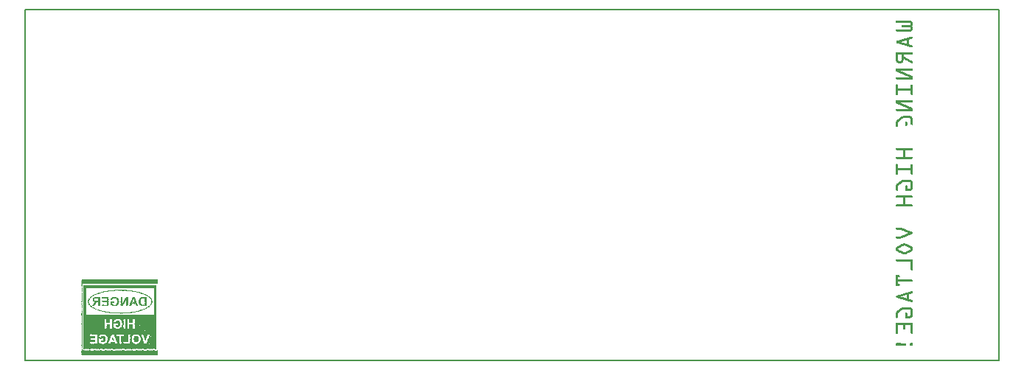
<source format=gbo>
G04 MADE WITH FRITZING*
G04 WWW.FRITZING.ORG*
G04 DOUBLE SIDED*
G04 HOLES PLATED*
G04 CONTOUR ON CENTER OF CONTOUR VECTOR*
%ASAXBY*%
%FSLAX23Y23*%
%MOIN*%
%OFA0B0*%
%SFA1.0B1.0*%
%ADD10R,4.409460X1.594490X4.393460X1.578490*%
%ADD11C,0.008000*%
%ADD12R,0.001000X0.001000*%
%LNSILK0*%
G90*
G70*
G54D11*
X4Y1590D02*
X4405Y1590D01*
X4405Y4D01*
X4Y4D01*
X4Y1590D01*
D02*
G36*
X604Y371D02*
X604Y369D01*
X603Y369D01*
X603Y370D01*
X602Y370D01*
X602Y371D01*
X604Y371D01*
G37*
D02*
G36*
X601Y371D02*
X601Y370D01*
X598Y370D01*
X598Y371D01*
X601Y371D01*
G37*
D02*
G36*
X597Y371D02*
X597Y370D01*
X595Y370D01*
X595Y371D01*
X597Y371D01*
G37*
D02*
G36*
X594Y371D02*
X594Y370D01*
X591Y370D01*
X591Y371D01*
X594Y371D01*
G37*
D02*
G36*
X590Y371D02*
X590Y370D01*
X588Y370D01*
X588Y371D01*
X590Y371D01*
G37*
D02*
G36*
X587Y371D02*
X587Y370D01*
X585Y370D01*
X585Y371D01*
X587Y371D01*
G37*
D02*
G36*
X584Y371D02*
X584Y370D01*
X581Y370D01*
X581Y371D01*
X584Y371D01*
G37*
D02*
G36*
X580Y371D02*
X580Y370D01*
X578Y370D01*
X578Y371D01*
X580Y371D01*
G37*
D02*
G36*
X577Y371D02*
X577Y370D01*
X574Y370D01*
X574Y371D01*
X577Y371D01*
G37*
D02*
G36*
X573Y371D02*
X573Y370D01*
X571Y370D01*
X571Y371D01*
X573Y371D01*
G37*
D02*
G36*
X570Y371D02*
X570Y370D01*
X568Y370D01*
X568Y371D01*
X570Y371D01*
G37*
D02*
G36*
X566Y371D02*
X566Y370D01*
X564Y370D01*
X564Y371D01*
X566Y371D01*
G37*
D02*
G36*
X563Y371D02*
X563Y370D01*
X561Y370D01*
X561Y371D01*
X563Y371D01*
G37*
D02*
G36*
X560Y371D02*
X560Y370D01*
X557Y370D01*
X557Y371D01*
X560Y371D01*
G37*
D02*
G36*
X556Y371D02*
X556Y370D01*
X554Y370D01*
X554Y371D01*
X556Y371D01*
G37*
D02*
G36*
X553Y371D02*
X553Y370D01*
X551Y370D01*
X551Y371D01*
X553Y371D01*
G37*
D02*
G36*
X549Y371D02*
X549Y370D01*
X547Y370D01*
X547Y371D01*
X549Y371D01*
G37*
D02*
G36*
X546Y371D02*
X546Y370D01*
X544Y370D01*
X544Y371D01*
X546Y371D01*
G37*
D02*
G36*
X543Y371D02*
X543Y370D01*
X540Y370D01*
X540Y371D01*
X543Y371D01*
G37*
D02*
G36*
X539Y371D02*
X539Y370D01*
X537Y370D01*
X537Y371D01*
X539Y371D01*
G37*
D02*
G36*
X536Y371D02*
X536Y370D01*
X533Y370D01*
X533Y371D01*
X536Y371D01*
G37*
D02*
G36*
X532Y371D02*
X532Y370D01*
X530Y370D01*
X530Y371D01*
X532Y371D01*
G37*
D02*
G36*
X529Y371D02*
X529Y370D01*
X527Y370D01*
X527Y371D01*
X529Y371D01*
G37*
D02*
G36*
X525Y371D02*
X525Y370D01*
X523Y370D01*
X523Y371D01*
X525Y371D01*
G37*
D02*
G36*
X522Y371D02*
X522Y370D01*
X520Y370D01*
X520Y371D01*
X522Y371D01*
G37*
D02*
G36*
X519Y371D02*
X519Y370D01*
X516Y370D01*
X516Y371D01*
X519Y371D01*
G37*
D02*
G36*
X515Y371D02*
X515Y370D01*
X513Y370D01*
X513Y371D01*
X515Y371D01*
G37*
D02*
G36*
X512Y371D02*
X512Y370D01*
X510Y370D01*
X510Y371D01*
X512Y371D01*
G37*
D02*
G36*
X508Y371D02*
X508Y370D01*
X506Y370D01*
X506Y371D01*
X508Y371D01*
G37*
D02*
G36*
X505Y371D02*
X505Y370D01*
X503Y370D01*
X503Y371D01*
X505Y371D01*
G37*
D02*
G36*
X502Y371D02*
X502Y370D01*
X499Y370D01*
X499Y371D01*
X502Y371D01*
G37*
D02*
G36*
X498Y371D02*
X498Y370D01*
X496Y370D01*
X496Y371D01*
X498Y371D01*
G37*
D02*
G36*
X495Y371D02*
X495Y370D01*
X492Y370D01*
X492Y371D01*
X495Y371D01*
G37*
D02*
G36*
X491Y371D02*
X491Y370D01*
X489Y370D01*
X489Y371D01*
X491Y371D01*
G37*
D02*
G36*
X488Y371D02*
X488Y370D01*
X486Y370D01*
X486Y371D01*
X488Y371D01*
G37*
D02*
G36*
X485Y371D02*
X485Y370D01*
X482Y370D01*
X482Y371D01*
X485Y371D01*
G37*
D02*
G36*
X481Y371D02*
X481Y370D01*
X479Y370D01*
X479Y371D01*
X481Y371D01*
G37*
D02*
G36*
X478Y371D02*
X478Y370D01*
X475Y370D01*
X475Y371D01*
X478Y371D01*
G37*
D02*
G36*
X474Y371D02*
X474Y370D01*
X472Y370D01*
X472Y371D01*
X474Y371D01*
G37*
D02*
G36*
X471Y371D02*
X471Y370D01*
X469Y370D01*
X469Y371D01*
X471Y371D01*
G37*
D02*
G36*
X467Y371D02*
X467Y370D01*
X465Y370D01*
X465Y371D01*
X467Y371D01*
G37*
D02*
G36*
X464Y371D02*
X464Y370D01*
X462Y370D01*
X462Y371D01*
X464Y371D01*
G37*
D02*
G36*
X461Y371D02*
X461Y370D01*
X458Y370D01*
X458Y371D01*
X461Y371D01*
G37*
D02*
G36*
X457Y371D02*
X457Y370D01*
X455Y370D01*
X455Y371D01*
X457Y371D01*
G37*
D02*
G36*
X454Y371D02*
X454Y370D01*
X452Y370D01*
X452Y371D01*
X454Y371D01*
G37*
D02*
G36*
X450Y371D02*
X450Y370D01*
X448Y370D01*
X448Y371D01*
X450Y371D01*
G37*
D02*
G36*
X447Y371D02*
X447Y370D01*
X445Y370D01*
X445Y371D01*
X447Y371D01*
G37*
D02*
G36*
X444Y371D02*
X444Y370D01*
X441Y370D01*
X441Y371D01*
X444Y371D01*
G37*
D02*
G36*
X440Y371D02*
X440Y370D01*
X438Y370D01*
X438Y371D01*
X440Y371D01*
G37*
D02*
G36*
X437Y371D02*
X437Y370D01*
X434Y370D01*
X434Y371D01*
X437Y371D01*
G37*
D02*
G36*
X433Y371D02*
X433Y370D01*
X431Y370D01*
X431Y371D01*
X433Y371D01*
G37*
D02*
G36*
X430Y371D02*
X430Y370D01*
X428Y370D01*
X428Y371D01*
X430Y371D01*
G37*
D02*
G36*
X427Y371D02*
X427Y370D01*
X424Y370D01*
X424Y371D01*
X427Y371D01*
G37*
D02*
G36*
X423Y371D02*
X423Y370D01*
X421Y370D01*
X421Y371D01*
X423Y371D01*
G37*
D02*
G36*
X420Y371D02*
X420Y370D01*
X417Y370D01*
X417Y371D01*
X420Y371D01*
G37*
D02*
G36*
X416Y371D02*
X416Y370D01*
X414Y370D01*
X414Y371D01*
X416Y371D01*
G37*
D02*
G36*
X413Y371D02*
X413Y370D01*
X411Y370D01*
X411Y371D01*
X413Y371D01*
G37*
D02*
G36*
X409Y371D02*
X409Y370D01*
X407Y370D01*
X407Y371D01*
X409Y371D01*
G37*
D02*
G36*
X406Y371D02*
X406Y370D01*
X404Y370D01*
X404Y371D01*
X406Y371D01*
G37*
D02*
G36*
X403Y371D02*
X403Y370D01*
X400Y370D01*
X400Y371D01*
X403Y371D01*
G37*
D02*
G36*
X399Y371D02*
X399Y370D01*
X397Y370D01*
X397Y371D01*
X399Y371D01*
G37*
D02*
G36*
X396Y371D02*
X396Y370D01*
X394Y370D01*
X394Y371D01*
X396Y371D01*
G37*
D02*
G36*
X392Y371D02*
X392Y370D01*
X390Y370D01*
X390Y371D01*
X392Y371D01*
G37*
D02*
G36*
X389Y371D02*
X389Y370D01*
X387Y370D01*
X387Y371D01*
X389Y371D01*
G37*
D02*
G36*
X386Y371D02*
X386Y370D01*
X383Y370D01*
X383Y371D01*
X386Y371D01*
G37*
D02*
G36*
X382Y371D02*
X382Y370D01*
X380Y370D01*
X380Y371D01*
X382Y371D01*
G37*
D02*
G36*
X379Y371D02*
X379Y370D01*
X376Y370D01*
X376Y371D01*
X379Y371D01*
G37*
D02*
G36*
X375Y371D02*
X375Y370D01*
X373Y370D01*
X373Y371D01*
X375Y371D01*
G37*
D02*
G36*
X372Y371D02*
X372Y370D01*
X370Y370D01*
X370Y371D01*
X372Y371D01*
G37*
D02*
G36*
X368Y371D02*
X368Y370D01*
X366Y370D01*
X366Y371D01*
X368Y371D01*
G37*
D02*
G36*
X365Y371D02*
X365Y370D01*
X363Y370D01*
X363Y371D01*
X365Y371D01*
G37*
D02*
G36*
X362Y371D02*
X362Y370D01*
X359Y370D01*
X359Y371D01*
X362Y371D01*
G37*
D02*
G36*
X358Y371D02*
X358Y370D01*
X356Y370D01*
X356Y371D01*
X358Y371D01*
G37*
D02*
G36*
X355Y371D02*
X355Y370D01*
X353Y370D01*
X353Y371D01*
X355Y371D01*
G37*
D02*
G36*
X351Y371D02*
X351Y370D01*
X349Y370D01*
X349Y371D01*
X351Y371D01*
G37*
D02*
G36*
X348Y371D02*
X348Y370D01*
X346Y370D01*
X346Y371D01*
X348Y371D01*
G37*
D02*
G36*
X345Y371D02*
X345Y370D01*
X342Y370D01*
X342Y371D01*
X345Y371D01*
G37*
D02*
G36*
X341Y371D02*
X341Y370D01*
X339Y370D01*
X339Y371D01*
X341Y371D01*
G37*
D02*
G36*
X338Y371D02*
X338Y370D01*
X335Y370D01*
X335Y371D01*
X338Y371D01*
G37*
D02*
G36*
X334Y371D02*
X334Y370D01*
X332Y370D01*
X332Y371D01*
X334Y371D01*
G37*
D02*
G36*
X331Y371D02*
X331Y370D01*
X329Y370D01*
X329Y371D01*
X331Y371D01*
G37*
D02*
G36*
X328Y371D02*
X328Y370D01*
X325Y370D01*
X325Y371D01*
X328Y371D01*
G37*
D02*
G36*
X324Y371D02*
X324Y370D01*
X322Y370D01*
X322Y371D01*
X324Y371D01*
G37*
D02*
G36*
X321Y371D02*
X321Y370D01*
X318Y370D01*
X318Y371D01*
X321Y371D01*
G37*
D02*
G36*
X317Y371D02*
X317Y370D01*
X315Y370D01*
X315Y371D01*
X317Y371D01*
G37*
D02*
G36*
X314Y371D02*
X314Y370D01*
X312Y370D01*
X312Y371D01*
X314Y371D01*
G37*
D02*
G36*
X310Y371D02*
X310Y370D01*
X308Y370D01*
X308Y371D01*
X310Y371D01*
G37*
D02*
G36*
X307Y371D02*
X307Y370D01*
X305Y370D01*
X305Y371D01*
X307Y371D01*
G37*
D02*
G36*
X304Y371D02*
X304Y370D01*
X301Y370D01*
X301Y371D01*
X304Y371D01*
G37*
D02*
G36*
X300Y371D02*
X300Y370D01*
X298Y370D01*
X298Y371D01*
X300Y371D01*
G37*
D02*
G36*
X297Y371D02*
X297Y370D01*
X295Y370D01*
X295Y371D01*
X297Y371D01*
G37*
D02*
G36*
X293Y371D02*
X293Y370D01*
X291Y370D01*
X291Y371D01*
X293Y371D01*
G37*
D02*
G36*
X290Y371D02*
X290Y370D01*
X288Y370D01*
X288Y371D01*
X290Y371D01*
G37*
D02*
G36*
X287Y371D02*
X287Y370D01*
X284Y370D01*
X284Y371D01*
X287Y371D01*
G37*
D02*
G36*
X283Y371D02*
X283Y370D01*
X281Y370D01*
X281Y371D01*
X283Y371D01*
G37*
D02*
G36*
X280Y371D02*
X280Y370D01*
X277Y370D01*
X277Y371D01*
X280Y371D01*
G37*
D02*
G36*
X276Y371D02*
X276Y370D01*
X274Y370D01*
X274Y371D01*
X276Y371D01*
G37*
D02*
G36*
X273Y371D02*
X273Y370D01*
X271Y370D01*
X271Y371D01*
X273Y371D01*
G37*
D02*
G36*
X270Y371D02*
X270Y370D01*
X267Y370D01*
X267Y371D01*
X270Y371D01*
G37*
D02*
G36*
X266Y371D02*
X266Y370D01*
X264Y370D01*
X264Y371D01*
X266Y371D01*
G37*
D02*
G36*
X263Y371D02*
X263Y370D01*
X262Y370D01*
X262Y369D01*
X259Y369D01*
X259Y370D01*
X260Y370D01*
X260Y371D01*
X263Y371D01*
G37*
D02*
G36*
X602Y370D02*
X602Y369D01*
X601Y369D01*
X601Y370D01*
X602Y370D01*
G37*
D02*
G36*
X599Y370D02*
X599Y369D01*
X597Y369D01*
X597Y370D01*
X599Y370D01*
G37*
D02*
G36*
X596Y370D02*
X596Y369D01*
X594Y369D01*
X594Y370D01*
X596Y370D01*
G37*
D02*
G36*
X593Y370D02*
X593Y369D01*
X590Y369D01*
X590Y370D01*
X593Y370D01*
G37*
D02*
G36*
X589Y370D02*
X589Y369D01*
X587Y369D01*
X587Y370D01*
X589Y370D01*
G37*
D02*
G36*
X586Y370D02*
X586Y369D01*
X584Y369D01*
X584Y370D01*
X586Y370D01*
G37*
D02*
G36*
X582Y370D02*
X582Y369D01*
X580Y369D01*
X580Y370D01*
X582Y370D01*
G37*
D02*
G36*
X579Y370D02*
X579Y369D01*
X577Y369D01*
X577Y370D01*
X579Y370D01*
G37*
D02*
G36*
X576Y370D02*
X576Y369D01*
X573Y369D01*
X573Y370D01*
X576Y370D01*
G37*
D02*
G36*
X572Y370D02*
X572Y369D01*
X570Y369D01*
X570Y370D01*
X572Y370D01*
G37*
D02*
G36*
X569Y370D02*
X569Y369D01*
X566Y369D01*
X566Y370D01*
X569Y370D01*
G37*
D02*
G36*
X565Y370D02*
X565Y369D01*
X563Y369D01*
X563Y370D01*
X565Y370D01*
G37*
D02*
G36*
X562Y370D02*
X562Y369D01*
X560Y369D01*
X560Y370D01*
X562Y370D01*
G37*
D02*
G36*
X558Y370D02*
X558Y369D01*
X556Y369D01*
X556Y370D01*
X558Y370D01*
G37*
D02*
G36*
X555Y370D02*
X555Y369D01*
X553Y369D01*
X553Y370D01*
X555Y370D01*
G37*
D02*
G36*
X552Y370D02*
X552Y369D01*
X549Y369D01*
X549Y370D01*
X552Y370D01*
G37*
D02*
G36*
X548Y370D02*
X548Y369D01*
X546Y369D01*
X546Y370D01*
X548Y370D01*
G37*
D02*
G36*
X545Y370D02*
X545Y369D01*
X543Y369D01*
X543Y370D01*
X545Y370D01*
G37*
D02*
G36*
X541Y370D02*
X541Y369D01*
X539Y369D01*
X539Y370D01*
X541Y370D01*
G37*
D02*
G36*
X538Y370D02*
X538Y369D01*
X536Y369D01*
X536Y370D01*
X538Y370D01*
G37*
D02*
G36*
X535Y370D02*
X535Y369D01*
X532Y369D01*
X532Y370D01*
X535Y370D01*
G37*
D02*
G36*
X531Y370D02*
X531Y369D01*
X529Y369D01*
X529Y370D01*
X531Y370D01*
G37*
D02*
G36*
X528Y370D02*
X528Y369D01*
X525Y369D01*
X525Y370D01*
X528Y370D01*
G37*
D02*
G36*
X524Y370D02*
X524Y369D01*
X522Y369D01*
X522Y370D01*
X524Y370D01*
G37*
D02*
G36*
X521Y370D02*
X521Y369D01*
X519Y369D01*
X519Y370D01*
X521Y370D01*
G37*
D02*
G36*
X518Y370D02*
X518Y369D01*
X515Y369D01*
X515Y370D01*
X518Y370D01*
G37*
D02*
G36*
X514Y370D02*
X514Y369D01*
X512Y369D01*
X512Y370D01*
X514Y370D01*
G37*
D02*
G36*
X511Y370D02*
X511Y369D01*
X508Y369D01*
X508Y370D01*
X511Y370D01*
G37*
D02*
G36*
X507Y370D02*
X507Y369D01*
X505Y369D01*
X505Y370D01*
X507Y370D01*
G37*
D02*
G36*
X504Y370D02*
X504Y369D01*
X502Y369D01*
X502Y370D01*
X504Y370D01*
G37*
D02*
G36*
X500Y370D02*
X500Y369D01*
X498Y369D01*
X498Y370D01*
X500Y370D01*
G37*
D02*
G36*
X497Y370D02*
X497Y369D01*
X495Y369D01*
X495Y370D01*
X497Y370D01*
G37*
D02*
G36*
X494Y370D02*
X494Y369D01*
X491Y369D01*
X491Y370D01*
X494Y370D01*
G37*
D02*
G36*
X490Y370D02*
X490Y369D01*
X488Y369D01*
X488Y370D01*
X490Y370D01*
G37*
D02*
G36*
X487Y370D02*
X487Y369D01*
X485Y369D01*
X485Y370D01*
X487Y370D01*
G37*
D02*
G36*
X483Y370D02*
X483Y369D01*
X481Y369D01*
X481Y370D01*
X483Y370D01*
G37*
D02*
G36*
X480Y370D02*
X480Y369D01*
X478Y369D01*
X478Y370D01*
X480Y370D01*
G37*
D02*
G36*
X477Y370D02*
X477Y369D01*
X474Y369D01*
X474Y370D01*
X477Y370D01*
G37*
D02*
G36*
X473Y370D02*
X473Y369D01*
X471Y369D01*
X471Y370D01*
X473Y370D01*
G37*
D02*
G36*
X470Y370D02*
X470Y369D01*
X467Y369D01*
X467Y370D01*
X470Y370D01*
G37*
D02*
G36*
X466Y370D02*
X466Y369D01*
X464Y369D01*
X464Y370D01*
X466Y370D01*
G37*
D02*
G36*
X463Y370D02*
X463Y369D01*
X461Y369D01*
X461Y370D01*
X463Y370D01*
G37*
D02*
G36*
X459Y370D02*
X459Y369D01*
X457Y369D01*
X457Y370D01*
X459Y370D01*
G37*
D02*
G36*
X456Y370D02*
X456Y369D01*
X454Y369D01*
X454Y370D01*
X456Y370D01*
G37*
D02*
G36*
X453Y370D02*
X453Y369D01*
X450Y369D01*
X450Y370D01*
X453Y370D01*
G37*
D02*
G36*
X449Y370D02*
X449Y369D01*
X447Y369D01*
X447Y370D01*
X449Y370D01*
G37*
D02*
G36*
X446Y370D02*
X446Y369D01*
X444Y369D01*
X444Y370D01*
X446Y370D01*
G37*
D02*
G36*
X442Y370D02*
X442Y369D01*
X440Y369D01*
X440Y370D01*
X442Y370D01*
G37*
D02*
G36*
X439Y370D02*
X439Y369D01*
X437Y369D01*
X437Y370D01*
X439Y370D01*
G37*
D02*
G36*
X436Y370D02*
X436Y369D01*
X433Y369D01*
X433Y370D01*
X436Y370D01*
G37*
D02*
G36*
X432Y370D02*
X432Y369D01*
X430Y369D01*
X430Y370D01*
X432Y370D01*
G37*
D02*
G36*
X429Y370D02*
X429Y369D01*
X427Y369D01*
X427Y370D01*
X429Y370D01*
G37*
D02*
G36*
X425Y370D02*
X425Y369D01*
X423Y369D01*
X423Y370D01*
X425Y370D01*
G37*
D02*
G36*
X422Y370D02*
X422Y369D01*
X420Y369D01*
X420Y370D01*
X422Y370D01*
G37*
D02*
G36*
X419Y370D02*
X419Y369D01*
X416Y369D01*
X416Y370D01*
X419Y370D01*
G37*
D02*
G36*
X415Y370D02*
X415Y369D01*
X413Y369D01*
X413Y370D01*
X415Y370D01*
G37*
D02*
G36*
X412Y370D02*
X412Y369D01*
X409Y369D01*
X409Y370D01*
X412Y370D01*
G37*
D02*
G36*
X408Y370D02*
X408Y369D01*
X406Y369D01*
X406Y370D01*
X408Y370D01*
G37*
D02*
G36*
X405Y370D02*
X405Y369D01*
X403Y369D01*
X403Y370D01*
X405Y370D01*
G37*
D02*
G36*
X401Y370D02*
X401Y369D01*
X399Y369D01*
X399Y370D01*
X401Y370D01*
G37*
D02*
G36*
X398Y370D02*
X398Y369D01*
X396Y369D01*
X396Y370D01*
X398Y370D01*
G37*
D02*
G36*
X395Y370D02*
X395Y369D01*
X392Y369D01*
X392Y370D01*
X395Y370D01*
G37*
D02*
G36*
X391Y370D02*
X391Y369D01*
X389Y369D01*
X389Y370D01*
X391Y370D01*
G37*
D02*
G36*
X388Y370D02*
X388Y369D01*
X386Y369D01*
X386Y370D01*
X388Y370D01*
G37*
D02*
G36*
X384Y370D02*
X384Y369D01*
X382Y369D01*
X382Y370D01*
X384Y370D01*
G37*
D02*
G36*
X381Y370D02*
X381Y369D01*
X379Y369D01*
X379Y370D01*
X381Y370D01*
G37*
D02*
G36*
X378Y370D02*
X378Y369D01*
X375Y369D01*
X375Y370D01*
X378Y370D01*
G37*
D02*
G36*
X374Y370D02*
X374Y369D01*
X372Y369D01*
X372Y370D01*
X374Y370D01*
G37*
D02*
G36*
X371Y370D02*
X371Y369D01*
X368Y369D01*
X368Y370D01*
X371Y370D01*
G37*
D02*
G36*
X367Y370D02*
X367Y369D01*
X365Y369D01*
X365Y370D01*
X367Y370D01*
G37*
D02*
G36*
X364Y370D02*
X364Y369D01*
X362Y369D01*
X362Y370D01*
X364Y370D01*
G37*
D02*
G36*
X361Y370D02*
X361Y369D01*
X358Y369D01*
X358Y370D01*
X361Y370D01*
G37*
D02*
G36*
X357Y370D02*
X357Y369D01*
X355Y369D01*
X355Y370D01*
X357Y370D01*
G37*
D02*
G36*
X354Y370D02*
X354Y369D01*
X351Y369D01*
X351Y370D01*
X354Y370D01*
G37*
D02*
G36*
X350Y370D02*
X350Y369D01*
X348Y369D01*
X348Y370D01*
X350Y370D01*
G37*
D02*
G36*
X347Y370D02*
X347Y369D01*
X345Y369D01*
X345Y370D01*
X347Y370D01*
G37*
D02*
G36*
X343Y370D02*
X343Y369D01*
X341Y369D01*
X341Y370D01*
X343Y370D01*
G37*
D02*
G36*
X340Y370D02*
X340Y369D01*
X338Y369D01*
X338Y370D01*
X340Y370D01*
G37*
D02*
G36*
X337Y370D02*
X337Y369D01*
X334Y369D01*
X334Y370D01*
X337Y370D01*
G37*
D02*
G36*
X333Y370D02*
X333Y369D01*
X331Y369D01*
X331Y370D01*
X333Y370D01*
G37*
D02*
G36*
X330Y370D02*
X330Y369D01*
X328Y369D01*
X328Y370D01*
X330Y370D01*
G37*
D02*
G36*
X326Y370D02*
X326Y369D01*
X324Y369D01*
X324Y370D01*
X326Y370D01*
G37*
D02*
G36*
X323Y370D02*
X323Y369D01*
X321Y369D01*
X321Y370D01*
X323Y370D01*
G37*
D02*
G36*
X320Y370D02*
X320Y369D01*
X317Y369D01*
X317Y370D01*
X320Y370D01*
G37*
D02*
G36*
X316Y370D02*
X316Y369D01*
X314Y369D01*
X314Y370D01*
X316Y370D01*
G37*
D02*
G36*
X313Y370D02*
X313Y369D01*
X310Y369D01*
X310Y370D01*
X313Y370D01*
G37*
D02*
G36*
X309Y370D02*
X309Y369D01*
X307Y369D01*
X307Y370D01*
X309Y370D01*
G37*
D02*
G36*
X306Y370D02*
X306Y369D01*
X304Y369D01*
X304Y370D01*
X306Y370D01*
G37*
D02*
G36*
X303Y370D02*
X303Y369D01*
X300Y369D01*
X300Y370D01*
X303Y370D01*
G37*
D02*
G36*
X299Y370D02*
X299Y369D01*
X297Y369D01*
X297Y370D01*
X299Y370D01*
G37*
D02*
G36*
X296Y370D02*
X296Y369D01*
X293Y369D01*
X293Y370D01*
X296Y370D01*
G37*
D02*
G36*
X292Y370D02*
X292Y369D01*
X290Y369D01*
X290Y370D01*
X292Y370D01*
G37*
D02*
G36*
X289Y370D02*
X289Y369D01*
X287Y369D01*
X287Y370D01*
X289Y370D01*
G37*
D02*
G36*
X285Y370D02*
X285Y369D01*
X283Y369D01*
X283Y370D01*
X285Y370D01*
G37*
D02*
G36*
X282Y370D02*
X282Y369D01*
X280Y369D01*
X280Y370D01*
X282Y370D01*
G37*
D02*
G36*
X279Y370D02*
X279Y369D01*
X276Y369D01*
X276Y370D01*
X279Y370D01*
G37*
D02*
G36*
X275Y370D02*
X275Y369D01*
X273Y369D01*
X273Y370D01*
X275Y370D01*
G37*
D02*
G36*
X272Y370D02*
X272Y369D01*
X270Y369D01*
X270Y370D01*
X272Y370D01*
G37*
D02*
G36*
X268Y370D02*
X268Y369D01*
X266Y369D01*
X266Y370D01*
X268Y370D01*
G37*
D02*
G36*
X265Y370D02*
X265Y369D01*
X263Y369D01*
X263Y370D01*
X265Y370D01*
G37*
D02*
G36*
X604Y369D02*
X604Y368D01*
X260Y368D01*
X260Y369D01*
X604Y369D01*
G37*
D02*
G36*
X604Y369D02*
X604Y368D01*
X260Y368D01*
X260Y369D01*
X604Y369D01*
G37*
D02*
G36*
X604Y369D02*
X604Y368D01*
X260Y368D01*
X260Y369D01*
X604Y369D01*
G37*
D02*
G36*
X604Y369D02*
X604Y368D01*
X260Y368D01*
X260Y369D01*
X604Y369D01*
G37*
D02*
G36*
X604Y369D02*
X604Y368D01*
X260Y368D01*
X260Y369D01*
X604Y369D01*
G37*
D02*
G36*
X604Y369D02*
X604Y368D01*
X260Y368D01*
X260Y369D01*
X604Y369D01*
G37*
D02*
G36*
X604Y369D02*
X604Y368D01*
X260Y368D01*
X260Y369D01*
X604Y369D01*
G37*
D02*
G36*
X604Y369D02*
X604Y368D01*
X260Y368D01*
X260Y369D01*
X604Y369D01*
G37*
D02*
G36*
X604Y369D02*
X604Y368D01*
X260Y368D01*
X260Y369D01*
X604Y369D01*
G37*
D02*
G36*
X604Y369D02*
X604Y368D01*
X260Y368D01*
X260Y369D01*
X604Y369D01*
G37*
D02*
G36*
X604Y369D02*
X604Y368D01*
X260Y368D01*
X260Y369D01*
X604Y369D01*
G37*
D02*
G36*
X604Y369D02*
X604Y368D01*
X260Y368D01*
X260Y369D01*
X604Y369D01*
G37*
D02*
G36*
X604Y369D02*
X604Y368D01*
X260Y368D01*
X260Y369D01*
X604Y369D01*
G37*
D02*
G36*
X604Y369D02*
X604Y368D01*
X260Y368D01*
X260Y369D01*
X604Y369D01*
G37*
D02*
G36*
X604Y369D02*
X604Y368D01*
X260Y368D01*
X260Y369D01*
X604Y369D01*
G37*
D02*
G36*
X604Y369D02*
X604Y368D01*
X260Y368D01*
X260Y369D01*
X604Y369D01*
G37*
D02*
G36*
X604Y369D02*
X604Y368D01*
X260Y368D01*
X260Y369D01*
X604Y369D01*
G37*
D02*
G36*
X604Y369D02*
X604Y368D01*
X260Y368D01*
X260Y369D01*
X604Y369D01*
G37*
D02*
G36*
X604Y369D02*
X604Y368D01*
X260Y368D01*
X260Y369D01*
X604Y369D01*
G37*
D02*
G36*
X604Y369D02*
X604Y368D01*
X260Y368D01*
X260Y369D01*
X604Y369D01*
G37*
D02*
G36*
X604Y369D02*
X604Y368D01*
X260Y368D01*
X260Y369D01*
X604Y369D01*
G37*
D02*
G36*
X604Y369D02*
X604Y368D01*
X260Y368D01*
X260Y369D01*
X604Y369D01*
G37*
D02*
G36*
X604Y369D02*
X604Y368D01*
X260Y368D01*
X260Y369D01*
X604Y369D01*
G37*
D02*
G36*
X604Y369D02*
X604Y368D01*
X260Y368D01*
X260Y369D01*
X604Y369D01*
G37*
D02*
G36*
X604Y369D02*
X604Y368D01*
X260Y368D01*
X260Y369D01*
X604Y369D01*
G37*
D02*
G36*
X604Y369D02*
X604Y368D01*
X260Y368D01*
X260Y369D01*
X604Y369D01*
G37*
D02*
G36*
X604Y369D02*
X604Y368D01*
X260Y368D01*
X260Y369D01*
X604Y369D01*
G37*
D02*
G36*
X604Y369D02*
X604Y368D01*
X260Y368D01*
X260Y369D01*
X604Y369D01*
G37*
D02*
G36*
X604Y369D02*
X604Y368D01*
X260Y368D01*
X260Y369D01*
X604Y369D01*
G37*
D02*
G36*
X604Y369D02*
X604Y368D01*
X260Y368D01*
X260Y369D01*
X604Y369D01*
G37*
D02*
G36*
X604Y369D02*
X604Y368D01*
X260Y368D01*
X260Y369D01*
X604Y369D01*
G37*
D02*
G36*
X604Y369D02*
X604Y368D01*
X260Y368D01*
X260Y369D01*
X604Y369D01*
G37*
D02*
G36*
X604Y369D02*
X604Y368D01*
X260Y368D01*
X260Y369D01*
X604Y369D01*
G37*
D02*
G36*
X604Y369D02*
X604Y368D01*
X260Y368D01*
X260Y369D01*
X604Y369D01*
G37*
D02*
G36*
X604Y369D02*
X604Y368D01*
X260Y368D01*
X260Y369D01*
X604Y369D01*
G37*
D02*
G36*
X604Y369D02*
X604Y368D01*
X260Y368D01*
X260Y369D01*
X604Y369D01*
G37*
D02*
G36*
X604Y369D02*
X604Y368D01*
X260Y368D01*
X260Y369D01*
X604Y369D01*
G37*
D02*
G36*
X604Y369D02*
X604Y368D01*
X260Y368D01*
X260Y369D01*
X604Y369D01*
G37*
D02*
G36*
X604Y369D02*
X604Y368D01*
X260Y368D01*
X260Y369D01*
X604Y369D01*
G37*
D02*
G36*
X604Y369D02*
X604Y368D01*
X260Y368D01*
X260Y369D01*
X604Y369D01*
G37*
D02*
G36*
X604Y369D02*
X604Y368D01*
X260Y368D01*
X260Y369D01*
X604Y369D01*
G37*
D02*
G36*
X604Y369D02*
X604Y368D01*
X260Y368D01*
X260Y369D01*
X604Y369D01*
G37*
D02*
G36*
X604Y369D02*
X604Y368D01*
X260Y368D01*
X260Y369D01*
X604Y369D01*
G37*
D02*
G36*
X604Y369D02*
X604Y368D01*
X260Y368D01*
X260Y369D01*
X604Y369D01*
G37*
D02*
G36*
X604Y369D02*
X604Y368D01*
X260Y368D01*
X260Y369D01*
X604Y369D01*
G37*
D02*
G36*
X604Y369D02*
X604Y368D01*
X260Y368D01*
X260Y369D01*
X604Y369D01*
G37*
D02*
G36*
X604Y369D02*
X604Y368D01*
X260Y368D01*
X260Y369D01*
X604Y369D01*
G37*
D02*
G36*
X604Y369D02*
X604Y368D01*
X260Y368D01*
X260Y369D01*
X604Y369D01*
G37*
D02*
G36*
X604Y369D02*
X604Y368D01*
X260Y368D01*
X260Y369D01*
X604Y369D01*
G37*
D02*
G36*
X604Y369D02*
X604Y368D01*
X260Y368D01*
X260Y369D01*
X604Y369D01*
G37*
D02*
G36*
X604Y369D02*
X604Y368D01*
X260Y368D01*
X260Y369D01*
X604Y369D01*
G37*
D02*
G36*
X604Y369D02*
X604Y368D01*
X260Y368D01*
X260Y369D01*
X604Y369D01*
G37*
D02*
G36*
X604Y369D02*
X604Y368D01*
X260Y368D01*
X260Y369D01*
X604Y369D01*
G37*
D02*
G36*
X604Y369D02*
X604Y368D01*
X260Y368D01*
X260Y369D01*
X604Y369D01*
G37*
D02*
G36*
X604Y369D02*
X604Y368D01*
X260Y368D01*
X260Y369D01*
X604Y369D01*
G37*
D02*
G36*
X604Y369D02*
X604Y368D01*
X260Y368D01*
X260Y369D01*
X604Y369D01*
G37*
D02*
G36*
X604Y369D02*
X604Y368D01*
X260Y368D01*
X260Y369D01*
X604Y369D01*
G37*
D02*
G36*
X604Y369D02*
X604Y368D01*
X260Y368D01*
X260Y369D01*
X604Y369D01*
G37*
D02*
G36*
X604Y369D02*
X604Y368D01*
X260Y368D01*
X260Y369D01*
X604Y369D01*
G37*
D02*
G36*
X604Y369D02*
X604Y368D01*
X260Y368D01*
X260Y369D01*
X604Y369D01*
G37*
D02*
G36*
X604Y369D02*
X604Y368D01*
X260Y368D01*
X260Y369D01*
X604Y369D01*
G37*
D02*
G36*
X604Y369D02*
X604Y368D01*
X260Y368D01*
X260Y369D01*
X604Y369D01*
G37*
D02*
G36*
X604Y369D02*
X604Y368D01*
X260Y368D01*
X260Y369D01*
X604Y369D01*
G37*
D02*
G36*
X604Y369D02*
X604Y368D01*
X260Y368D01*
X260Y369D01*
X604Y369D01*
G37*
D02*
G36*
X604Y369D02*
X604Y368D01*
X260Y368D01*
X260Y369D01*
X604Y369D01*
G37*
D02*
G36*
X604Y369D02*
X604Y368D01*
X260Y368D01*
X260Y369D01*
X604Y369D01*
G37*
D02*
G36*
X604Y369D02*
X604Y368D01*
X260Y368D01*
X260Y369D01*
X604Y369D01*
G37*
D02*
G36*
X604Y369D02*
X604Y368D01*
X260Y368D01*
X260Y369D01*
X604Y369D01*
G37*
D02*
G36*
X604Y369D02*
X604Y368D01*
X260Y368D01*
X260Y369D01*
X604Y369D01*
G37*
D02*
G36*
X604Y369D02*
X604Y368D01*
X260Y368D01*
X260Y369D01*
X604Y369D01*
G37*
D02*
G36*
X604Y369D02*
X604Y368D01*
X260Y368D01*
X260Y369D01*
X604Y369D01*
G37*
D02*
G36*
X604Y369D02*
X604Y368D01*
X260Y368D01*
X260Y369D01*
X604Y369D01*
G37*
D02*
G36*
X604Y369D02*
X604Y368D01*
X260Y368D01*
X260Y369D01*
X604Y369D01*
G37*
D02*
G36*
X604Y369D02*
X604Y368D01*
X260Y368D01*
X260Y369D01*
X604Y369D01*
G37*
D02*
G36*
X604Y369D02*
X604Y368D01*
X260Y368D01*
X260Y369D01*
X604Y369D01*
G37*
D02*
G36*
X604Y369D02*
X604Y368D01*
X260Y368D01*
X260Y369D01*
X604Y369D01*
G37*
D02*
G36*
X604Y369D02*
X604Y368D01*
X260Y368D01*
X260Y369D01*
X604Y369D01*
G37*
D02*
G36*
X604Y369D02*
X604Y368D01*
X260Y368D01*
X260Y369D01*
X604Y369D01*
G37*
D02*
G36*
X604Y369D02*
X604Y368D01*
X260Y368D01*
X260Y369D01*
X604Y369D01*
G37*
D02*
G36*
X604Y369D02*
X604Y368D01*
X260Y368D01*
X260Y369D01*
X604Y369D01*
G37*
D02*
G36*
X604Y369D02*
X604Y368D01*
X260Y368D01*
X260Y369D01*
X604Y369D01*
G37*
D02*
G36*
X604Y369D02*
X604Y368D01*
X260Y368D01*
X260Y369D01*
X604Y369D01*
G37*
D02*
G36*
X604Y369D02*
X604Y368D01*
X260Y368D01*
X260Y369D01*
X604Y369D01*
G37*
D02*
G36*
X604Y369D02*
X604Y368D01*
X260Y368D01*
X260Y369D01*
X604Y369D01*
G37*
D02*
G36*
X604Y369D02*
X604Y368D01*
X260Y368D01*
X260Y369D01*
X604Y369D01*
G37*
D02*
G36*
X604Y369D02*
X604Y368D01*
X260Y368D01*
X260Y369D01*
X604Y369D01*
G37*
D02*
G36*
X604Y369D02*
X604Y368D01*
X260Y368D01*
X260Y369D01*
X604Y369D01*
G37*
D02*
G36*
X604Y369D02*
X604Y368D01*
X260Y368D01*
X260Y369D01*
X604Y369D01*
G37*
D02*
G36*
X604Y369D02*
X604Y368D01*
X260Y368D01*
X260Y369D01*
X604Y369D01*
G37*
D02*
G36*
X604Y369D02*
X604Y368D01*
X260Y368D01*
X260Y369D01*
X604Y369D01*
G37*
D02*
G36*
X604Y369D02*
X604Y368D01*
X260Y368D01*
X260Y369D01*
X604Y369D01*
G37*
D02*
G36*
X604Y369D02*
X604Y368D01*
X260Y368D01*
X260Y369D01*
X604Y369D01*
G37*
D02*
G36*
X604Y369D02*
X604Y368D01*
X260Y368D01*
X260Y369D01*
X604Y369D01*
G37*
D02*
G36*
X604Y369D02*
X604Y368D01*
X260Y368D01*
X260Y369D01*
X604Y369D01*
G37*
D02*
G36*
X604Y369D02*
X604Y368D01*
X260Y368D01*
X260Y369D01*
X604Y369D01*
G37*
D02*
G36*
X604Y369D02*
X604Y368D01*
X260Y368D01*
X260Y369D01*
X604Y369D01*
G37*
D02*
G36*
X604Y369D02*
X604Y368D01*
X260Y368D01*
X260Y369D01*
X604Y369D01*
G37*
D02*
G36*
X604Y369D02*
X604Y368D01*
X260Y368D01*
X260Y369D01*
X604Y369D01*
G37*
D02*
G36*
X604Y369D02*
X604Y368D01*
X260Y368D01*
X260Y369D01*
X604Y369D01*
G37*
D02*
G36*
X604Y369D02*
X604Y368D01*
X260Y368D01*
X260Y369D01*
X604Y369D01*
G37*
D02*
G36*
X604Y369D02*
X604Y368D01*
X260Y368D01*
X260Y369D01*
X604Y369D01*
G37*
D02*
G36*
X604Y369D02*
X604Y368D01*
X260Y368D01*
X260Y369D01*
X604Y369D01*
G37*
D02*
G36*
X604Y368D02*
X604Y367D01*
X603Y367D01*
X603Y368D01*
X604Y368D01*
G37*
D02*
G36*
X602Y368D02*
X602Y367D01*
X260Y367D01*
X260Y368D01*
X602Y368D01*
G37*
D02*
G36*
X604Y367D02*
X604Y366D01*
X260Y366D01*
X260Y367D01*
X604Y367D01*
G37*
D02*
G36*
X604Y367D02*
X604Y366D01*
X260Y366D01*
X260Y367D01*
X604Y367D01*
G37*
D02*
G36*
X604Y366D02*
X604Y365D01*
X603Y365D01*
X603Y366D01*
X604Y366D01*
G37*
D02*
G36*
X602Y366D02*
X602Y365D01*
X260Y365D01*
X260Y366D01*
X602Y366D01*
G37*
D02*
G36*
X604Y365D02*
X604Y364D01*
X260Y364D01*
X260Y365D01*
X604Y365D01*
G37*
D02*
G36*
X604Y365D02*
X604Y364D01*
X260Y364D01*
X260Y365D01*
X604Y365D01*
G37*
D02*
G36*
X604Y364D02*
X604Y362D01*
X603Y362D01*
X603Y364D01*
X604Y364D01*
G37*
D02*
G36*
X602Y364D02*
X602Y362D01*
X260Y362D01*
X260Y364D01*
X602Y364D01*
G37*
D02*
G36*
X604Y362D02*
X604Y361D01*
X260Y361D01*
X260Y362D01*
X604Y362D01*
G37*
D02*
G36*
X604Y362D02*
X604Y361D01*
X260Y361D01*
X260Y362D01*
X604Y362D01*
G37*
D02*
G36*
X604Y361D02*
X604Y360D01*
X603Y360D01*
X603Y361D01*
X604Y361D01*
G37*
D02*
G36*
X602Y361D02*
X602Y360D01*
X260Y360D01*
X260Y361D01*
X602Y361D01*
G37*
D02*
G36*
X604Y360D02*
X604Y359D01*
X260Y359D01*
X260Y360D01*
X604Y360D01*
G37*
D02*
G36*
X604Y360D02*
X604Y359D01*
X260Y359D01*
X260Y360D01*
X604Y360D01*
G37*
D02*
G36*
X604Y359D02*
X604Y358D01*
X603Y358D01*
X603Y359D01*
X604Y359D01*
G37*
D02*
G36*
X602Y359D02*
X602Y358D01*
X260Y358D01*
X260Y359D01*
X602Y359D01*
G37*
D02*
G36*
X604Y358D02*
X604Y357D01*
X260Y357D01*
X260Y358D01*
X604Y358D01*
G37*
D02*
G36*
X604Y358D02*
X604Y357D01*
X260Y357D01*
X260Y358D01*
X604Y358D01*
G37*
D02*
G36*
X604Y357D02*
X604Y356D01*
X603Y356D01*
X603Y357D01*
X604Y357D01*
G37*
D02*
G36*
X602Y357D02*
X602Y356D01*
X260Y356D01*
X260Y357D01*
X602Y357D01*
G37*
D02*
G36*
X604Y356D02*
X604Y354D01*
X260Y354D01*
X260Y356D01*
X604Y356D01*
G37*
D02*
G36*
X604Y356D02*
X604Y354D01*
X260Y354D01*
X260Y356D01*
X604Y356D01*
G37*
D02*
G36*
X604Y354D02*
X604Y353D01*
X603Y353D01*
X603Y354D01*
X604Y354D01*
G37*
D02*
G36*
X602Y354D02*
X602Y353D01*
X260Y353D01*
X260Y354D01*
X602Y354D01*
G37*
D02*
G36*
X604Y353D02*
X604Y352D01*
X260Y352D01*
X260Y353D01*
X604Y353D01*
G37*
D02*
G36*
X604Y353D02*
X604Y352D01*
X260Y352D01*
X260Y353D01*
X604Y353D01*
G37*
D02*
G36*
X604Y352D02*
X604Y351D01*
X603Y351D01*
X603Y352D01*
X604Y352D01*
G37*
D02*
G36*
X602Y352D02*
X602Y351D01*
X260Y351D01*
X260Y352D01*
X602Y352D01*
G37*
D02*
G36*
X604Y351D02*
X604Y350D01*
X260Y350D01*
X260Y351D01*
X604Y351D01*
G37*
D02*
G36*
X604Y351D02*
X604Y350D01*
X260Y350D01*
X260Y351D01*
X604Y351D01*
G37*
D02*
G36*
X604Y350D02*
X604Y349D01*
X603Y349D01*
X603Y350D01*
X604Y350D01*
G37*
D02*
G36*
X602Y350D02*
X602Y349D01*
X599Y349D01*
X599Y350D01*
X602Y350D01*
G37*
D02*
G36*
X598Y350D02*
X598Y349D01*
X597Y349D01*
X597Y350D01*
X598Y350D01*
G37*
D02*
G36*
X596Y350D02*
X596Y349D01*
X595Y349D01*
X595Y350D01*
X596Y350D01*
G37*
D02*
G36*
X594Y350D02*
X594Y349D01*
X593Y349D01*
X593Y350D01*
X594Y350D01*
G37*
D02*
G36*
X590Y350D02*
X590Y349D01*
X589Y349D01*
X589Y350D01*
X590Y350D01*
G37*
D02*
G36*
X587Y350D02*
X587Y349D01*
X586Y349D01*
X586Y350D01*
X587Y350D01*
G37*
D02*
G36*
X584Y350D02*
X584Y349D01*
X582Y349D01*
X582Y350D01*
X584Y350D01*
G37*
D02*
G36*
X580Y350D02*
X580Y349D01*
X579Y349D01*
X579Y350D01*
X580Y350D01*
G37*
D02*
G36*
X577Y350D02*
X577Y349D01*
X576Y349D01*
X576Y350D01*
X577Y350D01*
G37*
D02*
G36*
X573Y350D02*
X573Y349D01*
X572Y349D01*
X572Y350D01*
X573Y350D01*
G37*
D02*
G36*
X570Y350D02*
X570Y349D01*
X569Y349D01*
X569Y350D01*
X570Y350D01*
G37*
D02*
G36*
X566Y350D02*
X566Y349D01*
X565Y349D01*
X565Y350D01*
X566Y350D01*
G37*
D02*
G36*
X563Y350D02*
X563Y349D01*
X562Y349D01*
X562Y350D01*
X563Y350D01*
G37*
D02*
G36*
X560Y350D02*
X560Y349D01*
X558Y349D01*
X558Y350D01*
X560Y350D01*
G37*
D02*
G36*
X556Y350D02*
X556Y349D01*
X555Y349D01*
X555Y350D01*
X556Y350D01*
G37*
D02*
G36*
X553Y350D02*
X553Y349D01*
X552Y349D01*
X552Y350D01*
X553Y350D01*
G37*
D02*
G36*
X549Y350D02*
X549Y349D01*
X548Y349D01*
X548Y350D01*
X549Y350D01*
G37*
D02*
G36*
X546Y350D02*
X546Y349D01*
X545Y349D01*
X545Y350D01*
X546Y350D01*
G37*
D02*
G36*
X543Y350D02*
X543Y349D01*
X541Y349D01*
X541Y350D01*
X543Y350D01*
G37*
D02*
G36*
X539Y350D02*
X539Y349D01*
X538Y349D01*
X538Y350D01*
X539Y350D01*
G37*
D02*
G36*
X536Y350D02*
X536Y349D01*
X535Y349D01*
X535Y350D01*
X536Y350D01*
G37*
D02*
G36*
X532Y350D02*
X532Y349D01*
X531Y349D01*
X531Y350D01*
X532Y350D01*
G37*
D02*
G36*
X529Y350D02*
X529Y349D01*
X528Y349D01*
X528Y350D01*
X529Y350D01*
G37*
D02*
G36*
X525Y350D02*
X525Y349D01*
X524Y349D01*
X524Y350D01*
X525Y350D01*
G37*
D02*
G36*
X522Y350D02*
X522Y349D01*
X521Y349D01*
X521Y350D01*
X522Y350D01*
G37*
D02*
G36*
X519Y350D02*
X519Y349D01*
X518Y349D01*
X518Y350D01*
X519Y350D01*
G37*
D02*
G36*
X515Y350D02*
X515Y349D01*
X514Y349D01*
X514Y350D01*
X515Y350D01*
G37*
D02*
G36*
X512Y350D02*
X512Y349D01*
X511Y349D01*
X511Y350D01*
X512Y350D01*
G37*
D02*
G36*
X508Y350D02*
X508Y349D01*
X507Y349D01*
X507Y350D01*
X508Y350D01*
G37*
D02*
G36*
X505Y350D02*
X505Y349D01*
X504Y349D01*
X504Y350D01*
X505Y350D01*
G37*
D02*
G36*
X502Y350D02*
X502Y349D01*
X500Y349D01*
X500Y350D01*
X502Y350D01*
G37*
D02*
G36*
X498Y350D02*
X498Y349D01*
X497Y349D01*
X497Y350D01*
X498Y350D01*
G37*
D02*
G36*
X495Y350D02*
X495Y349D01*
X494Y349D01*
X494Y350D01*
X495Y350D01*
G37*
D02*
G36*
X491Y350D02*
X491Y349D01*
X490Y349D01*
X490Y350D01*
X491Y350D01*
G37*
D02*
G36*
X488Y350D02*
X488Y349D01*
X487Y349D01*
X487Y350D01*
X488Y350D01*
G37*
D02*
G36*
X485Y350D02*
X485Y349D01*
X483Y349D01*
X483Y350D01*
X485Y350D01*
G37*
D02*
G36*
X481Y350D02*
X481Y349D01*
X480Y349D01*
X480Y350D01*
X481Y350D01*
G37*
D02*
G36*
X478Y350D02*
X478Y349D01*
X477Y349D01*
X477Y350D01*
X478Y350D01*
G37*
D02*
G36*
X474Y350D02*
X474Y349D01*
X473Y349D01*
X473Y350D01*
X474Y350D01*
G37*
D02*
G36*
X471Y350D02*
X471Y349D01*
X470Y349D01*
X470Y350D01*
X471Y350D01*
G37*
D02*
G36*
X467Y350D02*
X467Y349D01*
X466Y349D01*
X466Y350D01*
X467Y350D01*
G37*
D02*
G36*
X464Y350D02*
X464Y349D01*
X463Y349D01*
X463Y350D01*
X464Y350D01*
G37*
D02*
G36*
X461Y350D02*
X461Y349D01*
X459Y349D01*
X459Y350D01*
X461Y350D01*
G37*
D02*
G36*
X457Y350D02*
X457Y349D01*
X456Y349D01*
X456Y350D01*
X457Y350D01*
G37*
D02*
G36*
X454Y350D02*
X454Y349D01*
X453Y349D01*
X453Y350D01*
X454Y350D01*
G37*
D02*
G36*
X450Y350D02*
X450Y349D01*
X449Y349D01*
X449Y350D01*
X450Y350D01*
G37*
D02*
G36*
X447Y350D02*
X447Y349D01*
X446Y349D01*
X446Y350D01*
X447Y350D01*
G37*
D02*
G36*
X444Y350D02*
X444Y349D01*
X442Y349D01*
X442Y350D01*
X444Y350D01*
G37*
D02*
G36*
X440Y350D02*
X440Y349D01*
X439Y349D01*
X439Y350D01*
X440Y350D01*
G37*
D02*
G36*
X437Y350D02*
X437Y349D01*
X436Y349D01*
X436Y350D01*
X437Y350D01*
G37*
D02*
G36*
X433Y350D02*
X433Y349D01*
X432Y349D01*
X432Y350D01*
X433Y350D01*
G37*
D02*
G36*
X430Y350D02*
X430Y349D01*
X429Y349D01*
X429Y350D01*
X430Y350D01*
G37*
D02*
G36*
X427Y350D02*
X427Y349D01*
X425Y349D01*
X425Y350D01*
X427Y350D01*
G37*
D02*
G36*
X423Y350D02*
X423Y349D01*
X422Y349D01*
X422Y350D01*
X423Y350D01*
G37*
D02*
G36*
X420Y350D02*
X420Y349D01*
X419Y349D01*
X419Y350D01*
X420Y350D01*
G37*
D02*
G36*
X416Y350D02*
X416Y349D01*
X415Y349D01*
X415Y350D01*
X416Y350D01*
G37*
D02*
G36*
X413Y350D02*
X413Y349D01*
X412Y349D01*
X412Y350D01*
X413Y350D01*
G37*
D02*
G36*
X409Y350D02*
X409Y349D01*
X408Y349D01*
X408Y350D01*
X409Y350D01*
G37*
D02*
G36*
X406Y350D02*
X406Y349D01*
X405Y349D01*
X405Y350D01*
X406Y350D01*
G37*
D02*
G36*
X403Y350D02*
X403Y349D01*
X401Y349D01*
X401Y350D01*
X403Y350D01*
G37*
D02*
G36*
X399Y350D02*
X399Y349D01*
X398Y349D01*
X398Y350D01*
X399Y350D01*
G37*
D02*
G36*
X396Y350D02*
X396Y349D01*
X395Y349D01*
X395Y350D01*
X396Y350D01*
G37*
D02*
G36*
X392Y350D02*
X392Y349D01*
X391Y349D01*
X391Y350D01*
X392Y350D01*
G37*
D02*
G36*
X389Y350D02*
X389Y349D01*
X388Y349D01*
X388Y350D01*
X389Y350D01*
G37*
D02*
G36*
X386Y350D02*
X386Y349D01*
X384Y349D01*
X384Y350D01*
X386Y350D01*
G37*
D02*
G36*
X382Y350D02*
X382Y349D01*
X381Y349D01*
X381Y350D01*
X382Y350D01*
G37*
D02*
G36*
X379Y350D02*
X379Y349D01*
X378Y349D01*
X378Y350D01*
X379Y350D01*
G37*
D02*
G36*
X375Y350D02*
X375Y349D01*
X374Y349D01*
X374Y350D01*
X375Y350D01*
G37*
D02*
G36*
X372Y350D02*
X372Y349D01*
X371Y349D01*
X371Y350D01*
X372Y350D01*
G37*
D02*
G36*
X368Y350D02*
X368Y349D01*
X367Y349D01*
X367Y350D01*
X368Y350D01*
G37*
D02*
G36*
X365Y350D02*
X365Y349D01*
X364Y349D01*
X364Y350D01*
X365Y350D01*
G37*
D02*
G36*
X362Y350D02*
X362Y349D01*
X361Y349D01*
X361Y350D01*
X362Y350D01*
G37*
D02*
G36*
X358Y350D02*
X358Y349D01*
X357Y349D01*
X357Y350D01*
X358Y350D01*
G37*
D02*
G36*
X355Y350D02*
X355Y349D01*
X354Y349D01*
X354Y350D01*
X355Y350D01*
G37*
D02*
G36*
X351Y350D02*
X351Y349D01*
X350Y349D01*
X350Y350D01*
X351Y350D01*
G37*
D02*
G36*
X348Y350D02*
X348Y349D01*
X347Y349D01*
X347Y350D01*
X348Y350D01*
G37*
D02*
G36*
X345Y350D02*
X345Y349D01*
X343Y349D01*
X343Y350D01*
X345Y350D01*
G37*
D02*
G36*
X341Y350D02*
X341Y349D01*
X340Y349D01*
X340Y350D01*
X341Y350D01*
G37*
D02*
G36*
X338Y350D02*
X338Y349D01*
X337Y349D01*
X337Y350D01*
X338Y350D01*
G37*
D02*
G36*
X334Y350D02*
X334Y349D01*
X333Y349D01*
X333Y350D01*
X334Y350D01*
G37*
D02*
G36*
X331Y350D02*
X331Y349D01*
X330Y349D01*
X330Y350D01*
X331Y350D01*
G37*
D02*
G36*
X328Y350D02*
X328Y349D01*
X326Y349D01*
X326Y350D01*
X328Y350D01*
G37*
D02*
G36*
X324Y350D02*
X324Y349D01*
X323Y349D01*
X323Y350D01*
X324Y350D01*
G37*
D02*
G36*
X321Y350D02*
X321Y349D01*
X320Y349D01*
X320Y350D01*
X321Y350D01*
G37*
D02*
G36*
X317Y350D02*
X317Y349D01*
X316Y349D01*
X316Y350D01*
X317Y350D01*
G37*
D02*
G36*
X314Y350D02*
X314Y349D01*
X313Y349D01*
X313Y350D01*
X314Y350D01*
G37*
D02*
G36*
X310Y350D02*
X310Y349D01*
X309Y349D01*
X309Y350D01*
X310Y350D01*
G37*
D02*
G36*
X307Y350D02*
X307Y349D01*
X306Y349D01*
X306Y350D01*
X307Y350D01*
G37*
D02*
G36*
X304Y350D02*
X304Y349D01*
X303Y349D01*
X303Y350D01*
X304Y350D01*
G37*
D02*
G36*
X300Y350D02*
X300Y349D01*
X299Y349D01*
X299Y350D01*
X300Y350D01*
G37*
D02*
G36*
X297Y350D02*
X297Y349D01*
X296Y349D01*
X296Y350D01*
X297Y350D01*
G37*
D02*
G36*
X293Y350D02*
X293Y349D01*
X292Y349D01*
X292Y350D01*
X293Y350D01*
G37*
D02*
G36*
X290Y350D02*
X290Y349D01*
X289Y349D01*
X289Y350D01*
X290Y350D01*
G37*
D02*
G36*
X287Y350D02*
X287Y349D01*
X285Y349D01*
X285Y350D01*
X287Y350D01*
G37*
D02*
G36*
X283Y350D02*
X283Y349D01*
X282Y349D01*
X282Y350D01*
X283Y350D01*
G37*
D02*
G36*
X280Y350D02*
X280Y349D01*
X279Y349D01*
X279Y350D01*
X280Y350D01*
G37*
D02*
G36*
X276Y350D02*
X276Y349D01*
X275Y349D01*
X275Y350D01*
X276Y350D01*
G37*
D02*
G36*
X273Y350D02*
X273Y349D01*
X272Y349D01*
X272Y350D01*
X273Y350D01*
G37*
D02*
G36*
X270Y350D02*
X270Y349D01*
X268Y349D01*
X268Y350D01*
X270Y350D01*
G37*
D02*
G36*
X266Y350D02*
X266Y349D01*
X265Y349D01*
X265Y350D01*
X266Y350D01*
G37*
D02*
G36*
X264Y350D02*
X264Y349D01*
X262Y349D01*
X262Y343D01*
X260Y343D01*
X260Y350D01*
X264Y350D01*
G37*
D02*
G36*
X604Y349D02*
X604Y51D01*
X602Y51D01*
X602Y50D01*
X601Y50D01*
X601Y51D01*
X602Y51D01*
X602Y52D01*
X603Y52D01*
X603Y53D01*
X602Y53D01*
X602Y54D01*
X603Y54D01*
X603Y55D01*
X602Y55D01*
X602Y56D01*
X603Y56D01*
X603Y57D01*
X602Y57D01*
X602Y59D01*
X603Y59D01*
X603Y60D01*
X602Y60D01*
X602Y61D01*
X603Y61D01*
X603Y62D01*
X602Y62D01*
X602Y63D01*
X603Y63D01*
X603Y64D01*
X602Y64D01*
X602Y65D01*
X603Y65D01*
X603Y67D01*
X602Y67D01*
X602Y68D01*
X603Y68D01*
X603Y69D01*
X602Y69D01*
X602Y70D01*
X603Y70D01*
X603Y71D01*
X602Y71D01*
X602Y72D01*
X603Y72D01*
X603Y73D01*
X602Y73D01*
X602Y75D01*
X603Y75D01*
X603Y76D01*
X602Y76D01*
X602Y77D01*
X603Y77D01*
X603Y78D01*
X602Y78D01*
X602Y79D01*
X603Y79D01*
X603Y80D01*
X602Y80D01*
X602Y81D01*
X603Y81D01*
X603Y83D01*
X602Y83D01*
X602Y84D01*
X603Y84D01*
X603Y85D01*
X602Y85D01*
X602Y86D01*
X603Y86D01*
X603Y87D01*
X602Y87D01*
X602Y88D01*
X603Y88D01*
X603Y89D01*
X602Y89D01*
X602Y90D01*
X603Y90D01*
X603Y92D01*
X602Y92D01*
X602Y93D01*
X603Y93D01*
X603Y94D01*
X602Y94D01*
X602Y95D01*
X603Y95D01*
X603Y96D01*
X602Y96D01*
X602Y97D01*
X603Y97D01*
X603Y98D01*
X602Y98D01*
X602Y100D01*
X603Y100D01*
X603Y101D01*
X602Y101D01*
X602Y102D01*
X603Y102D01*
X603Y103D01*
X602Y103D01*
X602Y104D01*
X603Y104D01*
X603Y105D01*
X602Y105D01*
X602Y106D01*
X603Y106D01*
X603Y108D01*
X602Y108D01*
X602Y109D01*
X603Y109D01*
X603Y110D01*
X602Y110D01*
X602Y111D01*
X603Y111D01*
X603Y112D01*
X602Y112D01*
X602Y113D01*
X603Y113D01*
X603Y114D01*
X602Y114D01*
X602Y115D01*
X603Y115D01*
X603Y117D01*
X602Y117D01*
X602Y118D01*
X603Y118D01*
X603Y119D01*
X602Y119D01*
X602Y120D01*
X603Y120D01*
X603Y121D01*
X602Y121D01*
X602Y122D01*
X603Y122D01*
X603Y123D01*
X602Y123D01*
X602Y125D01*
X603Y125D01*
X603Y126D01*
X602Y126D01*
X602Y127D01*
X603Y127D01*
X603Y128D01*
X602Y128D01*
X602Y129D01*
X603Y129D01*
X603Y130D01*
X602Y130D01*
X602Y131D01*
X603Y131D01*
X603Y133D01*
X602Y133D01*
X602Y134D01*
X603Y134D01*
X603Y135D01*
X602Y135D01*
X602Y136D01*
X603Y136D01*
X603Y137D01*
X602Y137D01*
X602Y138D01*
X603Y138D01*
X603Y139D01*
X602Y139D01*
X602Y141D01*
X603Y141D01*
X603Y142D01*
X602Y142D01*
X602Y143D01*
X603Y143D01*
X603Y144D01*
X602Y144D01*
X602Y145D01*
X603Y145D01*
X603Y146D01*
X602Y146D01*
X602Y147D01*
X603Y147D01*
X603Y148D01*
X602Y148D01*
X602Y150D01*
X603Y150D01*
X603Y151D01*
X602Y151D01*
X602Y152D01*
X603Y152D01*
X603Y153D01*
X602Y153D01*
X602Y154D01*
X603Y154D01*
X603Y155D01*
X602Y155D01*
X602Y156D01*
X603Y156D01*
X603Y158D01*
X602Y158D01*
X602Y159D01*
X603Y159D01*
X603Y160D01*
X602Y160D01*
X602Y161D01*
X603Y161D01*
X603Y162D01*
X602Y162D01*
X602Y163D01*
X603Y163D01*
X603Y164D01*
X602Y164D01*
X602Y166D01*
X603Y166D01*
X603Y167D01*
X602Y167D01*
X602Y168D01*
X603Y168D01*
X603Y169D01*
X602Y169D01*
X602Y170D01*
X603Y170D01*
X603Y171D01*
X602Y171D01*
X602Y172D01*
X603Y172D01*
X603Y174D01*
X602Y174D01*
X602Y175D01*
X603Y175D01*
X603Y176D01*
X602Y176D01*
X602Y177D01*
X603Y177D01*
X603Y178D01*
X602Y178D01*
X602Y179D01*
X603Y179D01*
X603Y180D01*
X602Y180D01*
X602Y181D01*
X603Y181D01*
X603Y183D01*
X602Y183D01*
X602Y184D01*
X603Y184D01*
X603Y185D01*
X602Y185D01*
X602Y186D01*
X603Y186D01*
X603Y187D01*
X602Y187D01*
X602Y188D01*
X603Y188D01*
X603Y189D01*
X602Y189D01*
X602Y191D01*
X603Y191D01*
X603Y192D01*
X602Y192D01*
X602Y193D01*
X603Y193D01*
X603Y194D01*
X602Y194D01*
X602Y195D01*
X603Y195D01*
X603Y196D01*
X602Y196D01*
X602Y197D01*
X603Y197D01*
X603Y199D01*
X602Y199D01*
X602Y200D01*
X603Y200D01*
X603Y201D01*
X602Y201D01*
X602Y202D01*
X603Y202D01*
X603Y203D01*
X602Y203D01*
X602Y204D01*
X603Y204D01*
X603Y205D01*
X602Y205D01*
X602Y207D01*
X603Y207D01*
X603Y208D01*
X602Y208D01*
X602Y209D01*
X603Y209D01*
X603Y210D01*
X602Y210D01*
X602Y211D01*
X603Y211D01*
X603Y212D01*
X602Y212D01*
X602Y213D01*
X603Y213D01*
X603Y214D01*
X602Y214D01*
X602Y216D01*
X603Y216D01*
X603Y217D01*
X602Y217D01*
X602Y218D01*
X603Y218D01*
X603Y219D01*
X602Y219D01*
X602Y220D01*
X603Y220D01*
X603Y221D01*
X602Y221D01*
X602Y222D01*
X603Y222D01*
X603Y224D01*
X602Y224D01*
X602Y225D01*
X603Y225D01*
X603Y226D01*
X602Y226D01*
X602Y227D01*
X603Y227D01*
X603Y228D01*
X602Y228D01*
X602Y229D01*
X603Y229D01*
X603Y230D01*
X602Y230D01*
X602Y232D01*
X603Y232D01*
X603Y233D01*
X602Y233D01*
X602Y234D01*
X603Y234D01*
X603Y235D01*
X602Y235D01*
X602Y236D01*
X603Y236D01*
X603Y237D01*
X602Y237D01*
X602Y238D01*
X603Y238D01*
X603Y239D01*
X602Y239D01*
X602Y241D01*
X603Y241D01*
X603Y242D01*
X602Y242D01*
X602Y243D01*
X603Y243D01*
X603Y244D01*
X602Y244D01*
X602Y245D01*
X603Y245D01*
X603Y246D01*
X602Y246D01*
X602Y247D01*
X603Y247D01*
X603Y249D01*
X602Y249D01*
X602Y250D01*
X603Y250D01*
X603Y251D01*
X602Y251D01*
X602Y252D01*
X603Y252D01*
X603Y253D01*
X602Y253D01*
X602Y254D01*
X603Y254D01*
X603Y255D01*
X602Y255D01*
X602Y257D01*
X603Y257D01*
X603Y258D01*
X602Y258D01*
X602Y259D01*
X603Y259D01*
X603Y260D01*
X602Y260D01*
X602Y261D01*
X603Y261D01*
X603Y262D01*
X602Y262D01*
X602Y263D01*
X603Y263D01*
X603Y265D01*
X602Y265D01*
X602Y266D01*
X603Y266D01*
X603Y267D01*
X602Y267D01*
X602Y268D01*
X603Y268D01*
X603Y269D01*
X602Y269D01*
X602Y270D01*
X603Y270D01*
X603Y271D01*
X602Y271D01*
X602Y272D01*
X603Y272D01*
X603Y274D01*
X602Y274D01*
X602Y275D01*
X603Y275D01*
X603Y276D01*
X602Y276D01*
X602Y277D01*
X603Y277D01*
X603Y278D01*
X602Y278D01*
X602Y279D01*
X603Y279D01*
X603Y280D01*
X602Y280D01*
X602Y282D01*
X603Y282D01*
X603Y283D01*
X602Y283D01*
X602Y284D01*
X603Y284D01*
X603Y285D01*
X602Y285D01*
X602Y286D01*
X603Y286D01*
X603Y287D01*
X602Y287D01*
X602Y288D01*
X603Y288D01*
X603Y290D01*
X602Y290D01*
X602Y291D01*
X603Y291D01*
X603Y292D01*
X602Y292D01*
X602Y293D01*
X603Y293D01*
X603Y294D01*
X602Y294D01*
X602Y295D01*
X603Y295D01*
X603Y296D01*
X602Y296D01*
X602Y298D01*
X603Y298D01*
X603Y299D01*
X602Y299D01*
X602Y300D01*
X603Y300D01*
X603Y301D01*
X602Y301D01*
X602Y302D01*
X603Y302D01*
X603Y303D01*
X602Y303D01*
X602Y304D01*
X603Y304D01*
X603Y305D01*
X602Y305D01*
X602Y307D01*
X603Y307D01*
X603Y308D01*
X602Y308D01*
X602Y309D01*
X603Y309D01*
X603Y310D01*
X602Y310D01*
X602Y311D01*
X603Y311D01*
X603Y312D01*
X602Y312D01*
X602Y313D01*
X603Y313D01*
X603Y315D01*
X602Y315D01*
X602Y316D01*
X603Y316D01*
X603Y317D01*
X602Y317D01*
X602Y318D01*
X603Y318D01*
X603Y319D01*
X602Y319D01*
X602Y320D01*
X603Y320D01*
X603Y321D01*
X602Y321D01*
X602Y323D01*
X603Y323D01*
X603Y324D01*
X602Y324D01*
X602Y325D01*
X603Y325D01*
X603Y326D01*
X602Y326D01*
X602Y327D01*
X603Y327D01*
X603Y328D01*
X602Y328D01*
X602Y329D01*
X603Y329D01*
X603Y331D01*
X602Y331D01*
X602Y332D01*
X603Y332D01*
X603Y333D01*
X602Y333D01*
X602Y334D01*
X603Y334D01*
X603Y335D01*
X602Y335D01*
X602Y336D01*
X603Y336D01*
X603Y337D01*
X602Y337D01*
X602Y338D01*
X603Y338D01*
X603Y340D01*
X602Y340D01*
X602Y341D01*
X603Y341D01*
X603Y342D01*
X602Y342D01*
X602Y343D01*
X603Y343D01*
X603Y344D01*
X602Y344D01*
X602Y345D01*
X603Y345D01*
X603Y346D01*
X602Y346D01*
X602Y349D01*
X604Y349D01*
G37*
D02*
G36*
X262Y52D02*
X262Y50D01*
X265Y50D01*
X265Y48D01*
X260Y48D01*
X260Y52D01*
X262Y52D01*
G37*
D02*
G36*
X604Y51D02*
X604Y50D01*
X603Y50D01*
X603Y51D01*
X604Y51D01*
G37*
D02*
G36*
X604Y50D02*
X604Y48D01*
X599Y48D01*
X599Y50D01*
X604Y50D01*
G37*
D02*
G36*
X604Y50D02*
X604Y48D01*
X599Y48D01*
X599Y50D01*
X604Y50D01*
G37*
D02*
G36*
X598Y50D02*
X598Y48D01*
X597Y48D01*
X597Y50D01*
X598Y50D01*
G37*
D02*
G36*
X596Y50D02*
X596Y48D01*
X595Y48D01*
X595Y50D01*
X596Y50D01*
G37*
D02*
G36*
X594Y50D02*
X594Y48D01*
X593Y48D01*
X593Y50D01*
X594Y50D01*
G37*
D02*
G36*
X591Y50D02*
X591Y48D01*
X590Y48D01*
X590Y50D01*
X591Y50D01*
G37*
D02*
G36*
X589Y50D02*
X589Y48D01*
X588Y48D01*
X588Y50D01*
X589Y50D01*
G37*
D02*
G36*
X587Y50D02*
X587Y48D01*
X586Y48D01*
X586Y50D01*
X587Y50D01*
G37*
D02*
G36*
X585Y50D02*
X585Y48D01*
X584Y48D01*
X584Y50D01*
X585Y50D01*
G37*
D02*
G36*
X582Y50D02*
X582Y48D01*
X581Y48D01*
X581Y50D01*
X582Y50D01*
G37*
D02*
G36*
X580Y50D02*
X580Y48D01*
X579Y48D01*
X579Y50D01*
X580Y50D01*
G37*
D02*
G36*
X578Y50D02*
X578Y48D01*
X577Y48D01*
X577Y50D01*
X578Y50D01*
G37*
D02*
G36*
X576Y50D02*
X576Y48D01*
X574Y48D01*
X574Y50D01*
X576Y50D01*
G37*
D02*
G36*
X573Y50D02*
X573Y48D01*
X572Y48D01*
X572Y50D01*
X573Y50D01*
G37*
D02*
G36*
X571Y50D02*
X571Y48D01*
X570Y48D01*
X570Y50D01*
X571Y50D01*
G37*
D02*
G36*
X569Y50D02*
X569Y48D01*
X568Y48D01*
X568Y50D01*
X569Y50D01*
G37*
D02*
G36*
X566Y50D02*
X566Y48D01*
X565Y48D01*
X565Y50D01*
X566Y50D01*
G37*
D02*
G36*
X564Y50D02*
X564Y48D01*
X563Y48D01*
X563Y50D01*
X564Y50D01*
G37*
D02*
G36*
X562Y50D02*
X562Y48D01*
X561Y48D01*
X561Y50D01*
X562Y50D01*
G37*
D02*
G36*
X560Y50D02*
X560Y48D01*
X558Y48D01*
X558Y50D01*
X560Y50D01*
G37*
D02*
G36*
X557Y50D02*
X557Y48D01*
X556Y48D01*
X556Y50D01*
X557Y50D01*
G37*
D02*
G36*
X555Y50D02*
X555Y48D01*
X554Y48D01*
X554Y50D01*
X555Y50D01*
G37*
D02*
G36*
X553Y50D02*
X553Y48D01*
X552Y48D01*
X552Y50D01*
X553Y50D01*
G37*
D02*
G36*
X551Y50D02*
X551Y48D01*
X549Y48D01*
X549Y50D01*
X551Y50D01*
G37*
D02*
G36*
X548Y50D02*
X548Y48D01*
X547Y48D01*
X547Y50D01*
X548Y50D01*
G37*
D02*
G36*
X546Y50D02*
X546Y48D01*
X545Y48D01*
X545Y50D01*
X546Y50D01*
G37*
D02*
G36*
X544Y50D02*
X544Y48D01*
X543Y48D01*
X543Y50D01*
X544Y50D01*
G37*
D02*
G36*
X541Y50D02*
X541Y48D01*
X540Y48D01*
X540Y50D01*
X541Y50D01*
G37*
D02*
G36*
X539Y50D02*
X539Y48D01*
X538Y48D01*
X538Y50D01*
X539Y50D01*
G37*
D02*
G36*
X537Y50D02*
X537Y48D01*
X536Y48D01*
X536Y50D01*
X537Y50D01*
G37*
D02*
G36*
X535Y50D02*
X535Y48D01*
X533Y48D01*
X533Y50D01*
X535Y50D01*
G37*
D02*
G36*
X532Y50D02*
X532Y48D01*
X531Y48D01*
X531Y50D01*
X532Y50D01*
G37*
D02*
G36*
X530Y50D02*
X530Y48D01*
X529Y48D01*
X529Y50D01*
X530Y50D01*
G37*
D02*
G36*
X528Y50D02*
X528Y48D01*
X527Y48D01*
X527Y50D01*
X528Y50D01*
G37*
D02*
G36*
X525Y50D02*
X525Y48D01*
X524Y48D01*
X524Y50D01*
X525Y50D01*
G37*
D02*
G36*
X523Y50D02*
X523Y48D01*
X522Y48D01*
X522Y50D01*
X523Y50D01*
G37*
D02*
G36*
X521Y50D02*
X521Y48D01*
X520Y48D01*
X520Y50D01*
X521Y50D01*
G37*
D02*
G36*
X519Y50D02*
X519Y48D01*
X518Y48D01*
X518Y50D01*
X519Y50D01*
G37*
D02*
G36*
X516Y50D02*
X516Y48D01*
X515Y48D01*
X515Y50D01*
X516Y50D01*
G37*
D02*
G36*
X514Y50D02*
X514Y48D01*
X513Y48D01*
X513Y50D01*
X514Y50D01*
G37*
D02*
G36*
X512Y50D02*
X512Y48D01*
X511Y48D01*
X511Y50D01*
X512Y50D01*
G37*
D02*
G36*
X510Y50D02*
X510Y48D01*
X508Y48D01*
X508Y50D01*
X510Y50D01*
G37*
D02*
G36*
X507Y50D02*
X507Y48D01*
X506Y48D01*
X506Y50D01*
X507Y50D01*
G37*
D02*
G36*
X505Y50D02*
X505Y48D01*
X504Y48D01*
X504Y50D01*
X505Y50D01*
G37*
D02*
G36*
X503Y50D02*
X503Y48D01*
X502Y48D01*
X502Y50D01*
X503Y50D01*
G37*
D02*
G36*
X500Y50D02*
X500Y48D01*
X499Y48D01*
X499Y50D01*
X500Y50D01*
G37*
D02*
G36*
X498Y50D02*
X498Y48D01*
X497Y48D01*
X497Y50D01*
X498Y50D01*
G37*
D02*
G36*
X496Y50D02*
X496Y48D01*
X495Y48D01*
X495Y50D01*
X496Y50D01*
G37*
D02*
G36*
X494Y50D02*
X494Y48D01*
X492Y48D01*
X492Y50D01*
X494Y50D01*
G37*
D02*
G36*
X491Y50D02*
X491Y48D01*
X490Y48D01*
X490Y50D01*
X491Y50D01*
G37*
D02*
G36*
X489Y50D02*
X489Y48D01*
X488Y48D01*
X488Y50D01*
X489Y50D01*
G37*
D02*
G36*
X487Y50D02*
X487Y48D01*
X486Y48D01*
X486Y50D01*
X487Y50D01*
G37*
D02*
G36*
X485Y50D02*
X485Y48D01*
X482Y48D01*
X482Y50D01*
X485Y50D01*
G37*
D02*
G36*
X481Y50D02*
X481Y48D01*
X480Y48D01*
X480Y50D01*
X481Y50D01*
G37*
D02*
G36*
X479Y50D02*
X479Y48D01*
X478Y48D01*
X478Y50D01*
X479Y50D01*
G37*
D02*
G36*
X477Y50D02*
X477Y48D01*
X475Y48D01*
X475Y50D01*
X477Y50D01*
G37*
D02*
G36*
X474Y50D02*
X474Y48D01*
X473Y48D01*
X473Y50D01*
X474Y50D01*
G37*
D02*
G36*
X472Y50D02*
X472Y48D01*
X471Y48D01*
X471Y50D01*
X472Y50D01*
G37*
D02*
G36*
X470Y50D02*
X470Y48D01*
X469Y48D01*
X469Y50D01*
X470Y50D01*
G37*
D02*
G36*
X467Y50D02*
X467Y48D01*
X466Y48D01*
X466Y50D01*
X467Y50D01*
G37*
D02*
G36*
X465Y50D02*
X465Y48D01*
X464Y48D01*
X464Y50D01*
X465Y50D01*
G37*
D02*
G36*
X463Y50D02*
X463Y48D01*
X462Y48D01*
X462Y50D01*
X463Y50D01*
G37*
D02*
G36*
X461Y50D02*
X461Y48D01*
X459Y48D01*
X459Y50D01*
X461Y50D01*
G37*
D02*
G36*
X458Y50D02*
X458Y48D01*
X457Y48D01*
X457Y50D01*
X458Y50D01*
G37*
D02*
G36*
X456Y50D02*
X456Y48D01*
X455Y48D01*
X455Y50D01*
X456Y50D01*
G37*
D02*
G36*
X454Y50D02*
X454Y48D01*
X453Y48D01*
X453Y50D01*
X454Y50D01*
G37*
D02*
G36*
X452Y50D02*
X452Y48D01*
X450Y48D01*
X450Y50D01*
X452Y50D01*
G37*
D02*
G36*
X449Y50D02*
X449Y48D01*
X448Y48D01*
X448Y50D01*
X449Y50D01*
G37*
D02*
G36*
X447Y50D02*
X447Y48D01*
X446Y48D01*
X446Y50D01*
X447Y50D01*
G37*
D02*
G36*
X445Y50D02*
X445Y48D01*
X444Y48D01*
X444Y50D01*
X445Y50D01*
G37*
D02*
G36*
X442Y50D02*
X442Y48D01*
X441Y48D01*
X441Y50D01*
X442Y50D01*
G37*
D02*
G36*
X440Y50D02*
X440Y48D01*
X439Y48D01*
X439Y50D01*
X440Y50D01*
G37*
D02*
G36*
X438Y50D02*
X438Y48D01*
X437Y48D01*
X437Y50D01*
X438Y50D01*
G37*
D02*
G36*
X436Y50D02*
X436Y48D01*
X434Y48D01*
X434Y50D01*
X436Y50D01*
G37*
D02*
G36*
X433Y50D02*
X433Y48D01*
X432Y48D01*
X432Y50D01*
X433Y50D01*
G37*
D02*
G36*
X431Y50D02*
X431Y48D01*
X430Y48D01*
X430Y50D01*
X431Y50D01*
G37*
D02*
G36*
X429Y50D02*
X429Y48D01*
X428Y48D01*
X428Y50D01*
X429Y50D01*
G37*
D02*
G36*
X427Y50D02*
X427Y48D01*
X425Y48D01*
X425Y50D01*
X427Y50D01*
G37*
D02*
G36*
X424Y50D02*
X424Y48D01*
X423Y48D01*
X423Y50D01*
X424Y50D01*
G37*
D02*
G36*
X422Y50D02*
X422Y48D01*
X421Y48D01*
X421Y50D01*
X422Y50D01*
G37*
D02*
G36*
X420Y50D02*
X420Y48D01*
X419Y48D01*
X419Y50D01*
X420Y50D01*
G37*
D02*
G36*
X417Y50D02*
X417Y48D01*
X416Y48D01*
X416Y50D01*
X417Y50D01*
G37*
D02*
G36*
X415Y50D02*
X415Y48D01*
X414Y48D01*
X414Y50D01*
X415Y50D01*
G37*
D02*
G36*
X413Y50D02*
X413Y48D01*
X412Y48D01*
X412Y50D01*
X413Y50D01*
G37*
D02*
G36*
X411Y50D02*
X411Y48D01*
X409Y48D01*
X409Y50D01*
X411Y50D01*
G37*
D02*
G36*
X408Y50D02*
X408Y48D01*
X407Y48D01*
X407Y50D01*
X408Y50D01*
G37*
D02*
G36*
X406Y50D02*
X406Y48D01*
X405Y48D01*
X405Y50D01*
X406Y50D01*
G37*
D02*
G36*
X404Y50D02*
X404Y48D01*
X403Y48D01*
X403Y50D01*
X404Y50D01*
G37*
D02*
G36*
X401Y50D02*
X401Y48D01*
X400Y48D01*
X400Y50D01*
X401Y50D01*
G37*
D02*
G36*
X399Y50D02*
X399Y48D01*
X398Y48D01*
X398Y50D01*
X399Y50D01*
G37*
D02*
G36*
X397Y50D02*
X397Y48D01*
X396Y48D01*
X396Y50D01*
X397Y50D01*
G37*
D02*
G36*
X395Y50D02*
X395Y48D01*
X394Y48D01*
X394Y50D01*
X395Y50D01*
G37*
D02*
G36*
X392Y50D02*
X392Y48D01*
X391Y48D01*
X391Y50D01*
X392Y50D01*
G37*
D02*
G36*
X390Y50D02*
X390Y48D01*
X389Y48D01*
X389Y50D01*
X390Y50D01*
G37*
D02*
G36*
X388Y50D02*
X388Y48D01*
X387Y48D01*
X387Y50D01*
X388Y50D01*
G37*
D02*
G36*
X386Y50D02*
X386Y48D01*
X384Y48D01*
X384Y50D01*
X386Y50D01*
G37*
D02*
G36*
X383Y50D02*
X383Y48D01*
X382Y48D01*
X382Y50D01*
X383Y50D01*
G37*
D02*
G36*
X381Y50D02*
X381Y48D01*
X380Y48D01*
X380Y50D01*
X381Y50D01*
G37*
D02*
G36*
X379Y50D02*
X379Y48D01*
X378Y48D01*
X378Y50D01*
X379Y50D01*
G37*
D02*
G36*
X376Y50D02*
X376Y48D01*
X375Y48D01*
X375Y50D01*
X376Y50D01*
G37*
D02*
G36*
X374Y50D02*
X374Y48D01*
X373Y48D01*
X373Y50D01*
X374Y50D01*
G37*
D02*
G36*
X372Y50D02*
X372Y48D01*
X371Y48D01*
X371Y50D01*
X372Y50D01*
G37*
D02*
G36*
X370Y50D02*
X370Y48D01*
X368Y48D01*
X368Y50D01*
X370Y50D01*
G37*
D02*
G36*
X367Y50D02*
X367Y48D01*
X366Y48D01*
X366Y50D01*
X367Y50D01*
G37*
D02*
G36*
X365Y50D02*
X365Y48D01*
X364Y48D01*
X364Y50D01*
X365Y50D01*
G37*
D02*
G36*
X363Y50D02*
X363Y48D01*
X362Y48D01*
X362Y50D01*
X363Y50D01*
G37*
D02*
G36*
X361Y50D02*
X361Y48D01*
X359Y48D01*
X359Y50D01*
X361Y50D01*
G37*
D02*
G36*
X358Y50D02*
X358Y48D01*
X357Y48D01*
X357Y50D01*
X358Y50D01*
G37*
D02*
G36*
X356Y50D02*
X356Y48D01*
X355Y48D01*
X355Y50D01*
X356Y50D01*
G37*
D02*
G36*
X354Y50D02*
X354Y48D01*
X353Y48D01*
X353Y50D01*
X354Y50D01*
G37*
D02*
G36*
X351Y50D02*
X351Y48D01*
X350Y48D01*
X350Y50D01*
X351Y50D01*
G37*
D02*
G36*
X349Y50D02*
X349Y48D01*
X348Y48D01*
X348Y50D01*
X349Y50D01*
G37*
D02*
G36*
X347Y50D02*
X347Y48D01*
X346Y48D01*
X346Y50D01*
X347Y50D01*
G37*
D02*
G36*
X345Y50D02*
X345Y48D01*
X343Y48D01*
X343Y50D01*
X345Y50D01*
G37*
D02*
G36*
X342Y50D02*
X342Y48D01*
X341Y48D01*
X341Y50D01*
X342Y50D01*
G37*
D02*
G36*
X340Y50D02*
X340Y48D01*
X339Y48D01*
X339Y50D01*
X340Y50D01*
G37*
D02*
G36*
X338Y50D02*
X338Y48D01*
X337Y48D01*
X337Y50D01*
X338Y50D01*
G37*
D02*
G36*
X335Y50D02*
X335Y48D01*
X334Y48D01*
X334Y50D01*
X335Y50D01*
G37*
D02*
G36*
X333Y50D02*
X333Y48D01*
X332Y48D01*
X332Y50D01*
X333Y50D01*
G37*
D02*
G36*
X331Y50D02*
X331Y48D01*
X330Y48D01*
X330Y50D01*
X331Y50D01*
G37*
D02*
G36*
X329Y50D02*
X329Y48D01*
X328Y48D01*
X328Y50D01*
X329Y50D01*
G37*
D02*
G36*
X326Y50D02*
X326Y48D01*
X325Y48D01*
X325Y50D01*
X326Y50D01*
G37*
D02*
G36*
X324Y50D02*
X324Y48D01*
X323Y48D01*
X323Y50D01*
X324Y50D01*
G37*
D02*
G36*
X322Y50D02*
X322Y48D01*
X321Y48D01*
X321Y50D01*
X322Y50D01*
G37*
D02*
G36*
X320Y50D02*
X320Y48D01*
X318Y48D01*
X318Y50D01*
X320Y50D01*
G37*
D02*
G36*
X317Y50D02*
X317Y48D01*
X316Y48D01*
X316Y50D01*
X317Y50D01*
G37*
D02*
G36*
X315Y50D02*
X315Y48D01*
X314Y48D01*
X314Y50D01*
X315Y50D01*
G37*
D02*
G36*
X313Y50D02*
X313Y48D01*
X312Y48D01*
X312Y50D01*
X313Y50D01*
G37*
D02*
G36*
X310Y50D02*
X310Y48D01*
X309Y48D01*
X309Y50D01*
X310Y50D01*
G37*
D02*
G36*
X308Y50D02*
X308Y48D01*
X307Y48D01*
X307Y50D01*
X308Y50D01*
G37*
D02*
G36*
X306Y50D02*
X306Y48D01*
X305Y48D01*
X305Y50D01*
X306Y50D01*
G37*
D02*
G36*
X304Y50D02*
X304Y48D01*
X303Y48D01*
X303Y50D01*
X304Y50D01*
G37*
D02*
G36*
X301Y50D02*
X301Y48D01*
X300Y48D01*
X300Y50D01*
X301Y50D01*
G37*
D02*
G36*
X299Y50D02*
X299Y48D01*
X298Y48D01*
X298Y50D01*
X299Y50D01*
G37*
D02*
G36*
X297Y50D02*
X297Y48D01*
X296Y48D01*
X296Y50D01*
X297Y50D01*
G37*
D02*
G36*
X295Y50D02*
X295Y48D01*
X293Y48D01*
X293Y50D01*
X295Y50D01*
G37*
D02*
G36*
X292Y50D02*
X292Y48D01*
X291Y48D01*
X291Y50D01*
X292Y50D01*
G37*
D02*
G36*
X290Y50D02*
X290Y48D01*
X289Y48D01*
X289Y50D01*
X290Y50D01*
G37*
D02*
G36*
X288Y50D02*
X288Y48D01*
X287Y48D01*
X287Y50D01*
X288Y50D01*
G37*
D02*
G36*
X285Y50D02*
X285Y48D01*
X284Y48D01*
X284Y50D01*
X285Y50D01*
G37*
D02*
G36*
X283Y50D02*
X283Y48D01*
X282Y48D01*
X282Y50D01*
X283Y50D01*
G37*
D02*
G36*
X281Y50D02*
X281Y48D01*
X280Y48D01*
X280Y50D01*
X281Y50D01*
G37*
D02*
G36*
X279Y50D02*
X279Y48D01*
X277Y48D01*
X277Y50D01*
X279Y50D01*
G37*
D02*
G36*
X276Y50D02*
X276Y48D01*
X275Y48D01*
X275Y50D01*
X276Y50D01*
G37*
D02*
G36*
X274Y50D02*
X274Y48D01*
X273Y48D01*
X273Y50D01*
X274Y50D01*
G37*
D02*
G36*
X272Y50D02*
X272Y48D01*
X271Y48D01*
X271Y50D01*
X272Y50D01*
G37*
D02*
G36*
X270Y50D02*
X270Y48D01*
X268Y48D01*
X268Y50D01*
X270Y50D01*
G37*
D02*
G36*
X267Y50D02*
X267Y48D01*
X266Y48D01*
X266Y50D01*
X267Y50D01*
G37*
D02*
G36*
X604Y48D02*
X604Y47D01*
X603Y47D01*
X603Y48D01*
X604Y48D01*
G37*
D02*
G36*
X602Y48D02*
X602Y47D01*
X260Y47D01*
X260Y48D01*
X602Y48D01*
G37*
D02*
G36*
X602Y48D02*
X602Y47D01*
X260Y47D01*
X260Y48D01*
X602Y48D01*
G37*
D02*
G36*
X602Y48D02*
X602Y47D01*
X260Y47D01*
X260Y48D01*
X602Y48D01*
G37*
D02*
G36*
X602Y48D02*
X602Y47D01*
X260Y47D01*
X260Y48D01*
X602Y48D01*
G37*
D02*
G36*
X602Y48D02*
X602Y47D01*
X260Y47D01*
X260Y48D01*
X602Y48D01*
G37*
D02*
G36*
X602Y48D02*
X602Y47D01*
X260Y47D01*
X260Y48D01*
X602Y48D01*
G37*
D02*
G36*
X602Y48D02*
X602Y47D01*
X260Y47D01*
X260Y48D01*
X602Y48D01*
G37*
D02*
G36*
X602Y48D02*
X602Y47D01*
X260Y47D01*
X260Y48D01*
X602Y48D01*
G37*
D02*
G36*
X602Y48D02*
X602Y47D01*
X260Y47D01*
X260Y48D01*
X602Y48D01*
G37*
D02*
G36*
X602Y48D02*
X602Y47D01*
X260Y47D01*
X260Y48D01*
X602Y48D01*
G37*
D02*
G36*
X602Y48D02*
X602Y47D01*
X260Y47D01*
X260Y48D01*
X602Y48D01*
G37*
D02*
G36*
X602Y48D02*
X602Y47D01*
X260Y47D01*
X260Y48D01*
X602Y48D01*
G37*
D02*
G36*
X602Y48D02*
X602Y47D01*
X260Y47D01*
X260Y48D01*
X602Y48D01*
G37*
D02*
G36*
X602Y48D02*
X602Y47D01*
X260Y47D01*
X260Y48D01*
X602Y48D01*
G37*
D02*
G36*
X602Y48D02*
X602Y47D01*
X260Y47D01*
X260Y48D01*
X602Y48D01*
G37*
D02*
G36*
X602Y48D02*
X602Y47D01*
X260Y47D01*
X260Y48D01*
X602Y48D01*
G37*
D02*
G36*
X602Y48D02*
X602Y47D01*
X260Y47D01*
X260Y48D01*
X602Y48D01*
G37*
D02*
G36*
X602Y48D02*
X602Y47D01*
X260Y47D01*
X260Y48D01*
X602Y48D01*
G37*
D02*
G36*
X602Y48D02*
X602Y47D01*
X260Y47D01*
X260Y48D01*
X602Y48D01*
G37*
D02*
G36*
X602Y48D02*
X602Y47D01*
X260Y47D01*
X260Y48D01*
X602Y48D01*
G37*
D02*
G36*
X602Y48D02*
X602Y47D01*
X260Y47D01*
X260Y48D01*
X602Y48D01*
G37*
D02*
G36*
X602Y48D02*
X602Y47D01*
X260Y47D01*
X260Y48D01*
X602Y48D01*
G37*
D02*
G36*
X602Y48D02*
X602Y47D01*
X260Y47D01*
X260Y48D01*
X602Y48D01*
G37*
D02*
G36*
X602Y48D02*
X602Y47D01*
X260Y47D01*
X260Y48D01*
X602Y48D01*
G37*
D02*
G36*
X602Y48D02*
X602Y47D01*
X260Y47D01*
X260Y48D01*
X602Y48D01*
G37*
D02*
G36*
X602Y48D02*
X602Y47D01*
X260Y47D01*
X260Y48D01*
X602Y48D01*
G37*
D02*
G36*
X602Y48D02*
X602Y47D01*
X260Y47D01*
X260Y48D01*
X602Y48D01*
G37*
D02*
G36*
X602Y48D02*
X602Y47D01*
X260Y47D01*
X260Y48D01*
X602Y48D01*
G37*
D02*
G36*
X602Y48D02*
X602Y47D01*
X260Y47D01*
X260Y48D01*
X602Y48D01*
G37*
D02*
G36*
X602Y48D02*
X602Y47D01*
X260Y47D01*
X260Y48D01*
X602Y48D01*
G37*
D02*
G36*
X602Y48D02*
X602Y47D01*
X260Y47D01*
X260Y48D01*
X602Y48D01*
G37*
D02*
G36*
X602Y48D02*
X602Y47D01*
X260Y47D01*
X260Y48D01*
X602Y48D01*
G37*
D02*
G36*
X602Y48D02*
X602Y47D01*
X260Y47D01*
X260Y48D01*
X602Y48D01*
G37*
D02*
G36*
X602Y48D02*
X602Y47D01*
X260Y47D01*
X260Y48D01*
X602Y48D01*
G37*
D02*
G36*
X602Y48D02*
X602Y47D01*
X260Y47D01*
X260Y48D01*
X602Y48D01*
G37*
D02*
G36*
X602Y48D02*
X602Y47D01*
X260Y47D01*
X260Y48D01*
X602Y48D01*
G37*
D02*
G36*
X602Y48D02*
X602Y47D01*
X260Y47D01*
X260Y48D01*
X602Y48D01*
G37*
D02*
G36*
X602Y48D02*
X602Y47D01*
X260Y47D01*
X260Y48D01*
X602Y48D01*
G37*
D02*
G36*
X602Y48D02*
X602Y47D01*
X260Y47D01*
X260Y48D01*
X602Y48D01*
G37*
D02*
G36*
X602Y48D02*
X602Y47D01*
X260Y47D01*
X260Y48D01*
X602Y48D01*
G37*
D02*
G36*
X602Y48D02*
X602Y47D01*
X260Y47D01*
X260Y48D01*
X602Y48D01*
G37*
D02*
G36*
X602Y48D02*
X602Y47D01*
X260Y47D01*
X260Y48D01*
X602Y48D01*
G37*
D02*
G36*
X602Y48D02*
X602Y47D01*
X260Y47D01*
X260Y48D01*
X602Y48D01*
G37*
D02*
G36*
X602Y48D02*
X602Y47D01*
X260Y47D01*
X260Y48D01*
X602Y48D01*
G37*
D02*
G36*
X602Y48D02*
X602Y47D01*
X260Y47D01*
X260Y48D01*
X602Y48D01*
G37*
D02*
G36*
X602Y48D02*
X602Y47D01*
X260Y47D01*
X260Y48D01*
X602Y48D01*
G37*
D02*
G36*
X602Y48D02*
X602Y47D01*
X260Y47D01*
X260Y48D01*
X602Y48D01*
G37*
D02*
G36*
X602Y48D02*
X602Y47D01*
X260Y47D01*
X260Y48D01*
X602Y48D01*
G37*
D02*
G36*
X602Y48D02*
X602Y47D01*
X260Y47D01*
X260Y48D01*
X602Y48D01*
G37*
D02*
G36*
X602Y48D02*
X602Y47D01*
X260Y47D01*
X260Y48D01*
X602Y48D01*
G37*
D02*
G36*
X602Y48D02*
X602Y47D01*
X260Y47D01*
X260Y48D01*
X602Y48D01*
G37*
D02*
G36*
X602Y48D02*
X602Y47D01*
X260Y47D01*
X260Y48D01*
X602Y48D01*
G37*
D02*
G36*
X602Y48D02*
X602Y47D01*
X260Y47D01*
X260Y48D01*
X602Y48D01*
G37*
D02*
G36*
X602Y48D02*
X602Y47D01*
X260Y47D01*
X260Y48D01*
X602Y48D01*
G37*
D02*
G36*
X602Y48D02*
X602Y47D01*
X260Y47D01*
X260Y48D01*
X602Y48D01*
G37*
D02*
G36*
X602Y48D02*
X602Y47D01*
X260Y47D01*
X260Y48D01*
X602Y48D01*
G37*
D02*
G36*
X602Y48D02*
X602Y47D01*
X260Y47D01*
X260Y48D01*
X602Y48D01*
G37*
D02*
G36*
X602Y48D02*
X602Y47D01*
X260Y47D01*
X260Y48D01*
X602Y48D01*
G37*
D02*
G36*
X602Y48D02*
X602Y47D01*
X260Y47D01*
X260Y48D01*
X602Y48D01*
G37*
D02*
G36*
X602Y48D02*
X602Y47D01*
X260Y47D01*
X260Y48D01*
X602Y48D01*
G37*
D02*
G36*
X602Y48D02*
X602Y47D01*
X260Y47D01*
X260Y48D01*
X602Y48D01*
G37*
D02*
G36*
X602Y48D02*
X602Y47D01*
X260Y47D01*
X260Y48D01*
X602Y48D01*
G37*
D02*
G36*
X602Y48D02*
X602Y47D01*
X260Y47D01*
X260Y48D01*
X602Y48D01*
G37*
D02*
G36*
X602Y48D02*
X602Y47D01*
X260Y47D01*
X260Y48D01*
X602Y48D01*
G37*
D02*
G36*
X602Y48D02*
X602Y47D01*
X260Y47D01*
X260Y48D01*
X602Y48D01*
G37*
D02*
G36*
X602Y48D02*
X602Y47D01*
X260Y47D01*
X260Y48D01*
X602Y48D01*
G37*
D02*
G36*
X602Y48D02*
X602Y47D01*
X260Y47D01*
X260Y48D01*
X602Y48D01*
G37*
D02*
G36*
X602Y48D02*
X602Y47D01*
X260Y47D01*
X260Y48D01*
X602Y48D01*
G37*
D02*
G36*
X602Y48D02*
X602Y47D01*
X260Y47D01*
X260Y48D01*
X602Y48D01*
G37*
D02*
G36*
X602Y48D02*
X602Y47D01*
X260Y47D01*
X260Y48D01*
X602Y48D01*
G37*
D02*
G36*
X602Y48D02*
X602Y47D01*
X260Y47D01*
X260Y48D01*
X602Y48D01*
G37*
D02*
G36*
X602Y48D02*
X602Y47D01*
X260Y47D01*
X260Y48D01*
X602Y48D01*
G37*
D02*
G36*
X602Y48D02*
X602Y47D01*
X260Y47D01*
X260Y48D01*
X602Y48D01*
G37*
D02*
G36*
X602Y48D02*
X602Y47D01*
X260Y47D01*
X260Y48D01*
X602Y48D01*
G37*
D02*
G36*
X602Y48D02*
X602Y47D01*
X260Y47D01*
X260Y48D01*
X602Y48D01*
G37*
D02*
G36*
X602Y48D02*
X602Y47D01*
X260Y47D01*
X260Y48D01*
X602Y48D01*
G37*
D02*
G36*
X602Y48D02*
X602Y47D01*
X260Y47D01*
X260Y48D01*
X602Y48D01*
G37*
D02*
G36*
X602Y48D02*
X602Y47D01*
X260Y47D01*
X260Y48D01*
X602Y48D01*
G37*
D02*
G36*
X602Y48D02*
X602Y47D01*
X260Y47D01*
X260Y48D01*
X602Y48D01*
G37*
D02*
G36*
X602Y48D02*
X602Y47D01*
X260Y47D01*
X260Y48D01*
X602Y48D01*
G37*
D02*
G36*
X602Y48D02*
X602Y47D01*
X260Y47D01*
X260Y48D01*
X602Y48D01*
G37*
D02*
G36*
X602Y48D02*
X602Y47D01*
X260Y47D01*
X260Y48D01*
X602Y48D01*
G37*
D02*
G36*
X602Y48D02*
X602Y47D01*
X260Y47D01*
X260Y48D01*
X602Y48D01*
G37*
D02*
G36*
X602Y48D02*
X602Y47D01*
X260Y47D01*
X260Y48D01*
X602Y48D01*
G37*
D02*
G36*
X602Y48D02*
X602Y47D01*
X260Y47D01*
X260Y48D01*
X602Y48D01*
G37*
D02*
G36*
X602Y48D02*
X602Y47D01*
X260Y47D01*
X260Y48D01*
X602Y48D01*
G37*
D02*
G36*
X602Y48D02*
X602Y47D01*
X260Y47D01*
X260Y48D01*
X602Y48D01*
G37*
D02*
G36*
X602Y48D02*
X602Y47D01*
X260Y47D01*
X260Y48D01*
X602Y48D01*
G37*
D02*
G36*
X602Y48D02*
X602Y47D01*
X260Y47D01*
X260Y48D01*
X602Y48D01*
G37*
D02*
G36*
X602Y48D02*
X602Y47D01*
X260Y47D01*
X260Y48D01*
X602Y48D01*
G37*
D02*
G36*
X602Y48D02*
X602Y47D01*
X260Y47D01*
X260Y48D01*
X602Y48D01*
G37*
D02*
G36*
X602Y48D02*
X602Y47D01*
X260Y47D01*
X260Y48D01*
X602Y48D01*
G37*
D02*
G36*
X602Y48D02*
X602Y47D01*
X260Y47D01*
X260Y48D01*
X602Y48D01*
G37*
D02*
G36*
X602Y48D02*
X602Y47D01*
X260Y47D01*
X260Y48D01*
X602Y48D01*
G37*
D02*
G36*
X602Y48D02*
X602Y47D01*
X260Y47D01*
X260Y48D01*
X602Y48D01*
G37*
D02*
G36*
X602Y48D02*
X602Y47D01*
X260Y47D01*
X260Y48D01*
X602Y48D01*
G37*
D02*
G36*
X602Y48D02*
X602Y47D01*
X260Y47D01*
X260Y48D01*
X602Y48D01*
G37*
D02*
G36*
X602Y48D02*
X602Y47D01*
X260Y47D01*
X260Y48D01*
X602Y48D01*
G37*
D02*
G36*
X602Y48D02*
X602Y47D01*
X260Y47D01*
X260Y48D01*
X602Y48D01*
G37*
D02*
G36*
X602Y48D02*
X602Y47D01*
X260Y47D01*
X260Y48D01*
X602Y48D01*
G37*
D02*
G36*
X602Y48D02*
X602Y47D01*
X260Y47D01*
X260Y48D01*
X602Y48D01*
G37*
D02*
G36*
X602Y48D02*
X602Y47D01*
X260Y47D01*
X260Y48D01*
X602Y48D01*
G37*
D02*
G36*
X602Y48D02*
X602Y47D01*
X260Y47D01*
X260Y48D01*
X602Y48D01*
G37*
D02*
G36*
X602Y48D02*
X602Y47D01*
X260Y47D01*
X260Y48D01*
X602Y48D01*
G37*
D02*
G36*
X602Y48D02*
X602Y47D01*
X260Y47D01*
X260Y48D01*
X602Y48D01*
G37*
D02*
G36*
X602Y48D02*
X602Y47D01*
X260Y47D01*
X260Y48D01*
X602Y48D01*
G37*
D02*
G36*
X602Y48D02*
X602Y47D01*
X260Y47D01*
X260Y48D01*
X602Y48D01*
G37*
D02*
G36*
X602Y48D02*
X602Y47D01*
X260Y47D01*
X260Y48D01*
X602Y48D01*
G37*
D02*
G36*
X602Y48D02*
X602Y47D01*
X260Y47D01*
X260Y48D01*
X602Y48D01*
G37*
D02*
G36*
X602Y48D02*
X602Y47D01*
X260Y47D01*
X260Y48D01*
X602Y48D01*
G37*
D02*
G36*
X602Y48D02*
X602Y47D01*
X260Y47D01*
X260Y48D01*
X602Y48D01*
G37*
D02*
G36*
X602Y48D02*
X602Y47D01*
X260Y47D01*
X260Y48D01*
X602Y48D01*
G37*
D02*
G36*
X602Y48D02*
X602Y47D01*
X260Y47D01*
X260Y48D01*
X602Y48D01*
G37*
D02*
G36*
X602Y48D02*
X602Y47D01*
X260Y47D01*
X260Y48D01*
X602Y48D01*
G37*
D02*
G36*
X602Y48D02*
X602Y47D01*
X260Y47D01*
X260Y48D01*
X602Y48D01*
G37*
D02*
G36*
X602Y48D02*
X602Y47D01*
X260Y47D01*
X260Y48D01*
X602Y48D01*
G37*
D02*
G36*
X602Y48D02*
X602Y47D01*
X260Y47D01*
X260Y48D01*
X602Y48D01*
G37*
D02*
G36*
X602Y48D02*
X602Y47D01*
X260Y47D01*
X260Y48D01*
X602Y48D01*
G37*
D02*
G36*
X602Y48D02*
X602Y47D01*
X260Y47D01*
X260Y48D01*
X602Y48D01*
G37*
D02*
G36*
X602Y48D02*
X602Y47D01*
X260Y47D01*
X260Y48D01*
X602Y48D01*
G37*
D02*
G36*
X602Y48D02*
X602Y47D01*
X260Y47D01*
X260Y48D01*
X602Y48D01*
G37*
D02*
G36*
X602Y48D02*
X602Y47D01*
X260Y47D01*
X260Y48D01*
X602Y48D01*
G37*
D02*
G36*
X602Y48D02*
X602Y47D01*
X260Y47D01*
X260Y48D01*
X602Y48D01*
G37*
D02*
G36*
X602Y48D02*
X602Y47D01*
X260Y47D01*
X260Y48D01*
X602Y48D01*
G37*
D02*
G36*
X602Y48D02*
X602Y47D01*
X260Y47D01*
X260Y48D01*
X602Y48D01*
G37*
D02*
G36*
X602Y48D02*
X602Y47D01*
X260Y47D01*
X260Y48D01*
X602Y48D01*
G37*
D02*
G36*
X602Y48D02*
X602Y47D01*
X260Y47D01*
X260Y48D01*
X602Y48D01*
G37*
D02*
G36*
X602Y48D02*
X602Y47D01*
X260Y47D01*
X260Y48D01*
X602Y48D01*
G37*
D02*
G36*
X602Y48D02*
X602Y47D01*
X260Y47D01*
X260Y48D01*
X602Y48D01*
G37*
D02*
G36*
X602Y48D02*
X602Y47D01*
X260Y47D01*
X260Y48D01*
X602Y48D01*
G37*
D02*
G36*
X602Y48D02*
X602Y47D01*
X260Y47D01*
X260Y48D01*
X602Y48D01*
G37*
D02*
G36*
X602Y48D02*
X602Y47D01*
X260Y47D01*
X260Y48D01*
X602Y48D01*
G37*
D02*
G36*
X602Y48D02*
X602Y47D01*
X260Y47D01*
X260Y48D01*
X602Y48D01*
G37*
D02*
G36*
X602Y48D02*
X602Y47D01*
X260Y47D01*
X260Y48D01*
X602Y48D01*
G37*
D02*
G36*
X602Y48D02*
X602Y47D01*
X260Y47D01*
X260Y48D01*
X602Y48D01*
G37*
D02*
G36*
X602Y48D02*
X602Y47D01*
X260Y47D01*
X260Y48D01*
X602Y48D01*
G37*
D02*
G36*
X602Y48D02*
X602Y47D01*
X260Y47D01*
X260Y48D01*
X602Y48D01*
G37*
D02*
G36*
X602Y48D02*
X602Y47D01*
X260Y47D01*
X260Y48D01*
X602Y48D01*
G37*
D02*
G36*
X602Y48D02*
X602Y47D01*
X260Y47D01*
X260Y48D01*
X602Y48D01*
G37*
D02*
G36*
X602Y48D02*
X602Y47D01*
X260Y47D01*
X260Y48D01*
X602Y48D01*
G37*
D02*
G36*
X602Y48D02*
X602Y47D01*
X260Y47D01*
X260Y48D01*
X602Y48D01*
G37*
D02*
G36*
X602Y48D02*
X602Y47D01*
X260Y47D01*
X260Y48D01*
X602Y48D01*
G37*
D02*
G36*
X602Y48D02*
X602Y47D01*
X260Y47D01*
X260Y48D01*
X602Y48D01*
G37*
D02*
G36*
X602Y48D02*
X602Y47D01*
X260Y47D01*
X260Y48D01*
X602Y48D01*
G37*
D02*
G36*
X602Y48D02*
X602Y47D01*
X260Y47D01*
X260Y48D01*
X602Y48D01*
G37*
D02*
G36*
X602Y48D02*
X602Y47D01*
X260Y47D01*
X260Y48D01*
X602Y48D01*
G37*
D02*
G36*
X602Y48D02*
X602Y47D01*
X260Y47D01*
X260Y48D01*
X602Y48D01*
G37*
D02*
G36*
X602Y48D02*
X602Y47D01*
X260Y47D01*
X260Y48D01*
X602Y48D01*
G37*
D02*
G36*
X604Y47D02*
X604Y46D01*
X260Y46D01*
X260Y47D01*
X604Y47D01*
G37*
D02*
G36*
X604Y47D02*
X604Y46D01*
X260Y46D01*
X260Y47D01*
X604Y47D01*
G37*
D02*
G36*
X604Y46D02*
X604Y45D01*
X603Y45D01*
X603Y46D01*
X604Y46D01*
G37*
D02*
G36*
X602Y46D02*
X602Y45D01*
X260Y45D01*
X260Y46D01*
X602Y46D01*
G37*
D02*
G36*
X604Y45D02*
X604Y44D01*
X260Y44D01*
X260Y45D01*
X604Y45D01*
G37*
D02*
G36*
X604Y45D02*
X604Y44D01*
X260Y44D01*
X260Y45D01*
X604Y45D01*
G37*
D02*
G36*
X604Y44D02*
X604Y43D01*
X603Y43D01*
X603Y44D01*
X604Y44D01*
G37*
D02*
G36*
X602Y44D02*
X602Y43D01*
X260Y43D01*
X260Y44D01*
X602Y44D01*
G37*
D02*
G36*
X604Y43D02*
X604Y42D01*
X260Y42D01*
X260Y43D01*
X604Y43D01*
G37*
D02*
G36*
X604Y43D02*
X604Y42D01*
X260Y42D01*
X260Y43D01*
X604Y43D01*
G37*
D02*
G36*
X604Y42D02*
X604Y40D01*
X603Y40D01*
X603Y42D01*
X604Y42D01*
G37*
D02*
G36*
X602Y42D02*
X602Y40D01*
X260Y40D01*
X260Y42D01*
X602Y42D01*
G37*
D02*
G36*
X604Y40D02*
X604Y39D01*
X260Y39D01*
X260Y40D01*
X604Y40D01*
G37*
D02*
G36*
X604Y40D02*
X604Y39D01*
X260Y39D01*
X260Y40D01*
X604Y40D01*
G37*
D02*
G36*
X604Y39D02*
X604Y38D01*
X603Y38D01*
X603Y39D01*
X604Y39D01*
G37*
D02*
G36*
X602Y39D02*
X602Y38D01*
X260Y38D01*
X260Y39D01*
X602Y39D01*
G37*
D02*
G36*
X604Y38D02*
X604Y37D01*
X260Y37D01*
X260Y38D01*
X604Y38D01*
G37*
D02*
G36*
X604Y38D02*
X604Y37D01*
X260Y37D01*
X260Y38D01*
X604Y38D01*
G37*
D02*
G36*
X604Y37D02*
X604Y36D01*
X603Y36D01*
X603Y37D01*
X604Y37D01*
G37*
D02*
G36*
X602Y37D02*
X602Y36D01*
X260Y36D01*
X260Y37D01*
X602Y37D01*
G37*
D02*
G36*
X604Y36D02*
X604Y35D01*
X260Y35D01*
X260Y36D01*
X604Y36D01*
G37*
D02*
G36*
X604Y36D02*
X604Y35D01*
X260Y35D01*
X260Y36D01*
X604Y36D01*
G37*
D02*
G36*
X604Y35D02*
X604Y34D01*
X603Y34D01*
X603Y35D01*
X604Y35D01*
G37*
D02*
G36*
X602Y35D02*
X602Y34D01*
X260Y34D01*
X260Y35D01*
X602Y35D01*
G37*
D02*
G36*
X604Y34D02*
X604Y32D01*
X260Y32D01*
X260Y34D01*
X604Y34D01*
G37*
D02*
G36*
X604Y34D02*
X604Y32D01*
X260Y32D01*
X260Y34D01*
X604Y34D01*
G37*
D02*
G36*
X604Y32D02*
X604Y31D01*
X603Y31D01*
X603Y32D01*
X604Y32D01*
G37*
D02*
G36*
X602Y32D02*
X602Y31D01*
X260Y31D01*
X260Y32D01*
X602Y32D01*
G37*
D02*
G36*
X604Y31D02*
X604Y30D01*
X260Y30D01*
X260Y31D01*
X604Y31D01*
G37*
D02*
G36*
X604Y31D02*
X604Y30D01*
X260Y30D01*
X260Y31D01*
X604Y31D01*
G37*
D02*
G36*
X604Y30D02*
X604Y29D01*
X603Y29D01*
X603Y30D01*
X604Y30D01*
G37*
D02*
G36*
X602Y30D02*
X602Y29D01*
X260Y29D01*
X260Y30D01*
X602Y30D01*
G37*
D02*
G36*
X604Y29D02*
X604Y28D01*
X260Y28D01*
X260Y29D01*
X604Y29D01*
G37*
D02*
G36*
X604Y29D02*
X604Y28D01*
X260Y28D01*
X260Y29D01*
X604Y29D01*
G37*
D02*
G36*
X604Y28D02*
X604Y27D01*
X603Y27D01*
X603Y28D01*
X604Y28D01*
G37*
D02*
G36*
X259Y371D02*
X259Y370D01*
X258Y370D01*
X258Y371D01*
X259Y371D01*
G37*
D02*
G36*
X259Y367D02*
X259Y366D01*
X258Y366D01*
X258Y367D01*
X259Y367D01*
G37*
D02*
G36*
X259Y365D02*
X259Y364D01*
X258Y364D01*
X258Y365D01*
X259Y365D01*
G37*
D02*
G36*
X259Y362D02*
X259Y361D01*
X258Y361D01*
X258Y362D01*
X259Y362D01*
G37*
D02*
G36*
X259Y360D02*
X259Y359D01*
X258Y359D01*
X258Y360D01*
X259Y360D01*
G37*
D02*
G36*
X259Y358D02*
X259Y357D01*
X258Y357D01*
X258Y358D01*
X259Y358D01*
G37*
D02*
G36*
X259Y356D02*
X259Y354D01*
X258Y354D01*
X258Y356D01*
X259Y356D01*
G37*
D02*
G36*
X259Y353D02*
X259Y352D01*
X258Y352D01*
X258Y353D01*
X259Y353D01*
G37*
D02*
G36*
X259Y351D02*
X259Y350D01*
X258Y350D01*
X258Y351D01*
X259Y351D01*
G37*
D02*
G36*
X259Y349D02*
X259Y348D01*
X258Y348D01*
X258Y349D01*
X259Y349D01*
G37*
D02*
G36*
X259Y345D02*
X259Y344D01*
X258Y344D01*
X258Y345D01*
X259Y345D01*
G37*
D02*
G36*
X262Y342D02*
X262Y336D01*
X260Y336D01*
X260Y342D01*
X262Y342D01*
G37*
D02*
G36*
X259Y342D02*
X259Y341D01*
X258Y341D01*
X258Y342D01*
X259Y342D01*
G37*
D02*
G36*
X260Y336D02*
X260Y335D01*
X259Y335D01*
X259Y336D01*
X260Y336D01*
G37*
D02*
G36*
X262Y335D02*
X262Y328D01*
X260Y328D01*
X260Y335D01*
X262Y335D01*
G37*
D02*
G36*
X260Y328D02*
X260Y327D01*
X259Y327D01*
X259Y328D01*
X260Y328D01*
G37*
D02*
G36*
X262Y327D02*
X262Y321D01*
X260Y321D01*
X260Y327D01*
X262Y327D01*
G37*
D02*
G36*
X259Y324D02*
X259Y323D01*
X258Y323D01*
X258Y324D01*
X259Y324D01*
G37*
D02*
G36*
X262Y320D02*
X262Y312D01*
X260Y312D01*
X260Y319D01*
X259Y319D01*
X259Y320D01*
X262Y320D01*
G37*
D02*
G36*
X260Y312D02*
X260Y311D01*
X259Y311D01*
X259Y312D01*
X260Y312D01*
G37*
D02*
G36*
X262Y311D02*
X262Y305D01*
X260Y305D01*
X260Y311D01*
X262Y311D01*
G37*
D02*
G36*
X259Y308D02*
X259Y307D01*
X258Y307D01*
X258Y308D01*
X259Y308D01*
G37*
D02*
G36*
X262Y304D02*
X262Y284D01*
X260Y284D01*
X260Y304D01*
X262Y304D01*
G37*
D02*
G36*
X259Y304D02*
X259Y303D01*
X258Y303D01*
X258Y304D01*
X259Y304D01*
G37*
D02*
G36*
X259Y301D02*
X259Y300D01*
X258Y300D01*
X258Y301D01*
X259Y301D01*
G37*
D02*
G36*
X407Y292D02*
X407Y291D01*
X415Y291D01*
X415Y290D01*
X417Y290D01*
X417Y288D01*
X420Y288D01*
X420Y287D01*
X421Y287D01*
X421Y286D01*
X422Y286D01*
X422Y285D01*
X423Y285D01*
X423Y284D01*
X404Y284D01*
X404Y283D01*
X401Y283D01*
X401Y282D01*
X399Y282D01*
X399Y279D01*
X398Y279D01*
X398Y277D01*
X397Y277D01*
X397Y278D01*
X391Y278D01*
X391Y279D01*
X390Y279D01*
X390Y283D01*
X391Y283D01*
X391Y284D01*
X392Y284D01*
X392Y286D01*
X395Y286D01*
X395Y288D01*
X397Y288D01*
X397Y290D01*
X400Y290D01*
X400Y291D01*
X406Y291D01*
X406Y292D01*
X407Y292D01*
G37*
D02*
G36*
X424Y284D02*
X424Y282D01*
X425Y282D01*
X425Y280D01*
X427Y280D01*
X427Y277D01*
X428Y277D01*
X428Y269D01*
X429Y269D01*
X429Y268D01*
X428Y268D01*
X428Y263D01*
X427Y263D01*
X427Y260D01*
X425Y260D01*
X425Y258D01*
X424Y258D01*
X424Y255D01*
X412Y255D01*
X412Y257D01*
X414Y257D01*
X414Y258D01*
X415Y258D01*
X415Y259D01*
X416Y259D01*
X416Y260D01*
X417Y260D01*
X417Y262D01*
X419Y262D01*
X419Y267D01*
X420Y267D01*
X420Y269D01*
X419Y269D01*
X419Y270D01*
X420Y270D01*
X420Y274D01*
X419Y274D01*
X419Y278D01*
X417Y278D01*
X417Y279D01*
X416Y279D01*
X416Y282D01*
X414Y282D01*
X414Y283D01*
X413Y283D01*
X413Y284D01*
X424Y284D01*
G37*
D02*
G36*
X407Y271D02*
X407Y265D01*
X398Y265D01*
X398Y263D01*
X397Y263D01*
X397Y262D01*
X398Y262D01*
X398Y260D01*
X397Y260D01*
X397Y259D01*
X399Y259D01*
X399Y258D01*
X401Y258D01*
X401Y257D01*
X404Y257D01*
X404Y255D01*
X390Y255D01*
X390Y257D01*
X389Y257D01*
X389Y261D01*
X390Y261D01*
X390Y262D01*
X389Y262D01*
X389Y267D01*
X390Y267D01*
X390Y268D01*
X389Y268D01*
X389Y271D01*
X407Y271D01*
G37*
D02*
G36*
X423Y255D02*
X423Y254D01*
X389Y254D01*
X389Y255D01*
X423Y255D01*
G37*
D02*
G36*
X423Y255D02*
X423Y254D01*
X389Y254D01*
X389Y255D01*
X423Y255D01*
G37*
D02*
G36*
X422Y254D02*
X422Y253D01*
X421Y253D01*
X421Y252D01*
X419Y252D01*
X419Y251D01*
X417Y251D01*
X417Y250D01*
X414Y250D01*
X414Y249D01*
X408Y249D01*
X408Y247D01*
X407Y247D01*
X407Y249D01*
X400Y249D01*
X400Y250D01*
X397Y250D01*
X397Y251D01*
X395Y251D01*
X395Y252D01*
X392Y252D01*
X392Y253D01*
X390Y253D01*
X390Y254D01*
X422Y254D01*
G37*
D02*
G36*
X552Y291D02*
X552Y290D01*
X532Y290D01*
X532Y291D01*
X552Y291D01*
G37*
D02*
G36*
X531Y291D02*
X531Y290D01*
X530Y290D01*
X530Y291D01*
X531Y291D01*
G37*
D02*
G36*
X553Y290D02*
X553Y288D01*
X527Y288D01*
X527Y290D01*
X553Y290D01*
G37*
D02*
G36*
X553Y290D02*
X553Y288D01*
X527Y288D01*
X527Y290D01*
X553Y290D01*
G37*
D02*
G36*
X552Y288D02*
X552Y287D01*
X553Y287D01*
X553Y286D01*
X552Y286D01*
X552Y285D01*
X553Y285D01*
X553Y284D01*
X533Y284D01*
X533Y283D01*
X530Y283D01*
X530Y282D01*
X529Y282D01*
X529Y279D01*
X528Y279D01*
X528Y278D01*
X527Y278D01*
X527Y274D01*
X525Y274D01*
X525Y272D01*
X527Y272D01*
X527Y271D01*
X525Y271D01*
X525Y269D01*
X527Y269D01*
X527Y268D01*
X525Y268D01*
X525Y267D01*
X527Y267D01*
X527Y266D01*
X525Y266D01*
X525Y265D01*
X527Y265D01*
X527Y261D01*
X528Y261D01*
X528Y259D01*
X529Y259D01*
X529Y258D01*
X530Y258D01*
X530Y257D01*
X533Y257D01*
X533Y255D01*
X521Y255D01*
X521Y257D01*
X520Y257D01*
X520Y259D01*
X519Y259D01*
X519Y261D01*
X518Y261D01*
X518Y262D01*
X519Y262D01*
X519Y263D01*
X518Y263D01*
X518Y277D01*
X519Y277D01*
X519Y280D01*
X520Y280D01*
X520Y283D01*
X521Y283D01*
X521Y284D01*
X522Y284D01*
X522Y286D01*
X523Y286D01*
X523Y287D01*
X525Y287D01*
X525Y288D01*
X552Y288D01*
G37*
D02*
G36*
X552Y284D02*
X552Y283D01*
X553Y283D01*
X553Y282D01*
X552Y282D01*
X552Y280D01*
X553Y280D01*
X553Y279D01*
X552Y279D01*
X552Y278D01*
X553Y278D01*
X553Y277D01*
X552Y277D01*
X552Y276D01*
X553Y276D01*
X553Y275D01*
X552Y275D01*
X552Y272D01*
X553Y272D01*
X553Y271D01*
X552Y271D01*
X552Y270D01*
X553Y270D01*
X553Y269D01*
X552Y269D01*
X552Y267D01*
X553Y267D01*
X553Y266D01*
X552Y266D01*
X552Y265D01*
X553Y265D01*
X553Y263D01*
X552Y263D01*
X552Y261D01*
X553Y261D01*
X553Y260D01*
X552Y260D01*
X552Y259D01*
X553Y259D01*
X553Y258D01*
X552Y258D01*
X552Y255D01*
X544Y255D01*
X544Y265D01*
X545Y265D01*
X545Y266D01*
X544Y266D01*
X544Y276D01*
X545Y276D01*
X545Y277D01*
X544Y277D01*
X544Y284D01*
X552Y284D01*
G37*
D02*
G36*
X536Y284D02*
X536Y283D01*
X535Y283D01*
X535Y284D01*
X536Y284D01*
G37*
D02*
G36*
X539Y257D02*
X539Y255D01*
X538Y255D01*
X538Y257D01*
X539Y257D01*
G37*
D02*
G36*
X536Y257D02*
X536Y255D01*
X535Y255D01*
X535Y257D01*
X536Y257D01*
G37*
D02*
G36*
X553Y255D02*
X553Y254D01*
X522Y254D01*
X522Y255D01*
X553Y255D01*
G37*
D02*
G36*
X553Y255D02*
X553Y254D01*
X522Y254D01*
X522Y255D01*
X553Y255D01*
G37*
D02*
G36*
X553Y255D02*
X553Y254D01*
X522Y254D01*
X522Y255D01*
X553Y255D01*
G37*
D02*
G36*
X553Y255D02*
X553Y254D01*
X522Y254D01*
X522Y255D01*
X553Y255D01*
G37*
D02*
G36*
X552Y254D02*
X552Y253D01*
X553Y253D01*
X553Y252D01*
X552Y252D01*
X552Y250D01*
X535Y250D01*
X535Y249D01*
X532Y249D01*
X532Y250D01*
X528Y250D01*
X528Y251D01*
X525Y251D01*
X525Y252D01*
X524Y252D01*
X524Y253D01*
X522Y253D01*
X522Y254D01*
X552Y254D01*
G37*
D02*
G36*
X553Y250D02*
X553Y249D01*
X549Y249D01*
X549Y250D01*
X553Y250D01*
G37*
D02*
G36*
X548Y250D02*
X548Y249D01*
X546Y249D01*
X546Y250D01*
X548Y250D01*
G37*
D02*
G36*
X545Y250D02*
X545Y249D01*
X543Y249D01*
X543Y250D01*
X545Y250D01*
G37*
D02*
G36*
X541Y250D02*
X541Y249D01*
X536Y249D01*
X536Y250D01*
X541Y250D01*
G37*
D02*
G36*
X498Y291D02*
X498Y290D01*
X499Y290D01*
X499Y286D01*
X500Y286D01*
X500Y284D01*
X502Y284D01*
X502Y280D01*
X494Y280D01*
X494Y278D01*
X492Y278D01*
X492Y276D01*
X491Y276D01*
X491Y272D01*
X490Y272D01*
X490Y269D01*
X489Y269D01*
X489Y266D01*
X488Y266D01*
X488Y265D01*
X479Y265D01*
X479Y266D01*
X480Y266D01*
X480Y268D01*
X481Y268D01*
X481Y271D01*
X482Y271D01*
X482Y274D01*
X483Y274D01*
X483Y277D01*
X485Y277D01*
X485Y279D01*
X486Y279D01*
X486Y283D01*
X487Y283D01*
X487Y285D01*
X488Y285D01*
X488Y288D01*
X489Y288D01*
X489Y290D01*
X490Y290D01*
X490Y291D01*
X498Y291D01*
G37*
D02*
G36*
X503Y280D02*
X503Y278D01*
X504Y278D01*
X504Y275D01*
X505Y275D01*
X505Y271D01*
X506Y271D01*
X506Y269D01*
X507Y269D01*
X507Y266D01*
X499Y266D01*
X499Y268D01*
X498Y268D01*
X498Y271D01*
X497Y271D01*
X497Y275D01*
X496Y275D01*
X496Y277D01*
X495Y277D01*
X495Y280D01*
X503Y280D01*
G37*
D02*
G36*
X508Y266D02*
X508Y265D01*
X489Y265D01*
X489Y266D01*
X508Y266D01*
G37*
D02*
G36*
X508Y265D02*
X508Y263D01*
X479Y263D01*
X479Y265D01*
X508Y265D01*
G37*
D02*
G36*
X508Y265D02*
X508Y263D01*
X479Y263D01*
X479Y265D01*
X508Y265D01*
G37*
D02*
G36*
X510Y263D02*
X510Y260D01*
X511Y260D01*
X511Y259D01*
X487Y259D01*
X487Y258D01*
X485Y258D01*
X485Y254D01*
X483Y254D01*
X483Y251D01*
X482Y251D01*
X482Y250D01*
X475Y250D01*
X475Y249D01*
X473Y249D01*
X473Y251D01*
X474Y251D01*
X474Y254D01*
X475Y254D01*
X475Y257D01*
X477Y257D01*
X477Y260D01*
X478Y260D01*
X478Y262D01*
X479Y262D01*
X479Y263D01*
X510Y263D01*
G37*
D02*
G36*
X511Y259D02*
X511Y258D01*
X512Y258D01*
X512Y254D01*
X513Y254D01*
X513Y251D01*
X514Y251D01*
X514Y250D01*
X507Y250D01*
X507Y249D01*
X506Y249D01*
X506Y250D01*
X505Y250D01*
X505Y252D01*
X504Y252D01*
X504Y255D01*
X503Y255D01*
X503Y258D01*
X502Y258D01*
X502Y259D01*
X511Y259D01*
G37*
D02*
G36*
X499Y259D02*
X499Y258D01*
X498Y258D01*
X498Y259D01*
X499Y259D01*
G37*
D02*
G36*
X490Y259D02*
X490Y258D01*
X489Y258D01*
X489Y259D01*
X490Y259D01*
G37*
D02*
G36*
X514Y250D02*
X514Y249D01*
X512Y249D01*
X512Y250D01*
X514Y250D01*
G37*
D02*
G36*
X511Y250D02*
X511Y249D01*
X508Y249D01*
X508Y250D01*
X511Y250D01*
G37*
D02*
G36*
X482Y250D02*
X482Y249D01*
X481Y249D01*
X481Y250D01*
X482Y250D01*
G37*
D02*
G36*
X480Y250D02*
X480Y249D01*
X479Y249D01*
X479Y250D01*
X480Y250D01*
G37*
D02*
G36*
X478Y250D02*
X478Y249D01*
X477Y249D01*
X477Y250D01*
X478Y250D01*
G37*
D02*
G36*
X467Y291D02*
X467Y290D01*
X469Y290D01*
X469Y287D01*
X467Y287D01*
X467Y286D01*
X469Y286D01*
X469Y284D01*
X467Y284D01*
X467Y283D01*
X469Y283D01*
X469Y280D01*
X467Y280D01*
X467Y279D01*
X469Y279D01*
X469Y277D01*
X467Y277D01*
X467Y276D01*
X459Y276D01*
X459Y274D01*
X458Y274D01*
X458Y271D01*
X457Y271D01*
X457Y270D01*
X456Y270D01*
X456Y268D01*
X455Y268D01*
X455Y266D01*
X454Y266D01*
X454Y265D01*
X445Y265D01*
X445Y266D01*
X446Y266D01*
X446Y268D01*
X447Y268D01*
X447Y270D01*
X448Y270D01*
X448Y271D01*
X449Y271D01*
X449Y274D01*
X450Y274D01*
X450Y276D01*
X452Y276D01*
X452Y277D01*
X453Y277D01*
X453Y279D01*
X454Y279D01*
X454Y282D01*
X455Y282D01*
X455Y283D01*
X456Y283D01*
X456Y285D01*
X457Y285D01*
X457Y286D01*
X458Y286D01*
X458Y288D01*
X459Y288D01*
X459Y290D01*
X461Y290D01*
X461Y291D01*
X467Y291D01*
G37*
D02*
G36*
X442Y291D02*
X442Y290D01*
X444Y290D01*
X444Y288D01*
X442Y288D01*
X442Y287D01*
X444Y287D01*
X444Y286D01*
X442Y286D01*
X442Y285D01*
X444Y285D01*
X444Y284D01*
X442Y284D01*
X442Y283D01*
X444Y283D01*
X444Y280D01*
X442Y280D01*
X442Y279D01*
X444Y279D01*
X444Y278D01*
X442Y278D01*
X442Y277D01*
X444Y277D01*
X444Y276D01*
X442Y276D01*
X442Y275D01*
X444Y275D01*
X444Y274D01*
X442Y274D01*
X442Y272D01*
X444Y272D01*
X444Y270D01*
X442Y270D01*
X442Y269D01*
X444Y269D01*
X444Y268D01*
X442Y268D01*
X442Y267D01*
X444Y267D01*
X444Y265D01*
X442Y265D01*
X442Y263D01*
X436Y263D01*
X436Y268D01*
X434Y268D01*
X434Y269D01*
X436Y269D01*
X436Y274D01*
X434Y274D01*
X434Y275D01*
X436Y275D01*
X436Y279D01*
X434Y279D01*
X434Y280D01*
X436Y280D01*
X436Y291D01*
X442Y291D01*
G37*
D02*
G36*
X469Y276D02*
X469Y274D01*
X467Y274D01*
X467Y272D01*
X469Y272D01*
X469Y270D01*
X467Y270D01*
X467Y269D01*
X469Y269D01*
X469Y267D01*
X467Y267D01*
X467Y266D01*
X469Y266D01*
X469Y265D01*
X467Y265D01*
X467Y263D01*
X469Y263D01*
X469Y261D01*
X467Y261D01*
X467Y260D01*
X469Y260D01*
X469Y258D01*
X467Y258D01*
X467Y257D01*
X469Y257D01*
X469Y255D01*
X467Y255D01*
X467Y254D01*
X469Y254D01*
X469Y252D01*
X467Y252D01*
X467Y251D01*
X469Y251D01*
X469Y250D01*
X464Y250D01*
X464Y249D01*
X461Y249D01*
X461Y276D01*
X469Y276D01*
G37*
D02*
G36*
X453Y265D02*
X453Y263D01*
X444Y263D01*
X444Y265D01*
X453Y265D01*
G37*
D02*
G36*
X453Y263D02*
X453Y262D01*
X434Y262D01*
X434Y263D01*
X453Y263D01*
G37*
D02*
G36*
X453Y263D02*
X453Y262D01*
X434Y262D01*
X434Y263D01*
X453Y263D01*
G37*
D02*
G36*
X452Y262D02*
X452Y261D01*
X450Y261D01*
X450Y259D01*
X449Y259D01*
X449Y257D01*
X448Y257D01*
X448Y255D01*
X447Y255D01*
X447Y253D01*
X446Y253D01*
X446Y252D01*
X445Y252D01*
X445Y250D01*
X438Y250D01*
X438Y249D01*
X436Y249D01*
X436Y255D01*
X434Y255D01*
X434Y257D01*
X436Y257D01*
X436Y262D01*
X452Y262D01*
G37*
D02*
G36*
X467Y250D02*
X467Y249D01*
X465Y249D01*
X465Y250D01*
X467Y250D01*
G37*
D02*
G36*
X444Y250D02*
X444Y249D01*
X441Y249D01*
X441Y250D01*
X444Y250D01*
G37*
D02*
G36*
X440Y250D02*
X440Y249D01*
X439Y249D01*
X439Y250D01*
X440Y250D01*
G37*
D02*
G36*
X381Y291D02*
X381Y290D01*
X379Y290D01*
X379Y291D01*
X381Y291D01*
G37*
D02*
G36*
X378Y291D02*
X378Y290D01*
X374Y290D01*
X374Y291D01*
X378Y291D01*
G37*
D02*
G36*
X373Y291D02*
X373Y290D01*
X370Y290D01*
X370Y291D01*
X373Y291D01*
G37*
D02*
G36*
X368Y291D02*
X368Y290D01*
X365Y290D01*
X365Y291D01*
X368Y291D01*
G37*
D02*
G36*
X364Y291D02*
X364Y290D01*
X361Y290D01*
X361Y291D01*
X364Y291D01*
G37*
D02*
G36*
X359Y291D02*
X359Y290D01*
X356Y290D01*
X356Y291D01*
X359Y291D01*
G37*
D02*
G36*
X355Y291D02*
X355Y290D01*
X351Y290D01*
X351Y291D01*
X355Y291D01*
G37*
D02*
G36*
X381Y290D02*
X381Y288D01*
X350Y288D01*
X350Y290D01*
X381Y290D01*
G37*
D02*
G36*
X381Y290D02*
X381Y288D01*
X350Y288D01*
X350Y290D01*
X381Y290D01*
G37*
D02*
G36*
X381Y290D02*
X381Y288D01*
X350Y288D01*
X350Y290D01*
X381Y290D01*
G37*
D02*
G36*
X381Y290D02*
X381Y288D01*
X350Y288D01*
X350Y290D01*
X381Y290D01*
G37*
D02*
G36*
X381Y290D02*
X381Y288D01*
X350Y288D01*
X350Y290D01*
X381Y290D01*
G37*
D02*
G36*
X381Y290D02*
X381Y288D01*
X350Y288D01*
X350Y290D01*
X381Y290D01*
G37*
D02*
G36*
X381Y290D02*
X381Y288D01*
X350Y288D01*
X350Y290D01*
X381Y290D01*
G37*
D02*
G36*
X381Y288D02*
X381Y285D01*
X382Y285D01*
X382Y284D01*
X356Y284D01*
X356Y283D01*
X355Y283D01*
X355Y284D01*
X350Y284D01*
X350Y286D01*
X351Y286D01*
X351Y287D01*
X350Y287D01*
X350Y288D01*
X381Y288D01*
G37*
D02*
G36*
X381Y284D02*
X381Y279D01*
X382Y279D01*
X382Y278D01*
X381Y278D01*
X381Y274D01*
X371Y274D01*
X371Y275D01*
X373Y275D01*
X373Y284D01*
X381Y284D01*
G37*
D02*
G36*
X371Y284D02*
X371Y283D01*
X370Y283D01*
X370Y284D01*
X371Y284D01*
G37*
D02*
G36*
X366Y284D02*
X366Y283D01*
X365Y283D01*
X365Y284D01*
X366Y284D01*
G37*
D02*
G36*
X362Y284D02*
X362Y283D01*
X361Y283D01*
X361Y284D01*
X362Y284D01*
G37*
D02*
G36*
X370Y275D02*
X370Y274D01*
X367Y274D01*
X367Y275D01*
X370Y275D01*
G37*
D02*
G36*
X366Y275D02*
X366Y274D01*
X365Y274D01*
X365Y275D01*
X366Y275D01*
G37*
D02*
G36*
X364Y275D02*
X364Y274D01*
X363Y274D01*
X363Y275D01*
X364Y275D01*
G37*
D02*
G36*
X362Y275D02*
X362Y274D01*
X361Y274D01*
X361Y275D01*
X362Y275D01*
G37*
D02*
G36*
X359Y275D02*
X359Y274D01*
X358Y274D01*
X358Y275D01*
X359Y275D01*
G37*
D02*
G36*
X357Y275D02*
X357Y274D01*
X356Y274D01*
X356Y275D01*
X357Y275D01*
G37*
D02*
G36*
X355Y275D02*
X355Y274D01*
X354Y274D01*
X354Y275D01*
X355Y275D01*
G37*
D02*
G36*
X382Y274D02*
X382Y272D01*
X353Y272D01*
X353Y274D01*
X382Y274D01*
G37*
D02*
G36*
X382Y274D02*
X382Y272D01*
X353Y272D01*
X353Y274D01*
X382Y274D01*
G37*
D02*
G36*
X382Y274D02*
X382Y272D01*
X353Y272D01*
X353Y274D01*
X382Y274D01*
G37*
D02*
G36*
X382Y274D02*
X382Y272D01*
X353Y272D01*
X353Y274D01*
X382Y274D01*
G37*
D02*
G36*
X382Y274D02*
X382Y272D01*
X353Y272D01*
X353Y274D01*
X382Y274D01*
G37*
D02*
G36*
X382Y274D02*
X382Y272D01*
X353Y272D01*
X353Y274D01*
X382Y274D01*
G37*
D02*
G36*
X382Y274D02*
X382Y272D01*
X353Y272D01*
X353Y274D01*
X382Y274D01*
G37*
D02*
G36*
X382Y274D02*
X382Y272D01*
X353Y272D01*
X353Y274D01*
X382Y274D01*
G37*
D02*
G36*
X381Y272D02*
X381Y269D01*
X382Y269D01*
X382Y268D01*
X357Y268D01*
X357Y267D01*
X353Y267D01*
X353Y269D01*
X351Y269D01*
X351Y270D01*
X353Y270D01*
X353Y271D01*
X351Y271D01*
X351Y272D01*
X381Y272D01*
G37*
D02*
G36*
X381Y268D02*
X381Y265D01*
X382Y265D01*
X382Y263D01*
X381Y263D01*
X381Y259D01*
X382Y259D01*
X382Y258D01*
X381Y258D01*
X381Y255D01*
X372Y255D01*
X372Y257D01*
X373Y257D01*
X373Y267D01*
X371Y267D01*
X371Y268D01*
X381Y268D01*
G37*
D02*
G36*
X370Y268D02*
X370Y267D01*
X367Y267D01*
X367Y268D01*
X370Y268D01*
G37*
D02*
G36*
X366Y268D02*
X366Y267D01*
X364Y267D01*
X364Y268D01*
X366Y268D01*
G37*
D02*
G36*
X363Y268D02*
X363Y267D01*
X358Y267D01*
X358Y268D01*
X363Y268D01*
G37*
D02*
G36*
X371Y257D02*
X371Y255D01*
X370Y255D01*
X370Y257D01*
X371Y257D01*
G37*
D02*
G36*
X368Y257D02*
X368Y255D01*
X367Y255D01*
X367Y257D01*
X368Y257D01*
G37*
D02*
G36*
X366Y257D02*
X366Y255D01*
X365Y255D01*
X365Y257D01*
X366Y257D01*
G37*
D02*
G36*
X363Y257D02*
X363Y255D01*
X362Y255D01*
X362Y257D01*
X363Y257D01*
G37*
D02*
G36*
X359Y257D02*
X359Y255D01*
X358Y255D01*
X358Y257D01*
X359Y257D01*
G37*
D02*
G36*
X355Y257D02*
X355Y255D01*
X354Y255D01*
X354Y257D01*
X355Y257D01*
G37*
D02*
G36*
X381Y255D02*
X381Y254D01*
X349Y254D01*
X349Y255D01*
X381Y255D01*
G37*
D02*
G36*
X381Y255D02*
X381Y254D01*
X349Y254D01*
X349Y255D01*
X381Y255D01*
G37*
D02*
G36*
X381Y255D02*
X381Y254D01*
X349Y254D01*
X349Y255D01*
X381Y255D01*
G37*
D02*
G36*
X381Y255D02*
X381Y254D01*
X349Y254D01*
X349Y255D01*
X381Y255D01*
G37*
D02*
G36*
X381Y255D02*
X381Y254D01*
X349Y254D01*
X349Y255D01*
X381Y255D01*
G37*
D02*
G36*
X381Y255D02*
X381Y254D01*
X349Y254D01*
X349Y255D01*
X381Y255D01*
G37*
D02*
G36*
X381Y255D02*
X381Y254D01*
X349Y254D01*
X349Y255D01*
X381Y255D01*
G37*
D02*
G36*
X381Y254D02*
X381Y253D01*
X382Y253D01*
X382Y252D01*
X381Y252D01*
X381Y250D01*
X359Y250D01*
X359Y249D01*
X350Y249D01*
X350Y250D01*
X349Y250D01*
X349Y251D01*
X350Y251D01*
X350Y252D01*
X349Y252D01*
X349Y253D01*
X350Y253D01*
X350Y254D01*
X381Y254D01*
G37*
D02*
G36*
X381Y250D02*
X381Y249D01*
X374Y249D01*
X374Y250D01*
X381Y250D01*
G37*
D02*
G36*
X373Y250D02*
X373Y249D01*
X370Y249D01*
X370Y250D01*
X373Y250D01*
G37*
D02*
G36*
X368Y250D02*
X368Y249D01*
X365Y249D01*
X365Y250D01*
X368Y250D01*
G37*
D02*
G36*
X364Y250D02*
X364Y249D01*
X361Y249D01*
X361Y250D01*
X364Y250D01*
G37*
D02*
G36*
X342Y291D02*
X342Y290D01*
X340Y290D01*
X340Y291D01*
X342Y291D01*
G37*
D02*
G36*
X339Y291D02*
X339Y290D01*
X337Y290D01*
X337Y291D01*
X339Y291D01*
G37*
D02*
G36*
X335Y291D02*
X335Y290D01*
X333Y290D01*
X333Y291D01*
X335Y291D01*
G37*
D02*
G36*
X332Y291D02*
X332Y290D01*
X330Y290D01*
X330Y291D01*
X332Y291D01*
G37*
D02*
G36*
X329Y291D02*
X329Y290D01*
X326Y290D01*
X326Y291D01*
X329Y291D01*
G37*
D02*
G36*
X325Y291D02*
X325Y290D01*
X323Y290D01*
X323Y291D01*
X325Y291D01*
G37*
D02*
G36*
X322Y291D02*
X322Y290D01*
X321Y290D01*
X321Y291D01*
X322Y291D01*
G37*
D02*
G36*
X320Y291D02*
X320Y290D01*
X318Y290D01*
X318Y291D01*
X320Y291D01*
G37*
D02*
G36*
X342Y290D02*
X342Y288D01*
X315Y288D01*
X315Y290D01*
X342Y290D01*
G37*
D02*
G36*
X342Y290D02*
X342Y288D01*
X315Y288D01*
X315Y290D01*
X342Y290D01*
G37*
D02*
G36*
X342Y290D02*
X342Y288D01*
X315Y288D01*
X315Y290D01*
X342Y290D01*
G37*
D02*
G36*
X342Y290D02*
X342Y288D01*
X315Y288D01*
X315Y290D01*
X342Y290D01*
G37*
D02*
G36*
X342Y290D02*
X342Y288D01*
X315Y288D01*
X315Y290D01*
X342Y290D01*
G37*
D02*
G36*
X342Y290D02*
X342Y288D01*
X315Y288D01*
X315Y290D01*
X342Y290D01*
G37*
D02*
G36*
X342Y290D02*
X342Y288D01*
X315Y288D01*
X315Y290D01*
X342Y290D01*
G37*
D02*
G36*
X342Y290D02*
X342Y288D01*
X315Y288D01*
X315Y290D01*
X342Y290D01*
G37*
D02*
G36*
X342Y288D02*
X342Y285D01*
X343Y285D01*
X343Y284D01*
X321Y284D01*
X321Y283D01*
X320Y283D01*
X320Y282D01*
X317Y282D01*
X317Y276D01*
X318Y276D01*
X318Y275D01*
X320Y275D01*
X320Y274D01*
X322Y274D01*
X322Y272D01*
X310Y272D01*
X310Y274D01*
X309Y274D01*
X309Y277D01*
X308Y277D01*
X308Y278D01*
X309Y278D01*
X309Y279D01*
X308Y279D01*
X308Y280D01*
X309Y280D01*
X309Y285D01*
X310Y285D01*
X310Y286D01*
X312Y286D01*
X312Y287D01*
X313Y287D01*
X313Y288D01*
X342Y288D01*
G37*
D02*
G36*
X342Y284D02*
X342Y279D01*
X343Y279D01*
X343Y278D01*
X342Y278D01*
X342Y275D01*
X343Y275D01*
X343Y274D01*
X342Y274D01*
X342Y272D01*
X333Y272D01*
X333Y274D01*
X334Y274D01*
X334Y284D01*
X342Y284D01*
G37*
D02*
G36*
X333Y284D02*
X333Y283D01*
X332Y283D01*
X332Y284D01*
X333Y284D01*
G37*
D02*
G36*
X330Y284D02*
X330Y283D01*
X329Y283D01*
X329Y284D01*
X330Y284D01*
G37*
D02*
G36*
X326Y284D02*
X326Y283D01*
X325Y283D01*
X325Y284D01*
X326Y284D01*
G37*
D02*
G36*
X323Y284D02*
X323Y283D01*
X322Y283D01*
X322Y284D01*
X323Y284D01*
G37*
D02*
G36*
X332Y274D02*
X332Y272D01*
X331Y272D01*
X331Y274D01*
X332Y274D01*
G37*
D02*
G36*
X330Y274D02*
X330Y272D01*
X329Y272D01*
X329Y274D01*
X330Y274D01*
G37*
D02*
G36*
X328Y274D02*
X328Y272D01*
X326Y272D01*
X326Y274D01*
X328Y274D01*
G37*
D02*
G36*
X324Y274D02*
X324Y272D01*
X323Y272D01*
X323Y274D01*
X324Y274D01*
G37*
D02*
G36*
X342Y272D02*
X342Y271D01*
X310Y271D01*
X310Y272D01*
X342Y272D01*
G37*
D02*
G36*
X342Y272D02*
X342Y271D01*
X310Y271D01*
X310Y272D01*
X342Y272D01*
G37*
D02*
G36*
X342Y272D02*
X342Y271D01*
X310Y271D01*
X310Y272D01*
X342Y272D01*
G37*
D02*
G36*
X342Y272D02*
X342Y271D01*
X310Y271D01*
X310Y272D01*
X342Y272D01*
G37*
D02*
G36*
X342Y272D02*
X342Y271D01*
X310Y271D01*
X310Y272D01*
X342Y272D01*
G37*
D02*
G36*
X342Y272D02*
X342Y271D01*
X310Y271D01*
X310Y272D01*
X342Y272D01*
G37*
D02*
G36*
X343Y271D02*
X343Y270D01*
X342Y270D01*
X342Y267D01*
X330Y267D01*
X330Y266D01*
X326Y266D01*
X326Y263D01*
X324Y263D01*
X324Y261D01*
X323Y261D01*
X323Y259D01*
X322Y259D01*
X322Y258D01*
X321Y258D01*
X321Y257D01*
X320Y257D01*
X320Y254D01*
X318Y254D01*
X318Y253D01*
X317Y253D01*
X317Y251D01*
X316Y251D01*
X316Y250D01*
X308Y250D01*
X308Y249D01*
X306Y249D01*
X306Y251D01*
X307Y251D01*
X307Y253D01*
X308Y253D01*
X308Y254D01*
X309Y254D01*
X309Y257D01*
X310Y257D01*
X310Y258D01*
X312Y258D01*
X312Y260D01*
X313Y260D01*
X313Y261D01*
X314Y261D01*
X314Y262D01*
X315Y262D01*
X315Y265D01*
X316Y265D01*
X316Y266D01*
X318Y266D01*
X318Y268D01*
X315Y268D01*
X315Y269D01*
X313Y269D01*
X313Y270D01*
X312Y270D01*
X312Y271D01*
X343Y271D01*
G37*
D02*
G36*
X343Y267D02*
X343Y266D01*
X342Y266D01*
X342Y262D01*
X343Y262D01*
X343Y261D01*
X342Y261D01*
X342Y257D01*
X343Y257D01*
X343Y255D01*
X342Y255D01*
X342Y252D01*
X343Y252D01*
X343Y251D01*
X342Y251D01*
X342Y249D01*
X334Y249D01*
X334Y266D01*
X333Y266D01*
X333Y267D01*
X343Y267D01*
G37*
D02*
G36*
X332Y267D02*
X332Y266D01*
X331Y266D01*
X331Y267D01*
X332Y267D01*
G37*
D02*
G36*
X315Y250D02*
X315Y249D01*
X313Y249D01*
X313Y250D01*
X315Y250D01*
G37*
D02*
G36*
X312Y250D02*
X312Y249D01*
X309Y249D01*
X309Y250D01*
X312Y250D01*
G37*
D02*
G36*
X260Y284D02*
X260Y283D01*
X259Y283D01*
X259Y284D01*
X260Y284D01*
G37*
D02*
G36*
X262Y283D02*
X262Y274D01*
X260Y274D01*
X260Y283D01*
X262Y283D01*
G37*
D02*
G36*
X259Y280D02*
X259Y279D01*
X258Y279D01*
X258Y280D01*
X259Y280D01*
G37*
D02*
G36*
X353Y275D02*
X353Y274D01*
X351Y274D01*
X351Y275D01*
X353Y275D01*
G37*
D02*
G36*
X260Y274D02*
X260Y272D01*
X259Y272D01*
X259Y274D01*
X260Y274D01*
G37*
D02*
G36*
X262Y272D02*
X262Y266D01*
X260Y266D01*
X260Y272D01*
X262Y272D01*
G37*
D02*
G36*
X259Y269D02*
X259Y268D01*
X258Y268D01*
X258Y269D01*
X259Y269D01*
G37*
D02*
G36*
X260Y266D02*
X260Y265D01*
X259Y265D01*
X259Y266D01*
X260Y266D01*
G37*
D02*
G36*
X262Y265D02*
X262Y259D01*
X260Y259D01*
X260Y265D01*
X262Y265D01*
G37*
D02*
G36*
X259Y261D02*
X259Y260D01*
X258Y260D01*
X258Y261D01*
X259Y261D01*
G37*
D02*
G36*
X259Y259D02*
X259Y258D01*
X258Y258D01*
X258Y259D01*
X259Y259D01*
G37*
D02*
G36*
X262Y258D02*
X262Y247D01*
X260Y247D01*
X260Y258D01*
X262Y258D01*
G37*
D02*
G36*
X259Y255D02*
X259Y254D01*
X258Y254D01*
X258Y255D01*
X259Y255D01*
G37*
D02*
G36*
X260Y247D02*
X260Y246D01*
X259Y246D01*
X259Y247D01*
X260Y247D01*
G37*
D02*
G36*
X262Y246D02*
X262Y239D01*
X260Y239D01*
X260Y246D01*
X262Y246D01*
G37*
D02*
G36*
X259Y243D02*
X259Y242D01*
X258Y242D01*
X258Y243D01*
X259Y243D01*
G37*
D02*
G36*
X260Y239D02*
X260Y238D01*
X259Y238D01*
X259Y239D01*
X260Y239D01*
G37*
D02*
G36*
X262Y238D02*
X262Y232D01*
X260Y232D01*
X260Y238D01*
X262Y238D01*
G37*
D02*
G36*
X259Y235D02*
X259Y234D01*
X258Y234D01*
X258Y235D01*
X259Y235D01*
G37*
D02*
G36*
X260Y232D02*
X260Y230D01*
X259Y230D01*
X259Y232D01*
X260Y232D01*
G37*
D02*
G36*
X262Y230D02*
X262Y220D01*
X260Y220D01*
X260Y230D01*
X262Y230D01*
G37*
D02*
G36*
X259Y227D02*
X259Y226D01*
X258Y226D01*
X258Y227D01*
X259Y227D01*
G37*
D02*
G36*
X462Y323D02*
X462Y321D01*
X461Y321D01*
X461Y323D01*
X462Y323D01*
G37*
D02*
G36*
X459Y323D02*
X459Y321D01*
X458Y321D01*
X458Y323D01*
X459Y323D01*
G37*
D02*
G36*
X457Y323D02*
X457Y321D01*
X411Y321D01*
X411Y323D01*
X457Y323D01*
G37*
D02*
G36*
X409Y323D02*
X409Y321D01*
X408Y321D01*
X408Y323D01*
X409Y323D01*
G37*
D02*
G36*
X407Y323D02*
X407Y321D01*
X406Y321D01*
X406Y323D01*
X407Y323D01*
G37*
D02*
G36*
X474Y321D02*
X474Y320D01*
X473Y320D01*
X473Y321D01*
X474Y321D01*
G37*
D02*
G36*
X472Y321D02*
X472Y320D01*
X396Y320D01*
X396Y321D01*
X472Y321D01*
G37*
D02*
G36*
X472Y321D02*
X472Y320D01*
X396Y320D01*
X396Y321D01*
X472Y321D01*
G37*
D02*
G36*
X472Y321D02*
X472Y320D01*
X396Y320D01*
X396Y321D01*
X472Y321D01*
G37*
D02*
G36*
X472Y321D02*
X472Y320D01*
X396Y320D01*
X396Y321D01*
X472Y321D01*
G37*
D02*
G36*
X472Y321D02*
X472Y320D01*
X396Y320D01*
X396Y321D01*
X472Y321D01*
G37*
D02*
G36*
X395Y321D02*
X395Y320D01*
X394Y320D01*
X394Y321D01*
X395Y321D01*
G37*
D02*
G36*
X483Y320D02*
X483Y319D01*
X482Y319D01*
X482Y320D01*
X483Y320D01*
G37*
D02*
G36*
X481Y320D02*
X481Y319D01*
X386Y319D01*
X386Y320D01*
X481Y320D01*
G37*
D02*
G36*
X481Y320D02*
X481Y319D01*
X386Y319D01*
X386Y320D01*
X481Y320D01*
G37*
D02*
G36*
X481Y320D02*
X481Y319D01*
X386Y319D01*
X386Y320D01*
X481Y320D01*
G37*
D02*
G36*
X384Y320D02*
X384Y319D01*
X383Y319D01*
X383Y320D01*
X384Y320D01*
G37*
D02*
G36*
X491Y319D02*
X491Y318D01*
X490Y318D01*
X490Y319D01*
X491Y319D01*
G37*
D02*
G36*
X489Y319D02*
X489Y318D01*
X455Y318D01*
X455Y319D01*
X489Y319D01*
G37*
D02*
G36*
X489Y319D02*
X489Y318D01*
X455Y318D01*
X455Y319D01*
X489Y319D01*
G37*
D02*
G36*
X454Y319D02*
X454Y318D01*
X453Y318D01*
X453Y319D01*
X454Y319D01*
G37*
D02*
G36*
X452Y319D02*
X452Y318D01*
X450Y318D01*
X450Y319D01*
X452Y319D01*
G37*
D02*
G36*
X449Y319D02*
X449Y318D01*
X448Y318D01*
X448Y319D01*
X449Y319D01*
G37*
D02*
G36*
X447Y319D02*
X447Y318D01*
X446Y318D01*
X446Y319D01*
X447Y319D01*
G37*
D02*
G36*
X445Y319D02*
X445Y318D01*
X444Y318D01*
X444Y319D01*
X445Y319D01*
G37*
D02*
G36*
X442Y319D02*
X442Y318D01*
X441Y318D01*
X441Y319D01*
X442Y319D01*
G37*
D02*
G36*
X440Y319D02*
X440Y318D01*
X439Y318D01*
X439Y319D01*
X440Y319D01*
G37*
D02*
G36*
X438Y319D02*
X438Y318D01*
X437Y318D01*
X437Y319D01*
X438Y319D01*
G37*
D02*
G36*
X436Y319D02*
X436Y318D01*
X434Y318D01*
X434Y319D01*
X436Y319D01*
G37*
D02*
G36*
X433Y319D02*
X433Y318D01*
X432Y318D01*
X432Y319D01*
X433Y319D01*
G37*
D02*
G36*
X431Y319D02*
X431Y318D01*
X430Y318D01*
X430Y319D01*
X431Y319D01*
G37*
D02*
G36*
X429Y319D02*
X429Y318D01*
X428Y318D01*
X428Y319D01*
X429Y319D01*
G37*
D02*
G36*
X427Y319D02*
X427Y318D01*
X425Y318D01*
X425Y319D01*
X427Y319D01*
G37*
D02*
G36*
X424Y319D02*
X424Y318D01*
X422Y318D01*
X422Y319D01*
X424Y319D01*
G37*
D02*
G36*
X421Y319D02*
X421Y318D01*
X419Y318D01*
X419Y319D01*
X421Y319D01*
G37*
D02*
G36*
X417Y319D02*
X417Y318D01*
X415Y318D01*
X415Y319D01*
X417Y319D01*
G37*
D02*
G36*
X414Y319D02*
X414Y318D01*
X412Y318D01*
X412Y319D01*
X414Y319D01*
G37*
D02*
G36*
X411Y319D02*
X411Y318D01*
X376Y318D01*
X376Y319D01*
X411Y319D01*
G37*
D02*
G36*
X411Y319D02*
X411Y318D01*
X376Y318D01*
X376Y319D01*
X411Y319D01*
G37*
D02*
G36*
X497Y318D02*
X497Y317D01*
X470Y317D01*
X470Y318D01*
X497Y318D01*
G37*
D02*
G36*
X497Y318D02*
X497Y317D01*
X470Y317D01*
X470Y318D01*
X497Y318D01*
G37*
D02*
G36*
X469Y318D02*
X469Y317D01*
X467Y317D01*
X467Y318D01*
X469Y318D01*
G37*
D02*
G36*
X466Y318D02*
X466Y317D01*
X465Y317D01*
X465Y318D01*
X466Y318D01*
G37*
D02*
G36*
X404Y318D02*
X404Y317D01*
X403Y317D01*
X403Y318D01*
X404Y318D01*
G37*
D02*
G36*
X401Y318D02*
X401Y317D01*
X400Y317D01*
X400Y318D01*
X401Y318D01*
G37*
D02*
G36*
X399Y318D02*
X399Y317D01*
X389Y317D01*
X389Y316D01*
X381Y316D01*
X381Y315D01*
X380Y315D01*
X380Y316D01*
X364Y316D01*
X364Y317D01*
X370Y317D01*
X370Y318D01*
X399Y318D01*
G37*
D02*
G36*
X503Y317D02*
X503Y316D01*
X487Y316D01*
X487Y315D01*
X486Y315D01*
X486Y316D01*
X479Y316D01*
X479Y317D01*
X503Y317D01*
G37*
D02*
G36*
X478Y317D02*
X478Y316D01*
X477Y316D01*
X477Y317D01*
X478Y317D01*
G37*
D02*
G36*
X391Y317D02*
X391Y316D01*
X390Y316D01*
X390Y317D01*
X391Y317D01*
G37*
D02*
G36*
X363Y317D02*
X363Y316D01*
X362Y316D01*
X362Y317D01*
X363Y317D01*
G37*
D02*
G36*
X508Y316D02*
X508Y315D01*
X513Y315D01*
X513Y313D01*
X518Y313D01*
X518Y312D01*
X522Y312D01*
X522Y311D01*
X511Y311D01*
X511Y310D01*
X510Y310D01*
X510Y311D01*
X506Y311D01*
X506Y312D01*
X500Y312D01*
X500Y313D01*
X495Y313D01*
X495Y315D01*
X488Y315D01*
X488Y316D01*
X508Y316D01*
G37*
D02*
G36*
X379Y316D02*
X379Y315D01*
X358Y315D01*
X358Y316D01*
X379Y316D01*
G37*
D02*
G36*
X379Y316D02*
X379Y315D01*
X358Y315D01*
X358Y316D01*
X379Y316D01*
G37*
D02*
G36*
X374Y315D02*
X374Y313D01*
X373Y313D01*
X373Y315D01*
X374Y315D01*
G37*
D02*
G36*
X372Y315D02*
X372Y313D01*
X367Y313D01*
X367Y312D01*
X366Y312D01*
X366Y313D01*
X354Y313D01*
X354Y315D01*
X372Y315D01*
G37*
D02*
G36*
X353Y315D02*
X353Y313D01*
X351Y313D01*
X351Y315D01*
X353Y315D01*
G37*
D02*
G36*
X365Y313D02*
X365Y312D01*
X349Y312D01*
X349Y313D01*
X365Y313D01*
G37*
D02*
G36*
X365Y313D02*
X365Y312D01*
X349Y312D01*
X349Y313D01*
X365Y313D01*
G37*
D02*
G36*
X361Y312D02*
X361Y311D01*
X356Y311D01*
X356Y310D01*
X350Y310D01*
X350Y309D01*
X347Y309D01*
X347Y308D01*
X342Y308D01*
X342Y307D01*
X339Y307D01*
X339Y305D01*
X335Y305D01*
X335Y304D01*
X332Y304D01*
X332Y303D01*
X329Y303D01*
X329Y302D01*
X326Y302D01*
X326Y301D01*
X323Y301D01*
X323Y300D01*
X321Y300D01*
X321Y299D01*
X318Y299D01*
X318Y298D01*
X316Y298D01*
X316Y296D01*
X314Y296D01*
X314Y295D01*
X312Y295D01*
X312Y294D01*
X310Y294D01*
X310Y293D01*
X308Y293D01*
X308Y292D01*
X307Y292D01*
X307Y291D01*
X305Y291D01*
X305Y290D01*
X304Y290D01*
X304Y288D01*
X301Y288D01*
X301Y286D01*
X299Y286D01*
X299Y284D01*
X298Y284D01*
X298Y283D01*
X297Y283D01*
X297Y282D01*
X296Y282D01*
X296Y280D01*
X295Y280D01*
X295Y278D01*
X293Y278D01*
X293Y275D01*
X292Y275D01*
X292Y271D01*
X291Y271D01*
X291Y270D01*
X292Y270D01*
X292Y269D01*
X291Y269D01*
X291Y268D01*
X292Y268D01*
X292Y262D01*
X293Y262D01*
X293Y260D01*
X295Y260D01*
X295Y258D01*
X296Y258D01*
X296Y257D01*
X297Y257D01*
X297Y254D01*
X298Y254D01*
X298Y253D01*
X299Y253D01*
X299Y252D01*
X300Y252D01*
X300Y251D01*
X303Y251D01*
X303Y250D01*
X304Y250D01*
X304Y249D01*
X305Y249D01*
X305Y247D01*
X306Y247D01*
X306Y246D01*
X308Y246D01*
X308Y245D01*
X309Y245D01*
X309Y244D01*
X312Y244D01*
X312Y243D01*
X314Y243D01*
X314Y242D01*
X316Y242D01*
X316Y241D01*
X318Y241D01*
X318Y239D01*
X321Y239D01*
X321Y238D01*
X323Y238D01*
X323Y237D01*
X325Y237D01*
X325Y236D01*
X328Y236D01*
X328Y235D01*
X331Y235D01*
X331Y234D01*
X334Y234D01*
X334Y233D01*
X338Y233D01*
X338Y232D01*
X341Y232D01*
X341Y230D01*
X345Y230D01*
X345Y229D01*
X349Y229D01*
X349Y228D01*
X354Y228D01*
X354Y227D01*
X357Y227D01*
X357Y226D01*
X348Y226D01*
X348Y225D01*
X347Y225D01*
X347Y226D01*
X345Y226D01*
X345Y227D01*
X340Y227D01*
X340Y228D01*
X337Y228D01*
X337Y229D01*
X333Y229D01*
X333Y230D01*
X330Y230D01*
X330Y232D01*
X326Y232D01*
X326Y233D01*
X324Y233D01*
X324Y234D01*
X322Y234D01*
X322Y235D01*
X320Y235D01*
X320Y236D01*
X317Y236D01*
X317Y237D01*
X315Y237D01*
X315Y238D01*
X313Y238D01*
X313Y239D01*
X310Y239D01*
X310Y241D01*
X308Y241D01*
X308Y242D01*
X306Y242D01*
X306Y243D01*
X305Y243D01*
X305Y244D01*
X304Y244D01*
X304Y245D01*
X301Y245D01*
X301Y246D01*
X300Y246D01*
X300Y247D01*
X298Y247D01*
X298Y249D01*
X297Y249D01*
X297Y250D01*
X296Y250D01*
X296Y251D01*
X295Y251D01*
X295Y252D01*
X293Y252D01*
X293Y254D01*
X292Y254D01*
X292Y255D01*
X291Y255D01*
X291Y258D01*
X290Y258D01*
X290Y259D01*
X289Y259D01*
X289Y262D01*
X288Y262D01*
X288Y266D01*
X287Y266D01*
X287Y267D01*
X288Y267D01*
X288Y268D01*
X287Y268D01*
X287Y270D01*
X288Y270D01*
X288Y271D01*
X287Y271D01*
X287Y272D01*
X288Y272D01*
X288Y276D01*
X289Y276D01*
X289Y279D01*
X290Y279D01*
X290Y280D01*
X291Y280D01*
X291Y283D01*
X292Y283D01*
X292Y284D01*
X293Y284D01*
X293Y285D01*
X295Y285D01*
X295Y287D01*
X297Y287D01*
X297Y290D01*
X299Y290D01*
X299Y291D01*
X300Y291D01*
X300Y292D01*
X301Y292D01*
X301Y293D01*
X303Y293D01*
X303Y294D01*
X305Y294D01*
X305Y295D01*
X306Y295D01*
X306Y296D01*
X308Y296D01*
X308Y298D01*
X310Y298D01*
X310Y299D01*
X313Y299D01*
X313Y300D01*
X314Y300D01*
X314Y301D01*
X317Y301D01*
X317Y302D01*
X318Y302D01*
X318Y303D01*
X322Y303D01*
X322Y304D01*
X324Y304D01*
X324Y305D01*
X328Y305D01*
X328Y307D01*
X330Y307D01*
X330Y308D01*
X333Y308D01*
X333Y309D01*
X337Y309D01*
X337Y310D01*
X340Y310D01*
X340Y311D01*
X345Y311D01*
X345Y312D01*
X361Y312D01*
G37*
D02*
G36*
X525Y311D02*
X525Y310D01*
X529Y310D01*
X529Y309D01*
X532Y309D01*
X532Y308D01*
X536Y308D01*
X536Y307D01*
X539Y307D01*
X539Y305D01*
X541Y305D01*
X541Y304D01*
X545Y304D01*
X545Y303D01*
X547Y303D01*
X547Y302D01*
X549Y302D01*
X549Y301D01*
X552Y301D01*
X552Y300D01*
X554Y300D01*
X554Y299D01*
X556Y299D01*
X556Y298D01*
X557Y298D01*
X557Y296D01*
X560Y296D01*
X560Y295D01*
X562Y295D01*
X562Y294D01*
X563Y294D01*
X563Y293D01*
X564Y293D01*
X564Y292D01*
X566Y292D01*
X566Y291D01*
X568Y291D01*
X568Y290D01*
X569Y290D01*
X569Y288D01*
X570Y288D01*
X570Y287D01*
X571Y287D01*
X571Y286D01*
X572Y286D01*
X572Y285D01*
X573Y285D01*
X573Y283D01*
X574Y283D01*
X574Y282D01*
X576Y282D01*
X576Y280D01*
X577Y280D01*
X577Y277D01*
X578Y277D01*
X578Y275D01*
X579Y275D01*
X579Y263D01*
X578Y263D01*
X578Y260D01*
X577Y260D01*
X577Y258D01*
X576Y258D01*
X576Y257D01*
X574Y257D01*
X574Y254D01*
X573Y254D01*
X573Y253D01*
X572Y253D01*
X572Y252D01*
X571Y252D01*
X571Y251D01*
X570Y251D01*
X570Y250D01*
X569Y250D01*
X569Y249D01*
X568Y249D01*
X568Y247D01*
X566Y247D01*
X566Y246D01*
X565Y246D01*
X565Y245D01*
X563Y245D01*
X563Y244D01*
X562Y244D01*
X562Y243D01*
X560Y243D01*
X560Y242D01*
X558Y242D01*
X558Y241D01*
X556Y241D01*
X556Y239D01*
X554Y239D01*
X554Y238D01*
X552Y238D01*
X552Y237D01*
X549Y237D01*
X549Y236D01*
X547Y236D01*
X547Y235D01*
X545Y235D01*
X545Y234D01*
X543Y234D01*
X543Y233D01*
X539Y233D01*
X539Y232D01*
X537Y232D01*
X537Y230D01*
X533Y230D01*
X533Y229D01*
X530Y229D01*
X530Y228D01*
X527Y228D01*
X527Y227D01*
X522Y227D01*
X522Y226D01*
X519Y226D01*
X519Y225D01*
X514Y225D01*
X514Y224D01*
X496Y224D01*
X496Y225D01*
X502Y225D01*
X502Y226D01*
X507Y226D01*
X507Y227D01*
X512Y227D01*
X512Y228D01*
X516Y228D01*
X516Y229D01*
X521Y229D01*
X521Y230D01*
X524Y230D01*
X524Y232D01*
X529Y232D01*
X529Y233D01*
X531Y233D01*
X531Y234D01*
X536Y234D01*
X536Y235D01*
X538Y235D01*
X538Y236D01*
X540Y236D01*
X540Y237D01*
X544Y237D01*
X544Y238D01*
X546Y238D01*
X546Y239D01*
X548Y239D01*
X548Y241D01*
X551Y241D01*
X551Y242D01*
X553Y242D01*
X553Y243D01*
X554Y243D01*
X554Y244D01*
X556Y244D01*
X556Y245D01*
X558Y245D01*
X558Y246D01*
X561Y246D01*
X561Y249D01*
X563Y249D01*
X563Y250D01*
X564Y250D01*
X564Y251D01*
X565Y251D01*
X565Y252D01*
X566Y252D01*
X566Y253D01*
X568Y253D01*
X568Y254D01*
X569Y254D01*
X569Y255D01*
X570Y255D01*
X570Y258D01*
X571Y258D01*
X571Y259D01*
X572Y259D01*
X572Y261D01*
X573Y261D01*
X573Y265D01*
X574Y265D01*
X574Y274D01*
X573Y274D01*
X573Y277D01*
X572Y277D01*
X572Y279D01*
X571Y279D01*
X571Y280D01*
X570Y280D01*
X570Y283D01*
X569Y283D01*
X569Y284D01*
X568Y284D01*
X568Y285D01*
X566Y285D01*
X566Y286D01*
X565Y286D01*
X565Y287D01*
X564Y287D01*
X564Y288D01*
X563Y288D01*
X563Y290D01*
X562Y290D01*
X562Y291D01*
X560Y291D01*
X560Y292D01*
X558Y292D01*
X558Y293D01*
X556Y293D01*
X556Y294D01*
X554Y294D01*
X554Y295D01*
X553Y295D01*
X553Y296D01*
X551Y296D01*
X551Y298D01*
X548Y298D01*
X548Y299D01*
X546Y299D01*
X546Y300D01*
X544Y300D01*
X544Y301D01*
X540Y301D01*
X540Y302D01*
X538Y302D01*
X538Y303D01*
X535Y303D01*
X535Y304D01*
X531Y304D01*
X531Y305D01*
X528Y305D01*
X528Y307D01*
X524Y307D01*
X524Y308D01*
X521Y308D01*
X521Y309D01*
X516Y309D01*
X516Y310D01*
X512Y310D01*
X512Y311D01*
X525Y311D01*
G37*
D02*
G36*
X359Y227D02*
X359Y226D01*
X358Y226D01*
X358Y227D01*
X359Y227D01*
G37*
D02*
G36*
X365Y226D02*
X365Y225D01*
X364Y225D01*
X364Y226D01*
X365Y226D01*
G37*
D02*
G36*
X363Y226D02*
X363Y225D01*
X349Y225D01*
X349Y226D01*
X363Y226D01*
G37*
D02*
G36*
X363Y226D02*
X363Y225D01*
X349Y225D01*
X349Y226D01*
X363Y226D01*
G37*
D02*
G36*
X495Y225D02*
X495Y224D01*
X494Y224D01*
X494Y225D01*
X495Y225D01*
G37*
D02*
G36*
X371Y225D02*
X371Y224D01*
X353Y224D01*
X353Y225D01*
X371Y225D01*
G37*
D02*
G36*
X371Y225D02*
X371Y224D01*
X353Y224D01*
X353Y225D01*
X371Y225D01*
G37*
D02*
G36*
X510Y224D02*
X510Y222D01*
X489Y222D01*
X489Y224D01*
X510Y224D01*
G37*
D02*
G36*
X510Y224D02*
X510Y222D01*
X489Y222D01*
X489Y224D01*
X510Y224D01*
G37*
D02*
G36*
X488Y224D02*
X488Y222D01*
X487Y222D01*
X487Y224D01*
X488Y224D01*
G37*
D02*
G36*
X379Y224D02*
X379Y222D01*
X378Y222D01*
X378Y224D01*
X379Y224D01*
G37*
D02*
G36*
X376Y224D02*
X376Y222D01*
X357Y222D01*
X357Y224D01*
X376Y224D01*
G37*
D02*
G36*
X504Y222D02*
X504Y221D01*
X481Y221D01*
X481Y222D01*
X504Y222D01*
G37*
D02*
G36*
X504Y222D02*
X504Y221D01*
X481Y221D01*
X481Y222D01*
X504Y222D01*
G37*
D02*
G36*
X480Y222D02*
X480Y221D01*
X479Y221D01*
X479Y222D01*
X480Y222D01*
G37*
D02*
G36*
X388Y222D02*
X388Y221D01*
X387Y221D01*
X387Y222D01*
X388Y222D01*
G37*
D02*
G36*
X386Y222D02*
X386Y221D01*
X363Y221D01*
X363Y222D01*
X386Y222D01*
G37*
D02*
G36*
X386Y222D02*
X386Y221D01*
X363Y221D01*
X363Y222D01*
X386Y222D01*
G37*
D02*
G36*
X498Y221D02*
X498Y220D01*
X471Y220D01*
X471Y221D01*
X498Y221D01*
G37*
D02*
G36*
X498Y221D02*
X498Y220D01*
X471Y220D01*
X471Y221D01*
X498Y221D01*
G37*
D02*
G36*
X470Y221D02*
X470Y220D01*
X469Y220D01*
X469Y221D01*
X470Y221D01*
G37*
D02*
G36*
X398Y221D02*
X398Y220D01*
X397Y220D01*
X397Y221D01*
X398Y221D01*
G37*
D02*
G36*
X396Y221D02*
X396Y220D01*
X370Y220D01*
X370Y221D01*
X396Y221D01*
G37*
D02*
G36*
X396Y221D02*
X396Y220D01*
X370Y220D01*
X370Y221D01*
X396Y221D01*
G37*
D02*
G36*
X491Y220D02*
X491Y219D01*
X490Y219D01*
X490Y220D01*
X491Y220D01*
G37*
D02*
G36*
X489Y220D02*
X489Y219D01*
X457Y219D01*
X457Y220D01*
X489Y220D01*
G37*
D02*
G36*
X489Y220D02*
X489Y219D01*
X457Y219D01*
X457Y220D01*
X489Y220D01*
G37*
D02*
G36*
X456Y220D02*
X456Y219D01*
X455Y219D01*
X455Y220D01*
X456Y220D01*
G37*
D02*
G36*
X454Y220D02*
X454Y219D01*
X453Y219D01*
X453Y220D01*
X454Y220D01*
G37*
D02*
G36*
X450Y220D02*
X450Y219D01*
X449Y219D01*
X449Y220D01*
X450Y220D01*
G37*
D02*
G36*
X417Y220D02*
X417Y219D01*
X416Y219D01*
X416Y220D01*
X417Y220D01*
G37*
D02*
G36*
X414Y220D02*
X414Y219D01*
X413Y219D01*
X413Y220D01*
X414Y220D01*
G37*
D02*
G36*
X412Y220D02*
X412Y219D01*
X411Y219D01*
X411Y220D01*
X412Y220D01*
G37*
D02*
G36*
X409Y220D02*
X409Y219D01*
X375Y219D01*
X375Y220D01*
X409Y220D01*
G37*
D02*
G36*
X409Y220D02*
X409Y219D01*
X375Y219D01*
X375Y220D01*
X409Y220D01*
G37*
D02*
G36*
X485Y219D02*
X485Y218D01*
X483Y218D01*
X483Y219D01*
X485Y219D01*
G37*
D02*
G36*
X482Y219D02*
X482Y218D01*
X384Y218D01*
X384Y219D01*
X482Y219D01*
G37*
D02*
G36*
X482Y219D02*
X482Y218D01*
X384Y218D01*
X384Y219D01*
X482Y219D01*
G37*
D02*
G36*
X482Y219D02*
X482Y218D01*
X384Y218D01*
X384Y219D01*
X482Y219D01*
G37*
D02*
G36*
X482Y219D02*
X482Y218D01*
X384Y218D01*
X384Y219D01*
X482Y219D01*
G37*
D02*
G36*
X482Y219D02*
X482Y218D01*
X384Y218D01*
X384Y219D01*
X482Y219D01*
G37*
D02*
G36*
X482Y219D02*
X482Y218D01*
X384Y218D01*
X384Y219D01*
X482Y219D01*
G37*
D02*
G36*
X482Y219D02*
X482Y218D01*
X384Y218D01*
X384Y219D01*
X482Y219D01*
G37*
D02*
G36*
X482Y219D02*
X482Y218D01*
X384Y218D01*
X384Y219D01*
X482Y219D01*
G37*
D02*
G36*
X383Y219D02*
X383Y218D01*
X382Y218D01*
X382Y219D01*
X383Y219D01*
G37*
D02*
G36*
X475Y218D02*
X475Y217D01*
X474Y217D01*
X474Y218D01*
X475Y218D01*
G37*
D02*
G36*
X473Y218D02*
X473Y217D01*
X407Y217D01*
X407Y216D01*
X406Y216D01*
X406Y217D01*
X395Y217D01*
X395Y218D01*
X473Y218D01*
G37*
D02*
G36*
X394Y218D02*
X394Y217D01*
X392Y217D01*
X392Y218D01*
X394Y218D01*
G37*
D02*
G36*
X464Y217D02*
X464Y216D01*
X463Y216D01*
X463Y217D01*
X464Y217D01*
G37*
D02*
G36*
X462Y217D02*
X462Y216D01*
X461Y216D01*
X461Y217D01*
X462Y217D01*
G37*
D02*
G36*
X459Y217D02*
X459Y216D01*
X458Y216D01*
X458Y217D01*
X459Y217D01*
G37*
D02*
G36*
X457Y217D02*
X457Y216D01*
X421Y216D01*
X421Y214D01*
X420Y214D01*
X420Y216D01*
X408Y216D01*
X408Y217D01*
X457Y217D01*
G37*
D02*
G36*
X446Y216D02*
X446Y214D01*
X445Y214D01*
X445Y216D01*
X446Y216D01*
G37*
D02*
G36*
X442Y216D02*
X442Y214D01*
X441Y214D01*
X441Y216D01*
X442Y216D01*
G37*
D02*
G36*
X440Y216D02*
X440Y214D01*
X439Y214D01*
X439Y216D01*
X440Y216D01*
G37*
D02*
G36*
X438Y216D02*
X438Y214D01*
X437Y214D01*
X437Y216D01*
X438Y216D01*
G37*
D02*
G36*
X436Y216D02*
X436Y214D01*
X434Y214D01*
X434Y216D01*
X436Y216D01*
G37*
D02*
G36*
X433Y216D02*
X433Y214D01*
X432Y214D01*
X432Y216D01*
X433Y216D01*
G37*
D02*
G36*
X431Y216D02*
X431Y214D01*
X430Y214D01*
X430Y216D01*
X431Y216D01*
G37*
D02*
G36*
X428Y216D02*
X428Y214D01*
X427Y214D01*
X427Y216D01*
X428Y216D01*
G37*
D02*
G36*
X424Y216D02*
X424Y214D01*
X423Y214D01*
X423Y216D01*
X424Y216D01*
G37*
D02*
G36*
X260Y220D02*
X260Y219D01*
X259Y219D01*
X259Y220D01*
X260Y220D01*
G37*
D02*
G36*
X262Y219D02*
X262Y213D01*
X260Y213D01*
X260Y219D01*
X262Y219D01*
G37*
D02*
G36*
X259Y216D02*
X259Y214D01*
X258Y214D01*
X258Y216D01*
X259Y216D01*
G37*
D02*
G36*
X262Y212D02*
X262Y204D01*
X260Y204D01*
X260Y212D01*
X262Y212D01*
G37*
D02*
G36*
X259Y212D02*
X259Y211D01*
X258Y211D01*
X258Y212D01*
X259Y212D01*
G37*
D02*
G36*
X259Y209D02*
X259Y208D01*
X258Y208D01*
X258Y209D01*
X259Y209D01*
G37*
D02*
G36*
X260Y204D02*
X260Y203D01*
X259Y203D01*
X259Y204D01*
X260Y204D01*
G37*
D02*
G36*
X262Y203D02*
X262Y197D01*
X260Y197D01*
X260Y203D01*
X262Y203D01*
G37*
D02*
G36*
X259Y200D02*
X259Y199D01*
X258Y199D01*
X258Y200D01*
X259Y200D01*
G37*
D02*
G36*
X259Y197D02*
X259Y196D01*
X258Y196D01*
X258Y197D01*
X259Y197D01*
G37*
D02*
G36*
X262Y196D02*
X262Y174D01*
X260Y174D01*
X260Y196D01*
X262Y196D01*
G37*
D02*
G36*
X259Y194D02*
X259Y193D01*
X258Y193D01*
X258Y194D01*
X259Y194D01*
G37*
D02*
G36*
X259Y177D02*
X259Y176D01*
X258Y176D01*
X258Y177D01*
X259Y177D01*
G37*
D02*
G36*
X260Y174D02*
X260Y172D01*
X259Y172D01*
X259Y174D01*
X260Y174D01*
G37*
D02*
G36*
X262Y172D02*
X262Y95D01*
X260Y95D01*
X260Y172D01*
X262Y172D01*
G37*
D02*
G36*
X259Y169D02*
X259Y168D01*
X258Y168D01*
X258Y169D01*
X259Y169D01*
G37*
D02*
G36*
X259Y163D02*
X259Y162D01*
X258Y162D01*
X258Y163D01*
X259Y163D01*
G37*
D02*
G36*
X259Y154D02*
X259Y153D01*
X258Y153D01*
X258Y154D01*
X259Y154D01*
G37*
D02*
G36*
X259Y143D02*
X259Y142D01*
X258Y142D01*
X258Y143D01*
X259Y143D01*
G37*
D02*
G36*
X259Y131D02*
X259Y130D01*
X258Y130D01*
X258Y131D01*
X259Y131D01*
G37*
D02*
G36*
X259Y125D02*
X259Y123D01*
X258Y123D01*
X258Y125D01*
X259Y125D01*
G37*
D02*
G36*
X259Y115D02*
X259Y114D01*
X258Y114D01*
X258Y115D01*
X259Y115D01*
G37*
D02*
G36*
X507Y114D02*
X507Y113D01*
X506Y113D01*
X506Y114D01*
X507Y114D01*
G37*
D02*
G36*
X505Y114D02*
X505Y113D01*
X504Y113D01*
X504Y114D01*
X505Y114D01*
G37*
D02*
G36*
X511Y113D02*
X511Y112D01*
X499Y112D01*
X499Y113D01*
X511Y113D01*
G37*
D02*
G36*
X511Y113D02*
X511Y112D01*
X499Y112D01*
X499Y113D01*
X511Y113D01*
G37*
D02*
G36*
X513Y112D02*
X513Y111D01*
X514Y111D01*
X514Y109D01*
X515Y109D01*
X515Y106D01*
X516Y106D01*
X516Y100D01*
X518Y100D01*
X518Y98D01*
X516Y98D01*
X516Y94D01*
X515Y94D01*
X515Y90D01*
X514Y90D01*
X514Y89D01*
X513Y89D01*
X513Y88D01*
X512Y88D01*
X512Y87D01*
X510Y87D01*
X510Y86D01*
X506Y86D01*
X506Y85D01*
X505Y85D01*
X505Y86D01*
X500Y86D01*
X500Y87D01*
X499Y87D01*
X499Y88D01*
X497Y88D01*
X497Y90D01*
X496Y90D01*
X496Y92D01*
X495Y92D01*
X495Y94D01*
X494Y94D01*
X494Y95D01*
X495Y95D01*
X495Y96D01*
X494Y96D01*
X494Y97D01*
X495Y97D01*
X495Y98D01*
X494Y98D01*
X494Y105D01*
X495Y105D01*
X495Y108D01*
X496Y108D01*
X496Y110D01*
X497Y110D01*
X497Y111D01*
X498Y111D01*
X498Y112D01*
X513Y112D01*
G37*
D02*
G36*
X400Y110D02*
X400Y109D01*
X401Y109D01*
X401Y105D01*
X403Y105D01*
X403Y102D01*
X404Y102D01*
X404Y98D01*
X405Y98D01*
X405Y96D01*
X398Y96D01*
X398Y95D01*
X396Y95D01*
X396Y96D01*
X395Y96D01*
X395Y97D01*
X396Y97D01*
X396Y101D01*
X397Y101D01*
X397Y104D01*
X398Y104D01*
X398Y106D01*
X399Y106D01*
X399Y110D01*
X400Y110D01*
G37*
D02*
G36*
X405Y96D02*
X405Y95D01*
X401Y95D01*
X401Y96D01*
X405Y96D01*
G37*
D02*
G36*
X400Y96D02*
X400Y95D01*
X399Y95D01*
X399Y96D01*
X400Y96D01*
G37*
D02*
G36*
X259Y98D02*
X259Y97D01*
X258Y97D01*
X258Y98D01*
X259Y98D01*
G37*
D02*
G36*
X595Y345D02*
X595Y344D01*
X594Y344D01*
X594Y345D01*
X595Y345D01*
G37*
D02*
G36*
X593Y345D02*
X593Y344D01*
X591Y344D01*
X591Y345D01*
X593Y345D01*
G37*
D02*
G36*
X590Y345D02*
X590Y344D01*
X589Y344D01*
X589Y345D01*
X590Y345D01*
G37*
D02*
G36*
X588Y345D02*
X588Y344D01*
X587Y344D01*
X587Y345D01*
X588Y345D01*
G37*
D02*
G36*
X586Y345D02*
X586Y344D01*
X585Y344D01*
X585Y345D01*
X586Y345D01*
G37*
D02*
G36*
X584Y345D02*
X584Y344D01*
X582Y344D01*
X582Y345D01*
X584Y345D01*
G37*
D02*
G36*
X581Y345D02*
X581Y344D01*
X580Y344D01*
X580Y345D01*
X581Y345D01*
G37*
D02*
G36*
X579Y345D02*
X579Y344D01*
X578Y344D01*
X578Y345D01*
X579Y345D01*
G37*
D02*
G36*
X577Y345D02*
X577Y344D01*
X576Y344D01*
X576Y345D01*
X577Y345D01*
G37*
D02*
G36*
X574Y345D02*
X574Y344D01*
X573Y344D01*
X573Y345D01*
X574Y345D01*
G37*
D02*
G36*
X572Y345D02*
X572Y344D01*
X571Y344D01*
X571Y345D01*
X572Y345D01*
G37*
D02*
G36*
X570Y345D02*
X570Y344D01*
X569Y344D01*
X569Y345D01*
X570Y345D01*
G37*
D02*
G36*
X568Y345D02*
X568Y344D01*
X566Y344D01*
X566Y345D01*
X568Y345D01*
G37*
D02*
G36*
X565Y345D02*
X565Y344D01*
X564Y344D01*
X564Y345D01*
X565Y345D01*
G37*
D02*
G36*
X563Y345D02*
X563Y344D01*
X562Y344D01*
X562Y345D01*
X563Y345D01*
G37*
D02*
G36*
X561Y345D02*
X561Y344D01*
X560Y344D01*
X560Y345D01*
X561Y345D01*
G37*
D02*
G36*
X558Y345D02*
X558Y344D01*
X557Y344D01*
X557Y345D01*
X558Y345D01*
G37*
D02*
G36*
X556Y345D02*
X556Y344D01*
X555Y344D01*
X555Y345D01*
X556Y345D01*
G37*
D02*
G36*
X554Y345D02*
X554Y344D01*
X553Y344D01*
X553Y345D01*
X554Y345D01*
G37*
D02*
G36*
X552Y345D02*
X552Y344D01*
X551Y344D01*
X551Y345D01*
X552Y345D01*
G37*
D02*
G36*
X549Y345D02*
X549Y344D01*
X548Y344D01*
X548Y345D01*
X549Y345D01*
G37*
D02*
G36*
X547Y345D02*
X547Y344D01*
X546Y344D01*
X546Y345D01*
X547Y345D01*
G37*
D02*
G36*
X545Y345D02*
X545Y344D01*
X544Y344D01*
X544Y345D01*
X545Y345D01*
G37*
D02*
G36*
X543Y345D02*
X543Y344D01*
X541Y344D01*
X541Y345D01*
X543Y345D01*
G37*
D02*
G36*
X540Y345D02*
X540Y344D01*
X539Y344D01*
X539Y345D01*
X540Y345D01*
G37*
D02*
G36*
X538Y345D02*
X538Y344D01*
X537Y344D01*
X537Y345D01*
X538Y345D01*
G37*
D02*
G36*
X536Y345D02*
X536Y344D01*
X535Y344D01*
X535Y345D01*
X536Y345D01*
G37*
D02*
G36*
X533Y345D02*
X533Y344D01*
X532Y344D01*
X532Y345D01*
X533Y345D01*
G37*
D02*
G36*
X531Y345D02*
X531Y344D01*
X530Y344D01*
X530Y345D01*
X531Y345D01*
G37*
D02*
G36*
X529Y345D02*
X529Y344D01*
X528Y344D01*
X528Y345D01*
X529Y345D01*
G37*
D02*
G36*
X527Y345D02*
X527Y344D01*
X525Y344D01*
X525Y345D01*
X527Y345D01*
G37*
D02*
G36*
X524Y345D02*
X524Y344D01*
X523Y344D01*
X523Y345D01*
X524Y345D01*
G37*
D02*
G36*
X522Y345D02*
X522Y344D01*
X521Y344D01*
X521Y345D01*
X522Y345D01*
G37*
D02*
G36*
X520Y345D02*
X520Y344D01*
X519Y344D01*
X519Y345D01*
X520Y345D01*
G37*
D02*
G36*
X518Y345D02*
X518Y344D01*
X516Y344D01*
X516Y345D01*
X518Y345D01*
G37*
D02*
G36*
X515Y345D02*
X515Y344D01*
X514Y344D01*
X514Y345D01*
X515Y345D01*
G37*
D02*
G36*
X513Y345D02*
X513Y344D01*
X512Y344D01*
X512Y345D01*
X513Y345D01*
G37*
D02*
G36*
X511Y345D02*
X511Y344D01*
X510Y344D01*
X510Y345D01*
X511Y345D01*
G37*
D02*
G36*
X508Y345D02*
X508Y344D01*
X507Y344D01*
X507Y345D01*
X508Y345D01*
G37*
D02*
G36*
X506Y345D02*
X506Y344D01*
X505Y344D01*
X505Y345D01*
X506Y345D01*
G37*
D02*
G36*
X504Y345D02*
X504Y344D01*
X503Y344D01*
X503Y345D01*
X504Y345D01*
G37*
D02*
G36*
X502Y345D02*
X502Y344D01*
X500Y344D01*
X500Y345D01*
X502Y345D01*
G37*
D02*
G36*
X499Y345D02*
X499Y344D01*
X498Y344D01*
X498Y345D01*
X499Y345D01*
G37*
D02*
G36*
X497Y345D02*
X497Y344D01*
X496Y344D01*
X496Y345D01*
X497Y345D01*
G37*
D02*
G36*
X495Y345D02*
X495Y344D01*
X494Y344D01*
X494Y345D01*
X495Y345D01*
G37*
D02*
G36*
X492Y345D02*
X492Y344D01*
X491Y344D01*
X491Y345D01*
X492Y345D01*
G37*
D02*
G36*
X490Y345D02*
X490Y344D01*
X489Y344D01*
X489Y345D01*
X490Y345D01*
G37*
D02*
G36*
X488Y345D02*
X488Y344D01*
X487Y344D01*
X487Y345D01*
X488Y345D01*
G37*
D02*
G36*
X486Y345D02*
X486Y344D01*
X485Y344D01*
X485Y345D01*
X486Y345D01*
G37*
D02*
G36*
X483Y345D02*
X483Y344D01*
X482Y344D01*
X482Y345D01*
X483Y345D01*
G37*
D02*
G36*
X481Y345D02*
X481Y344D01*
X480Y344D01*
X480Y345D01*
X481Y345D01*
G37*
D02*
G36*
X479Y345D02*
X479Y344D01*
X478Y344D01*
X478Y345D01*
X479Y345D01*
G37*
D02*
G36*
X477Y345D02*
X477Y344D01*
X475Y344D01*
X475Y345D01*
X477Y345D01*
G37*
D02*
G36*
X474Y345D02*
X474Y344D01*
X473Y344D01*
X473Y345D01*
X474Y345D01*
G37*
D02*
G36*
X472Y345D02*
X472Y344D01*
X471Y344D01*
X471Y345D01*
X472Y345D01*
G37*
D02*
G36*
X470Y345D02*
X470Y344D01*
X469Y344D01*
X469Y345D01*
X470Y345D01*
G37*
D02*
G36*
X467Y345D02*
X467Y344D01*
X466Y344D01*
X466Y345D01*
X467Y345D01*
G37*
D02*
G36*
X465Y345D02*
X465Y344D01*
X464Y344D01*
X464Y345D01*
X465Y345D01*
G37*
D02*
G36*
X463Y345D02*
X463Y344D01*
X462Y344D01*
X462Y345D01*
X463Y345D01*
G37*
D02*
G36*
X461Y345D02*
X461Y344D01*
X459Y344D01*
X459Y345D01*
X461Y345D01*
G37*
D02*
G36*
X458Y345D02*
X458Y344D01*
X457Y344D01*
X457Y345D01*
X458Y345D01*
G37*
D02*
G36*
X456Y345D02*
X456Y344D01*
X455Y344D01*
X455Y345D01*
X456Y345D01*
G37*
D02*
G36*
X454Y345D02*
X454Y344D01*
X453Y344D01*
X453Y345D01*
X454Y345D01*
G37*
D02*
G36*
X452Y345D02*
X452Y344D01*
X450Y344D01*
X450Y345D01*
X452Y345D01*
G37*
D02*
G36*
X449Y345D02*
X449Y344D01*
X448Y344D01*
X448Y345D01*
X449Y345D01*
G37*
D02*
G36*
X447Y345D02*
X447Y344D01*
X446Y344D01*
X446Y345D01*
X447Y345D01*
G37*
D02*
G36*
X445Y345D02*
X445Y344D01*
X444Y344D01*
X444Y345D01*
X445Y345D01*
G37*
D02*
G36*
X442Y345D02*
X442Y344D01*
X441Y344D01*
X441Y345D01*
X442Y345D01*
G37*
D02*
G36*
X440Y345D02*
X440Y344D01*
X439Y344D01*
X439Y345D01*
X440Y345D01*
G37*
D02*
G36*
X438Y345D02*
X438Y344D01*
X437Y344D01*
X437Y345D01*
X438Y345D01*
G37*
D02*
G36*
X436Y345D02*
X436Y344D01*
X434Y344D01*
X434Y345D01*
X436Y345D01*
G37*
D02*
G36*
X433Y345D02*
X433Y344D01*
X432Y344D01*
X432Y345D01*
X433Y345D01*
G37*
D02*
G36*
X431Y345D02*
X431Y344D01*
X430Y344D01*
X430Y345D01*
X431Y345D01*
G37*
D02*
G36*
X429Y345D02*
X429Y344D01*
X428Y344D01*
X428Y345D01*
X429Y345D01*
G37*
D02*
G36*
X427Y345D02*
X427Y344D01*
X425Y344D01*
X425Y345D01*
X427Y345D01*
G37*
D02*
G36*
X424Y345D02*
X424Y344D01*
X423Y344D01*
X423Y345D01*
X424Y345D01*
G37*
D02*
G36*
X422Y345D02*
X422Y344D01*
X421Y344D01*
X421Y345D01*
X422Y345D01*
G37*
D02*
G36*
X420Y345D02*
X420Y344D01*
X419Y344D01*
X419Y345D01*
X420Y345D01*
G37*
D02*
G36*
X417Y345D02*
X417Y344D01*
X416Y344D01*
X416Y345D01*
X417Y345D01*
G37*
D02*
G36*
X415Y345D02*
X415Y344D01*
X414Y344D01*
X414Y345D01*
X415Y345D01*
G37*
D02*
G36*
X413Y345D02*
X413Y344D01*
X412Y344D01*
X412Y345D01*
X413Y345D01*
G37*
D02*
G36*
X411Y345D02*
X411Y344D01*
X409Y344D01*
X409Y345D01*
X411Y345D01*
G37*
D02*
G36*
X408Y345D02*
X408Y344D01*
X407Y344D01*
X407Y345D01*
X408Y345D01*
G37*
D02*
G36*
X406Y345D02*
X406Y344D01*
X405Y344D01*
X405Y345D01*
X406Y345D01*
G37*
D02*
G36*
X404Y345D02*
X404Y344D01*
X403Y344D01*
X403Y345D01*
X404Y345D01*
G37*
D02*
G36*
X401Y345D02*
X401Y344D01*
X400Y344D01*
X400Y345D01*
X401Y345D01*
G37*
D02*
G36*
X399Y345D02*
X399Y344D01*
X398Y344D01*
X398Y345D01*
X399Y345D01*
G37*
D02*
G36*
X397Y345D02*
X397Y344D01*
X396Y344D01*
X396Y345D01*
X397Y345D01*
G37*
D02*
G36*
X395Y345D02*
X395Y344D01*
X394Y344D01*
X394Y345D01*
X395Y345D01*
G37*
D02*
G36*
X392Y345D02*
X392Y344D01*
X391Y344D01*
X391Y345D01*
X392Y345D01*
G37*
D02*
G36*
X390Y345D02*
X390Y344D01*
X389Y344D01*
X389Y345D01*
X390Y345D01*
G37*
D02*
G36*
X388Y345D02*
X388Y344D01*
X387Y344D01*
X387Y345D01*
X388Y345D01*
G37*
D02*
G36*
X386Y345D02*
X386Y344D01*
X384Y344D01*
X384Y345D01*
X386Y345D01*
G37*
D02*
G36*
X383Y345D02*
X383Y344D01*
X382Y344D01*
X382Y345D01*
X383Y345D01*
G37*
D02*
G36*
X381Y345D02*
X381Y344D01*
X380Y344D01*
X380Y345D01*
X381Y345D01*
G37*
D02*
G36*
X379Y345D02*
X379Y344D01*
X378Y344D01*
X378Y345D01*
X379Y345D01*
G37*
D02*
G36*
X376Y345D02*
X376Y344D01*
X375Y344D01*
X375Y345D01*
X376Y345D01*
G37*
D02*
G36*
X374Y345D02*
X374Y344D01*
X373Y344D01*
X373Y345D01*
X374Y345D01*
G37*
D02*
G36*
X372Y345D02*
X372Y344D01*
X371Y344D01*
X371Y345D01*
X372Y345D01*
G37*
D02*
G36*
X370Y345D02*
X370Y344D01*
X368Y344D01*
X368Y345D01*
X370Y345D01*
G37*
D02*
G36*
X367Y345D02*
X367Y344D01*
X366Y344D01*
X366Y345D01*
X367Y345D01*
G37*
D02*
G36*
X365Y345D02*
X365Y344D01*
X364Y344D01*
X364Y345D01*
X365Y345D01*
G37*
D02*
G36*
X363Y345D02*
X363Y344D01*
X362Y344D01*
X362Y345D01*
X363Y345D01*
G37*
D02*
G36*
X361Y345D02*
X361Y344D01*
X359Y344D01*
X359Y345D01*
X361Y345D01*
G37*
D02*
G36*
X358Y345D02*
X358Y344D01*
X357Y344D01*
X357Y345D01*
X358Y345D01*
G37*
D02*
G36*
X356Y345D02*
X356Y344D01*
X355Y344D01*
X355Y345D01*
X356Y345D01*
G37*
D02*
G36*
X354Y345D02*
X354Y344D01*
X353Y344D01*
X353Y345D01*
X354Y345D01*
G37*
D02*
G36*
X351Y345D02*
X351Y344D01*
X350Y344D01*
X350Y345D01*
X351Y345D01*
G37*
D02*
G36*
X349Y345D02*
X349Y344D01*
X348Y344D01*
X348Y345D01*
X349Y345D01*
G37*
D02*
G36*
X347Y345D02*
X347Y344D01*
X346Y344D01*
X346Y345D01*
X347Y345D01*
G37*
D02*
G36*
X345Y345D02*
X345Y344D01*
X343Y344D01*
X343Y345D01*
X345Y345D01*
G37*
D02*
G36*
X342Y345D02*
X342Y344D01*
X341Y344D01*
X341Y345D01*
X342Y345D01*
G37*
D02*
G36*
X340Y345D02*
X340Y344D01*
X339Y344D01*
X339Y345D01*
X340Y345D01*
G37*
D02*
G36*
X338Y345D02*
X338Y344D01*
X337Y344D01*
X337Y345D01*
X338Y345D01*
G37*
D02*
G36*
X335Y345D02*
X335Y344D01*
X334Y344D01*
X334Y345D01*
X335Y345D01*
G37*
D02*
G36*
X333Y345D02*
X333Y344D01*
X332Y344D01*
X332Y345D01*
X333Y345D01*
G37*
D02*
G36*
X331Y345D02*
X331Y344D01*
X330Y344D01*
X330Y345D01*
X331Y345D01*
G37*
D02*
G36*
X329Y345D02*
X329Y344D01*
X328Y344D01*
X328Y345D01*
X329Y345D01*
G37*
D02*
G36*
X326Y345D02*
X326Y344D01*
X325Y344D01*
X325Y345D01*
X326Y345D01*
G37*
D02*
G36*
X324Y345D02*
X324Y344D01*
X323Y344D01*
X323Y345D01*
X324Y345D01*
G37*
D02*
G36*
X322Y345D02*
X322Y344D01*
X321Y344D01*
X321Y345D01*
X322Y345D01*
G37*
D02*
G36*
X320Y345D02*
X320Y344D01*
X318Y344D01*
X318Y345D01*
X320Y345D01*
G37*
D02*
G36*
X317Y345D02*
X317Y344D01*
X316Y344D01*
X316Y345D01*
X317Y345D01*
G37*
D02*
G36*
X315Y345D02*
X315Y344D01*
X314Y344D01*
X314Y345D01*
X315Y345D01*
G37*
D02*
G36*
X313Y345D02*
X313Y344D01*
X312Y344D01*
X312Y345D01*
X313Y345D01*
G37*
D02*
G36*
X310Y345D02*
X310Y344D01*
X309Y344D01*
X309Y345D01*
X310Y345D01*
G37*
D02*
G36*
X308Y345D02*
X308Y344D01*
X307Y344D01*
X307Y345D01*
X308Y345D01*
G37*
D02*
G36*
X306Y345D02*
X306Y344D01*
X305Y344D01*
X305Y345D01*
X306Y345D01*
G37*
D02*
G36*
X304Y345D02*
X304Y344D01*
X303Y344D01*
X303Y345D01*
X304Y345D01*
G37*
D02*
G36*
X301Y345D02*
X301Y344D01*
X300Y344D01*
X300Y345D01*
X301Y345D01*
G37*
D02*
G36*
X299Y345D02*
X299Y344D01*
X298Y344D01*
X298Y345D01*
X299Y345D01*
G37*
D02*
G36*
X297Y345D02*
X297Y344D01*
X296Y344D01*
X296Y345D01*
X297Y345D01*
G37*
D02*
G36*
X295Y345D02*
X295Y344D01*
X293Y344D01*
X293Y345D01*
X295Y345D01*
G37*
D02*
G36*
X292Y345D02*
X292Y344D01*
X291Y344D01*
X291Y345D01*
X292Y345D01*
G37*
D02*
G36*
X290Y345D02*
X290Y344D01*
X289Y344D01*
X289Y345D01*
X290Y345D01*
G37*
D02*
G36*
X288Y345D02*
X288Y344D01*
X287Y344D01*
X287Y345D01*
X288Y345D01*
G37*
D02*
G36*
X285Y345D02*
X285Y344D01*
X284Y344D01*
X284Y345D01*
X285Y345D01*
G37*
D02*
G36*
X283Y345D02*
X283Y344D01*
X282Y344D01*
X282Y345D01*
X283Y345D01*
G37*
D02*
G36*
X281Y345D02*
X281Y344D01*
X280Y344D01*
X280Y345D01*
X281Y345D01*
G37*
D02*
G36*
X279Y345D02*
X279Y344D01*
X277Y344D01*
X277Y345D01*
X279Y345D01*
G37*
D02*
G36*
X276Y345D02*
X276Y344D01*
X275Y344D01*
X275Y345D01*
X276Y345D01*
G37*
D02*
G36*
X274Y345D02*
X274Y344D01*
X273Y344D01*
X273Y345D01*
X274Y345D01*
G37*
D02*
G36*
X272Y345D02*
X272Y344D01*
X271Y344D01*
X271Y345D01*
X272Y345D01*
G37*
D02*
G36*
X270Y345D02*
X270Y344D01*
X268Y344D01*
X268Y345D01*
X270Y345D01*
G37*
D02*
G36*
X596Y344D02*
X596Y343D01*
X267Y343D01*
X267Y344D01*
X596Y344D01*
G37*
D02*
G36*
X596Y344D02*
X596Y343D01*
X267Y343D01*
X267Y344D01*
X596Y344D01*
G37*
D02*
G36*
X596Y344D02*
X596Y343D01*
X267Y343D01*
X267Y344D01*
X596Y344D01*
G37*
D02*
G36*
X596Y344D02*
X596Y343D01*
X267Y343D01*
X267Y344D01*
X596Y344D01*
G37*
D02*
G36*
X596Y344D02*
X596Y343D01*
X267Y343D01*
X267Y344D01*
X596Y344D01*
G37*
D02*
G36*
X596Y344D02*
X596Y343D01*
X267Y343D01*
X267Y344D01*
X596Y344D01*
G37*
D02*
G36*
X596Y344D02*
X596Y343D01*
X267Y343D01*
X267Y344D01*
X596Y344D01*
G37*
D02*
G36*
X596Y344D02*
X596Y343D01*
X267Y343D01*
X267Y344D01*
X596Y344D01*
G37*
D02*
G36*
X596Y344D02*
X596Y343D01*
X267Y343D01*
X267Y344D01*
X596Y344D01*
G37*
D02*
G36*
X596Y344D02*
X596Y343D01*
X267Y343D01*
X267Y344D01*
X596Y344D01*
G37*
D02*
G36*
X596Y344D02*
X596Y343D01*
X267Y343D01*
X267Y344D01*
X596Y344D01*
G37*
D02*
G36*
X596Y344D02*
X596Y343D01*
X267Y343D01*
X267Y344D01*
X596Y344D01*
G37*
D02*
G36*
X596Y344D02*
X596Y343D01*
X267Y343D01*
X267Y344D01*
X596Y344D01*
G37*
D02*
G36*
X596Y344D02*
X596Y343D01*
X267Y343D01*
X267Y344D01*
X596Y344D01*
G37*
D02*
G36*
X596Y344D02*
X596Y343D01*
X267Y343D01*
X267Y344D01*
X596Y344D01*
G37*
D02*
G36*
X596Y344D02*
X596Y343D01*
X267Y343D01*
X267Y344D01*
X596Y344D01*
G37*
D02*
G36*
X596Y344D02*
X596Y343D01*
X267Y343D01*
X267Y344D01*
X596Y344D01*
G37*
D02*
G36*
X596Y344D02*
X596Y343D01*
X267Y343D01*
X267Y344D01*
X596Y344D01*
G37*
D02*
G36*
X596Y344D02*
X596Y343D01*
X267Y343D01*
X267Y344D01*
X596Y344D01*
G37*
D02*
G36*
X596Y344D02*
X596Y343D01*
X267Y343D01*
X267Y344D01*
X596Y344D01*
G37*
D02*
G36*
X596Y344D02*
X596Y343D01*
X267Y343D01*
X267Y344D01*
X596Y344D01*
G37*
D02*
G36*
X596Y344D02*
X596Y343D01*
X267Y343D01*
X267Y344D01*
X596Y344D01*
G37*
D02*
G36*
X596Y344D02*
X596Y343D01*
X267Y343D01*
X267Y344D01*
X596Y344D01*
G37*
D02*
G36*
X596Y344D02*
X596Y343D01*
X267Y343D01*
X267Y344D01*
X596Y344D01*
G37*
D02*
G36*
X596Y344D02*
X596Y343D01*
X267Y343D01*
X267Y344D01*
X596Y344D01*
G37*
D02*
G36*
X596Y344D02*
X596Y343D01*
X267Y343D01*
X267Y344D01*
X596Y344D01*
G37*
D02*
G36*
X596Y344D02*
X596Y343D01*
X267Y343D01*
X267Y344D01*
X596Y344D01*
G37*
D02*
G36*
X596Y344D02*
X596Y343D01*
X267Y343D01*
X267Y344D01*
X596Y344D01*
G37*
D02*
G36*
X596Y344D02*
X596Y343D01*
X267Y343D01*
X267Y344D01*
X596Y344D01*
G37*
D02*
G36*
X596Y344D02*
X596Y343D01*
X267Y343D01*
X267Y344D01*
X596Y344D01*
G37*
D02*
G36*
X596Y344D02*
X596Y343D01*
X267Y343D01*
X267Y344D01*
X596Y344D01*
G37*
D02*
G36*
X596Y344D02*
X596Y343D01*
X267Y343D01*
X267Y344D01*
X596Y344D01*
G37*
D02*
G36*
X596Y344D02*
X596Y343D01*
X267Y343D01*
X267Y344D01*
X596Y344D01*
G37*
D02*
G36*
X596Y344D02*
X596Y343D01*
X267Y343D01*
X267Y344D01*
X596Y344D01*
G37*
D02*
G36*
X596Y344D02*
X596Y343D01*
X267Y343D01*
X267Y344D01*
X596Y344D01*
G37*
D02*
G36*
X596Y344D02*
X596Y343D01*
X267Y343D01*
X267Y344D01*
X596Y344D01*
G37*
D02*
G36*
X596Y344D02*
X596Y343D01*
X267Y343D01*
X267Y344D01*
X596Y344D01*
G37*
D02*
G36*
X596Y344D02*
X596Y343D01*
X267Y343D01*
X267Y344D01*
X596Y344D01*
G37*
D02*
G36*
X596Y344D02*
X596Y343D01*
X267Y343D01*
X267Y344D01*
X596Y344D01*
G37*
D02*
G36*
X596Y344D02*
X596Y343D01*
X267Y343D01*
X267Y344D01*
X596Y344D01*
G37*
D02*
G36*
X596Y344D02*
X596Y343D01*
X267Y343D01*
X267Y344D01*
X596Y344D01*
G37*
D02*
G36*
X596Y344D02*
X596Y343D01*
X267Y343D01*
X267Y344D01*
X596Y344D01*
G37*
D02*
G36*
X596Y344D02*
X596Y343D01*
X267Y343D01*
X267Y344D01*
X596Y344D01*
G37*
D02*
G36*
X596Y344D02*
X596Y343D01*
X267Y343D01*
X267Y344D01*
X596Y344D01*
G37*
D02*
G36*
X596Y344D02*
X596Y343D01*
X267Y343D01*
X267Y344D01*
X596Y344D01*
G37*
D02*
G36*
X596Y344D02*
X596Y343D01*
X267Y343D01*
X267Y344D01*
X596Y344D01*
G37*
D02*
G36*
X596Y344D02*
X596Y343D01*
X267Y343D01*
X267Y344D01*
X596Y344D01*
G37*
D02*
G36*
X596Y344D02*
X596Y343D01*
X267Y343D01*
X267Y344D01*
X596Y344D01*
G37*
D02*
G36*
X596Y344D02*
X596Y343D01*
X267Y343D01*
X267Y344D01*
X596Y344D01*
G37*
D02*
G36*
X596Y344D02*
X596Y343D01*
X267Y343D01*
X267Y344D01*
X596Y344D01*
G37*
D02*
G36*
X596Y344D02*
X596Y343D01*
X267Y343D01*
X267Y344D01*
X596Y344D01*
G37*
D02*
G36*
X596Y344D02*
X596Y343D01*
X267Y343D01*
X267Y344D01*
X596Y344D01*
G37*
D02*
G36*
X596Y344D02*
X596Y343D01*
X267Y343D01*
X267Y344D01*
X596Y344D01*
G37*
D02*
G36*
X596Y344D02*
X596Y343D01*
X267Y343D01*
X267Y344D01*
X596Y344D01*
G37*
D02*
G36*
X596Y344D02*
X596Y343D01*
X267Y343D01*
X267Y344D01*
X596Y344D01*
G37*
D02*
G36*
X596Y344D02*
X596Y343D01*
X267Y343D01*
X267Y344D01*
X596Y344D01*
G37*
D02*
G36*
X596Y344D02*
X596Y343D01*
X267Y343D01*
X267Y344D01*
X596Y344D01*
G37*
D02*
G36*
X596Y344D02*
X596Y343D01*
X267Y343D01*
X267Y344D01*
X596Y344D01*
G37*
D02*
G36*
X596Y344D02*
X596Y343D01*
X267Y343D01*
X267Y344D01*
X596Y344D01*
G37*
D02*
G36*
X596Y344D02*
X596Y343D01*
X267Y343D01*
X267Y344D01*
X596Y344D01*
G37*
D02*
G36*
X596Y344D02*
X596Y343D01*
X267Y343D01*
X267Y344D01*
X596Y344D01*
G37*
D02*
G36*
X596Y344D02*
X596Y343D01*
X267Y343D01*
X267Y344D01*
X596Y344D01*
G37*
D02*
G36*
X596Y344D02*
X596Y343D01*
X267Y343D01*
X267Y344D01*
X596Y344D01*
G37*
D02*
G36*
X596Y344D02*
X596Y343D01*
X267Y343D01*
X267Y344D01*
X596Y344D01*
G37*
D02*
G36*
X596Y344D02*
X596Y343D01*
X267Y343D01*
X267Y344D01*
X596Y344D01*
G37*
D02*
G36*
X596Y344D02*
X596Y343D01*
X267Y343D01*
X267Y344D01*
X596Y344D01*
G37*
D02*
G36*
X596Y344D02*
X596Y343D01*
X267Y343D01*
X267Y344D01*
X596Y344D01*
G37*
D02*
G36*
X596Y344D02*
X596Y343D01*
X267Y343D01*
X267Y344D01*
X596Y344D01*
G37*
D02*
G36*
X596Y344D02*
X596Y343D01*
X267Y343D01*
X267Y344D01*
X596Y344D01*
G37*
D02*
G36*
X596Y344D02*
X596Y343D01*
X267Y343D01*
X267Y344D01*
X596Y344D01*
G37*
D02*
G36*
X596Y344D02*
X596Y343D01*
X267Y343D01*
X267Y344D01*
X596Y344D01*
G37*
D02*
G36*
X596Y344D02*
X596Y343D01*
X267Y343D01*
X267Y344D01*
X596Y344D01*
G37*
D02*
G36*
X596Y344D02*
X596Y343D01*
X267Y343D01*
X267Y344D01*
X596Y344D01*
G37*
D02*
G36*
X596Y344D02*
X596Y343D01*
X267Y343D01*
X267Y344D01*
X596Y344D01*
G37*
D02*
G36*
X596Y344D02*
X596Y343D01*
X267Y343D01*
X267Y344D01*
X596Y344D01*
G37*
D02*
G36*
X596Y344D02*
X596Y343D01*
X267Y343D01*
X267Y344D01*
X596Y344D01*
G37*
D02*
G36*
X596Y344D02*
X596Y343D01*
X267Y343D01*
X267Y344D01*
X596Y344D01*
G37*
D02*
G36*
X596Y344D02*
X596Y343D01*
X267Y343D01*
X267Y344D01*
X596Y344D01*
G37*
D02*
G36*
X596Y344D02*
X596Y343D01*
X267Y343D01*
X267Y344D01*
X596Y344D01*
G37*
D02*
G36*
X596Y344D02*
X596Y343D01*
X267Y343D01*
X267Y344D01*
X596Y344D01*
G37*
D02*
G36*
X596Y344D02*
X596Y343D01*
X267Y343D01*
X267Y344D01*
X596Y344D01*
G37*
D02*
G36*
X596Y344D02*
X596Y343D01*
X267Y343D01*
X267Y344D01*
X596Y344D01*
G37*
D02*
G36*
X596Y344D02*
X596Y343D01*
X267Y343D01*
X267Y344D01*
X596Y344D01*
G37*
D02*
G36*
X596Y344D02*
X596Y343D01*
X267Y343D01*
X267Y344D01*
X596Y344D01*
G37*
D02*
G36*
X596Y344D02*
X596Y343D01*
X267Y343D01*
X267Y344D01*
X596Y344D01*
G37*
D02*
G36*
X596Y344D02*
X596Y343D01*
X267Y343D01*
X267Y344D01*
X596Y344D01*
G37*
D02*
G36*
X596Y344D02*
X596Y343D01*
X267Y343D01*
X267Y344D01*
X596Y344D01*
G37*
D02*
G36*
X596Y344D02*
X596Y343D01*
X267Y343D01*
X267Y344D01*
X596Y344D01*
G37*
D02*
G36*
X596Y344D02*
X596Y343D01*
X267Y343D01*
X267Y344D01*
X596Y344D01*
G37*
D02*
G36*
X596Y344D02*
X596Y343D01*
X267Y343D01*
X267Y344D01*
X596Y344D01*
G37*
D02*
G36*
X596Y344D02*
X596Y343D01*
X267Y343D01*
X267Y344D01*
X596Y344D01*
G37*
D02*
G36*
X596Y344D02*
X596Y343D01*
X267Y343D01*
X267Y344D01*
X596Y344D01*
G37*
D02*
G36*
X596Y344D02*
X596Y343D01*
X267Y343D01*
X267Y344D01*
X596Y344D01*
G37*
D02*
G36*
X596Y344D02*
X596Y343D01*
X267Y343D01*
X267Y344D01*
X596Y344D01*
G37*
D02*
G36*
X596Y344D02*
X596Y343D01*
X267Y343D01*
X267Y344D01*
X596Y344D01*
G37*
D02*
G36*
X596Y344D02*
X596Y343D01*
X267Y343D01*
X267Y344D01*
X596Y344D01*
G37*
D02*
G36*
X596Y344D02*
X596Y343D01*
X267Y343D01*
X267Y344D01*
X596Y344D01*
G37*
D02*
G36*
X596Y344D02*
X596Y343D01*
X267Y343D01*
X267Y344D01*
X596Y344D01*
G37*
D02*
G36*
X596Y344D02*
X596Y343D01*
X267Y343D01*
X267Y344D01*
X596Y344D01*
G37*
D02*
G36*
X596Y344D02*
X596Y343D01*
X267Y343D01*
X267Y344D01*
X596Y344D01*
G37*
D02*
G36*
X596Y344D02*
X596Y343D01*
X267Y343D01*
X267Y344D01*
X596Y344D01*
G37*
D02*
G36*
X596Y344D02*
X596Y343D01*
X267Y343D01*
X267Y344D01*
X596Y344D01*
G37*
D02*
G36*
X596Y344D02*
X596Y343D01*
X267Y343D01*
X267Y344D01*
X596Y344D01*
G37*
D02*
G36*
X596Y344D02*
X596Y343D01*
X267Y343D01*
X267Y344D01*
X596Y344D01*
G37*
D02*
G36*
X596Y344D02*
X596Y343D01*
X267Y343D01*
X267Y344D01*
X596Y344D01*
G37*
D02*
G36*
X596Y344D02*
X596Y343D01*
X267Y343D01*
X267Y344D01*
X596Y344D01*
G37*
D02*
G36*
X596Y344D02*
X596Y343D01*
X267Y343D01*
X267Y344D01*
X596Y344D01*
G37*
D02*
G36*
X596Y344D02*
X596Y343D01*
X267Y343D01*
X267Y344D01*
X596Y344D01*
G37*
D02*
G36*
X596Y344D02*
X596Y343D01*
X267Y343D01*
X267Y344D01*
X596Y344D01*
G37*
D02*
G36*
X596Y344D02*
X596Y343D01*
X267Y343D01*
X267Y344D01*
X596Y344D01*
G37*
D02*
G36*
X596Y344D02*
X596Y343D01*
X267Y343D01*
X267Y344D01*
X596Y344D01*
G37*
D02*
G36*
X596Y344D02*
X596Y343D01*
X267Y343D01*
X267Y344D01*
X596Y344D01*
G37*
D02*
G36*
X596Y344D02*
X596Y343D01*
X267Y343D01*
X267Y344D01*
X596Y344D01*
G37*
D02*
G36*
X596Y344D02*
X596Y343D01*
X267Y343D01*
X267Y344D01*
X596Y344D01*
G37*
D02*
G36*
X596Y344D02*
X596Y343D01*
X267Y343D01*
X267Y344D01*
X596Y344D01*
G37*
D02*
G36*
X596Y344D02*
X596Y343D01*
X267Y343D01*
X267Y344D01*
X596Y344D01*
G37*
D02*
G36*
X596Y344D02*
X596Y343D01*
X267Y343D01*
X267Y344D01*
X596Y344D01*
G37*
D02*
G36*
X596Y344D02*
X596Y343D01*
X267Y343D01*
X267Y344D01*
X596Y344D01*
G37*
D02*
G36*
X596Y344D02*
X596Y343D01*
X267Y343D01*
X267Y344D01*
X596Y344D01*
G37*
D02*
G36*
X596Y344D02*
X596Y343D01*
X267Y343D01*
X267Y344D01*
X596Y344D01*
G37*
D02*
G36*
X596Y344D02*
X596Y343D01*
X267Y343D01*
X267Y344D01*
X596Y344D01*
G37*
D02*
G36*
X596Y344D02*
X596Y343D01*
X267Y343D01*
X267Y344D01*
X596Y344D01*
G37*
D02*
G36*
X596Y344D02*
X596Y343D01*
X267Y343D01*
X267Y344D01*
X596Y344D01*
G37*
D02*
G36*
X596Y344D02*
X596Y343D01*
X267Y343D01*
X267Y344D01*
X596Y344D01*
G37*
D02*
G36*
X596Y344D02*
X596Y343D01*
X267Y343D01*
X267Y344D01*
X596Y344D01*
G37*
D02*
G36*
X596Y344D02*
X596Y343D01*
X267Y343D01*
X267Y344D01*
X596Y344D01*
G37*
D02*
G36*
X596Y344D02*
X596Y343D01*
X267Y343D01*
X267Y344D01*
X596Y344D01*
G37*
D02*
G36*
X596Y344D02*
X596Y343D01*
X267Y343D01*
X267Y344D01*
X596Y344D01*
G37*
D02*
G36*
X596Y344D02*
X596Y343D01*
X267Y343D01*
X267Y344D01*
X596Y344D01*
G37*
D02*
G36*
X596Y344D02*
X596Y343D01*
X267Y343D01*
X267Y344D01*
X596Y344D01*
G37*
D02*
G36*
X596Y344D02*
X596Y343D01*
X267Y343D01*
X267Y344D01*
X596Y344D01*
G37*
D02*
G36*
X596Y344D02*
X596Y343D01*
X267Y343D01*
X267Y344D01*
X596Y344D01*
G37*
D02*
G36*
X596Y344D02*
X596Y343D01*
X267Y343D01*
X267Y344D01*
X596Y344D01*
G37*
D02*
G36*
X596Y344D02*
X596Y343D01*
X267Y343D01*
X267Y344D01*
X596Y344D01*
G37*
D02*
G36*
X596Y344D02*
X596Y343D01*
X267Y343D01*
X267Y344D01*
X596Y344D01*
G37*
D02*
G36*
X596Y344D02*
X596Y343D01*
X267Y343D01*
X267Y344D01*
X596Y344D01*
G37*
D02*
G36*
X596Y344D02*
X596Y343D01*
X267Y343D01*
X267Y344D01*
X596Y344D01*
G37*
D02*
G36*
X596Y344D02*
X596Y343D01*
X267Y343D01*
X267Y344D01*
X596Y344D01*
G37*
D02*
G36*
X596Y344D02*
X596Y343D01*
X267Y343D01*
X267Y344D01*
X596Y344D01*
G37*
D02*
G36*
X596Y344D02*
X596Y343D01*
X267Y343D01*
X267Y344D01*
X596Y344D01*
G37*
D02*
G36*
X596Y344D02*
X596Y343D01*
X267Y343D01*
X267Y344D01*
X596Y344D01*
G37*
D02*
G36*
X596Y344D02*
X596Y343D01*
X267Y343D01*
X267Y344D01*
X596Y344D01*
G37*
D02*
G36*
X596Y344D02*
X596Y343D01*
X267Y343D01*
X267Y344D01*
X596Y344D01*
G37*
D02*
G36*
X596Y344D02*
X596Y343D01*
X267Y343D01*
X267Y344D01*
X596Y344D01*
G37*
D02*
G36*
X597Y343D02*
X597Y337D01*
X596Y337D01*
X596Y336D01*
X597Y336D01*
X597Y332D01*
X596Y332D01*
X596Y331D01*
X597Y331D01*
X597Y329D01*
X281Y329D01*
X281Y328D01*
X280Y328D01*
X280Y327D01*
X281Y327D01*
X281Y325D01*
X280Y325D01*
X280Y324D01*
X281Y324D01*
X281Y321D01*
X280Y321D01*
X280Y320D01*
X281Y320D01*
X281Y318D01*
X280Y318D01*
X280Y317D01*
X281Y317D01*
X281Y315D01*
X280Y315D01*
X280Y313D01*
X281Y313D01*
X281Y311D01*
X280Y311D01*
X280Y310D01*
X281Y310D01*
X281Y308D01*
X280Y308D01*
X280Y307D01*
X281Y307D01*
X281Y304D01*
X280Y304D01*
X280Y303D01*
X281Y303D01*
X281Y302D01*
X280Y302D01*
X280Y301D01*
X281Y301D01*
X281Y299D01*
X280Y299D01*
X280Y298D01*
X281Y298D01*
X281Y295D01*
X280Y295D01*
X280Y294D01*
X281Y294D01*
X281Y293D01*
X280Y293D01*
X280Y292D01*
X281Y292D01*
X281Y290D01*
X280Y290D01*
X280Y288D01*
X281Y288D01*
X281Y287D01*
X280Y287D01*
X280Y286D01*
X281Y286D01*
X281Y284D01*
X280Y284D01*
X280Y283D01*
X281Y283D01*
X281Y282D01*
X280Y282D01*
X280Y280D01*
X281Y280D01*
X281Y278D01*
X280Y278D01*
X280Y277D01*
X281Y277D01*
X281Y276D01*
X280Y276D01*
X280Y275D01*
X281Y275D01*
X281Y272D01*
X280Y272D01*
X280Y271D01*
X281Y271D01*
X281Y269D01*
X280Y269D01*
X280Y268D01*
X281Y268D01*
X281Y267D01*
X280Y267D01*
X280Y266D01*
X281Y266D01*
X281Y263D01*
X280Y263D01*
X280Y262D01*
X281Y262D01*
X281Y260D01*
X280Y260D01*
X280Y259D01*
X281Y259D01*
X281Y258D01*
X280Y258D01*
X280Y257D01*
X281Y257D01*
X281Y254D01*
X280Y254D01*
X280Y253D01*
X281Y253D01*
X281Y251D01*
X280Y251D01*
X280Y250D01*
X281Y250D01*
X281Y247D01*
X280Y247D01*
X280Y246D01*
X281Y246D01*
X281Y244D01*
X280Y244D01*
X280Y243D01*
X281Y243D01*
X281Y241D01*
X280Y241D01*
X280Y239D01*
X281Y239D01*
X281Y238D01*
X280Y238D01*
X280Y237D01*
X281Y237D01*
X281Y235D01*
X280Y235D01*
X280Y234D01*
X281Y234D01*
X281Y233D01*
X280Y233D01*
X280Y232D01*
X281Y232D01*
X281Y230D01*
X280Y230D01*
X280Y229D01*
X281Y229D01*
X281Y228D01*
X280Y228D01*
X280Y227D01*
X281Y227D01*
X281Y225D01*
X280Y225D01*
X280Y224D01*
X281Y224D01*
X281Y222D01*
X280Y222D01*
X280Y221D01*
X281Y221D01*
X281Y220D01*
X280Y220D01*
X280Y219D01*
X281Y219D01*
X281Y218D01*
X280Y218D01*
X280Y217D01*
X281Y217D01*
X281Y214D01*
X280Y214D01*
X280Y213D01*
X281Y213D01*
X281Y212D01*
X280Y212D01*
X280Y211D01*
X281Y211D01*
X281Y210D01*
X280Y210D01*
X280Y209D01*
X267Y209D01*
X267Y210D01*
X266Y210D01*
X266Y211D01*
X267Y211D01*
X267Y216D01*
X266Y216D01*
X266Y217D01*
X267Y217D01*
X267Y221D01*
X266Y221D01*
X266Y222D01*
X267Y222D01*
X267Y228D01*
X266Y228D01*
X266Y229D01*
X267Y229D01*
X267Y235D01*
X266Y235D01*
X266Y236D01*
X267Y236D01*
X267Y242D01*
X266Y242D01*
X266Y243D01*
X267Y243D01*
X267Y249D01*
X266Y249D01*
X266Y250D01*
X267Y250D01*
X267Y254D01*
X266Y254D01*
X266Y255D01*
X267Y255D01*
X267Y261D01*
X266Y261D01*
X266Y262D01*
X267Y262D01*
X267Y267D01*
X266Y267D01*
X266Y268D01*
X267Y268D01*
X267Y274D01*
X266Y274D01*
X266Y275D01*
X267Y275D01*
X267Y279D01*
X266Y279D01*
X266Y280D01*
X267Y280D01*
X267Y286D01*
X266Y286D01*
X266Y287D01*
X267Y287D01*
X267Y293D01*
X266Y293D01*
X266Y294D01*
X267Y294D01*
X267Y300D01*
X266Y300D01*
X266Y301D01*
X267Y301D01*
X267Y307D01*
X266Y307D01*
X266Y308D01*
X267Y308D01*
X267Y312D01*
X266Y312D01*
X266Y313D01*
X267Y313D01*
X267Y318D01*
X266Y318D01*
X266Y319D01*
X267Y319D01*
X267Y324D01*
X266Y324D01*
X266Y325D01*
X267Y325D01*
X267Y329D01*
X266Y329D01*
X266Y331D01*
X267Y331D01*
X267Y334D01*
X266Y334D01*
X266Y335D01*
X267Y335D01*
X267Y338D01*
X266Y338D01*
X266Y340D01*
X267Y340D01*
X267Y343D01*
X597Y343D01*
G37*
D02*
G36*
X597Y329D02*
X597Y325D01*
X596Y325D01*
X596Y324D01*
X597Y324D01*
X597Y319D01*
X596Y319D01*
X596Y318D01*
X597Y318D01*
X597Y312D01*
X596Y312D01*
X596Y311D01*
X597Y311D01*
X597Y307D01*
X596Y307D01*
X596Y305D01*
X597Y305D01*
X597Y300D01*
X596Y300D01*
X596Y299D01*
X597Y299D01*
X597Y294D01*
X596Y294D01*
X596Y293D01*
X597Y293D01*
X597Y287D01*
X596Y287D01*
X596Y286D01*
X597Y286D01*
X597Y282D01*
X596Y282D01*
X596Y280D01*
X597Y280D01*
X597Y275D01*
X596Y275D01*
X596Y274D01*
X597Y274D01*
X597Y269D01*
X596Y269D01*
X596Y268D01*
X597Y268D01*
X597Y262D01*
X596Y262D01*
X596Y261D01*
X597Y261D01*
X597Y257D01*
X596Y257D01*
X596Y255D01*
X597Y255D01*
X597Y250D01*
X596Y250D01*
X596Y249D01*
X597Y249D01*
X597Y244D01*
X596Y244D01*
X596Y243D01*
X597Y243D01*
X597Y237D01*
X596Y237D01*
X596Y236D01*
X597Y236D01*
X597Y232D01*
X596Y232D01*
X596Y230D01*
X597Y230D01*
X597Y225D01*
X596Y225D01*
X596Y224D01*
X597Y224D01*
X597Y219D01*
X596Y219D01*
X596Y218D01*
X597Y218D01*
X597Y212D01*
X596Y212D01*
X596Y211D01*
X597Y211D01*
X597Y209D01*
X585Y209D01*
X585Y211D01*
X586Y211D01*
X586Y212D01*
X585Y212D01*
X585Y214D01*
X586Y214D01*
X586Y216D01*
X585Y216D01*
X585Y218D01*
X586Y218D01*
X586Y219D01*
X585Y219D01*
X585Y221D01*
X586Y221D01*
X586Y222D01*
X585Y222D01*
X585Y225D01*
X586Y225D01*
X586Y226D01*
X585Y226D01*
X585Y228D01*
X586Y228D01*
X586Y229D01*
X585Y229D01*
X585Y232D01*
X586Y232D01*
X586Y233D01*
X585Y233D01*
X585Y235D01*
X586Y235D01*
X586Y236D01*
X585Y236D01*
X585Y238D01*
X586Y238D01*
X586Y239D01*
X585Y239D01*
X585Y242D01*
X586Y242D01*
X586Y243D01*
X585Y243D01*
X585Y245D01*
X586Y245D01*
X586Y246D01*
X585Y246D01*
X585Y249D01*
X586Y249D01*
X586Y250D01*
X585Y250D01*
X585Y252D01*
X586Y252D01*
X586Y253D01*
X585Y253D01*
X585Y255D01*
X586Y255D01*
X586Y257D01*
X585Y257D01*
X585Y259D01*
X586Y259D01*
X586Y260D01*
X585Y260D01*
X585Y262D01*
X586Y262D01*
X586Y263D01*
X585Y263D01*
X585Y266D01*
X586Y266D01*
X586Y267D01*
X585Y267D01*
X585Y269D01*
X586Y269D01*
X586Y270D01*
X585Y270D01*
X585Y272D01*
X586Y272D01*
X586Y274D01*
X585Y274D01*
X585Y276D01*
X586Y276D01*
X586Y277D01*
X585Y277D01*
X585Y279D01*
X586Y279D01*
X586Y280D01*
X585Y280D01*
X585Y283D01*
X586Y283D01*
X586Y284D01*
X585Y284D01*
X585Y286D01*
X586Y286D01*
X586Y287D01*
X585Y287D01*
X585Y290D01*
X586Y290D01*
X586Y291D01*
X585Y291D01*
X585Y293D01*
X586Y293D01*
X586Y294D01*
X585Y294D01*
X585Y296D01*
X586Y296D01*
X586Y298D01*
X585Y298D01*
X585Y300D01*
X586Y300D01*
X586Y301D01*
X585Y301D01*
X585Y303D01*
X586Y303D01*
X586Y304D01*
X585Y304D01*
X585Y307D01*
X586Y307D01*
X586Y308D01*
X585Y308D01*
X585Y310D01*
X586Y310D01*
X586Y311D01*
X585Y311D01*
X585Y313D01*
X586Y313D01*
X586Y315D01*
X585Y315D01*
X585Y317D01*
X586Y317D01*
X586Y318D01*
X585Y318D01*
X585Y320D01*
X586Y320D01*
X586Y321D01*
X585Y321D01*
X585Y324D01*
X586Y324D01*
X586Y325D01*
X585Y325D01*
X585Y327D01*
X586Y327D01*
X586Y328D01*
X585Y328D01*
X585Y329D01*
X597Y329D01*
G37*
D02*
G36*
X597Y209D02*
X597Y208D01*
X267Y208D01*
X267Y209D01*
X597Y209D01*
G37*
D02*
G36*
X597Y209D02*
X597Y208D01*
X267Y208D01*
X267Y209D01*
X597Y209D01*
G37*
D02*
G36*
X597Y208D02*
X597Y207D01*
X596Y207D01*
X596Y205D01*
X597Y205D01*
X597Y200D01*
X596Y200D01*
X596Y199D01*
X597Y199D01*
X597Y194D01*
X596Y194D01*
X596Y193D01*
X597Y193D01*
X597Y192D01*
X420Y192D01*
X420Y191D01*
X363Y191D01*
X363Y178D01*
X362Y178D01*
X362Y177D01*
X363Y177D01*
X363Y172D01*
X362Y172D01*
X362Y171D01*
X363Y171D01*
X363Y168D01*
X362Y168D01*
X362Y167D01*
X363Y167D01*
X363Y163D01*
X362Y163D01*
X362Y162D01*
X363Y162D01*
X363Y159D01*
X362Y159D01*
X362Y158D01*
X363Y158D01*
X363Y154D01*
X362Y154D01*
X362Y153D01*
X363Y153D01*
X363Y148D01*
X267Y148D01*
X267Y151D01*
X266Y151D01*
X266Y152D01*
X267Y152D01*
X267Y163D01*
X266Y163D01*
X266Y164D01*
X267Y164D01*
X267Y176D01*
X266Y176D01*
X266Y177D01*
X267Y177D01*
X267Y185D01*
X266Y185D01*
X266Y186D01*
X267Y186D01*
X267Y193D01*
X266Y193D01*
X266Y194D01*
X267Y194D01*
X267Y199D01*
X266Y199D01*
X266Y200D01*
X267Y200D01*
X267Y204D01*
X266Y204D01*
X266Y205D01*
X267Y205D01*
X267Y208D01*
X597Y208D01*
G37*
D02*
G36*
X597Y192D02*
X597Y191D01*
X449Y191D01*
X449Y186D01*
X448Y186D01*
X448Y185D01*
X449Y185D01*
X449Y181D01*
X448Y181D01*
X448Y180D01*
X449Y180D01*
X449Y178D01*
X448Y178D01*
X448Y177D01*
X449Y177D01*
X449Y175D01*
X448Y175D01*
X448Y174D01*
X449Y174D01*
X449Y171D01*
X448Y171D01*
X448Y170D01*
X449Y170D01*
X449Y168D01*
X448Y168D01*
X448Y167D01*
X449Y167D01*
X449Y164D01*
X448Y164D01*
X448Y163D01*
X449Y163D01*
X449Y162D01*
X448Y162D01*
X448Y161D01*
X449Y161D01*
X449Y159D01*
X448Y159D01*
X448Y158D01*
X449Y158D01*
X449Y156D01*
X448Y156D01*
X448Y155D01*
X449Y155D01*
X449Y153D01*
X448Y153D01*
X448Y152D01*
X449Y152D01*
X449Y151D01*
X448Y151D01*
X448Y150D01*
X449Y150D01*
X449Y148D01*
X430Y148D01*
X430Y150D01*
X432Y150D01*
X432Y151D01*
X434Y151D01*
X434Y152D01*
X436Y152D01*
X436Y153D01*
X437Y153D01*
X437Y154D01*
X438Y154D01*
X438Y155D01*
X439Y155D01*
X439Y158D01*
X440Y158D01*
X440Y160D01*
X441Y160D01*
X441Y162D01*
X442Y162D01*
X442Y163D01*
X441Y163D01*
X441Y164D01*
X442Y164D01*
X442Y175D01*
X441Y175D01*
X441Y176D01*
X442Y176D01*
X442Y177D01*
X441Y177D01*
X441Y178D01*
X440Y178D01*
X440Y179D01*
X441Y179D01*
X441Y180D01*
X440Y180D01*
X440Y181D01*
X439Y181D01*
X439Y184D01*
X438Y184D01*
X438Y185D01*
X437Y185D01*
X437Y186D01*
X436Y186D01*
X436Y187D01*
X434Y187D01*
X434Y188D01*
X432Y188D01*
X432Y189D01*
X430Y189D01*
X430Y191D01*
X424Y191D01*
X424Y192D01*
X597Y192D01*
G37*
D02*
G36*
X423Y192D02*
X423Y191D01*
X421Y191D01*
X421Y192D01*
X423Y192D01*
G37*
D02*
G36*
X597Y191D02*
X597Y187D01*
X596Y187D01*
X596Y186D01*
X597Y186D01*
X597Y181D01*
X596Y181D01*
X596Y180D01*
X503Y180D01*
X503Y179D01*
X499Y179D01*
X499Y191D01*
X597Y191D01*
G37*
D02*
G36*
X490Y191D02*
X490Y189D01*
X491Y189D01*
X491Y188D01*
X490Y188D01*
X490Y187D01*
X480Y187D01*
X480Y186D01*
X474Y186D01*
X474Y191D01*
X490Y191D01*
G37*
D02*
G36*
X466Y191D02*
X466Y189D01*
X465Y189D01*
X465Y188D01*
X466Y188D01*
X466Y187D01*
X465Y187D01*
X465Y186D01*
X466Y186D01*
X466Y185D01*
X465Y185D01*
X465Y184D01*
X466Y184D01*
X466Y183D01*
X465Y183D01*
X465Y181D01*
X466Y181D01*
X466Y180D01*
X465Y180D01*
X465Y179D01*
X466Y179D01*
X466Y178D01*
X465Y178D01*
X465Y177D01*
X466Y177D01*
X466Y176D01*
X465Y176D01*
X465Y174D01*
X466Y174D01*
X466Y172D01*
X465Y172D01*
X465Y171D01*
X466Y171D01*
X466Y170D01*
X465Y170D01*
X465Y168D01*
X466Y168D01*
X466Y167D01*
X465Y167D01*
X465Y166D01*
X466Y166D01*
X466Y164D01*
X465Y164D01*
X465Y162D01*
X466Y162D01*
X466Y161D01*
X465Y161D01*
X465Y160D01*
X466Y160D01*
X466Y159D01*
X465Y159D01*
X465Y156D01*
X466Y156D01*
X466Y155D01*
X465Y155D01*
X465Y154D01*
X466Y154D01*
X466Y153D01*
X465Y153D01*
X465Y152D01*
X466Y152D01*
X466Y151D01*
X465Y151D01*
X465Y150D01*
X466Y150D01*
X466Y148D01*
X458Y148D01*
X458Y150D01*
X457Y150D01*
X457Y155D01*
X458Y155D01*
X458Y156D01*
X457Y156D01*
X457Y162D01*
X458Y162D01*
X458Y163D01*
X457Y163D01*
X457Y169D01*
X458Y169D01*
X458Y170D01*
X457Y170D01*
X457Y175D01*
X458Y175D01*
X458Y176D01*
X457Y176D01*
X457Y180D01*
X458Y180D01*
X458Y181D01*
X457Y181D01*
X457Y185D01*
X458Y185D01*
X458Y186D01*
X457Y186D01*
X457Y189D01*
X458Y189D01*
X458Y191D01*
X466Y191D01*
G37*
D02*
G36*
X414Y191D02*
X414Y189D01*
X412Y189D01*
X412Y188D01*
X409Y188D01*
X409Y187D01*
X408Y187D01*
X408Y186D01*
X407Y186D01*
X407Y185D01*
X406Y185D01*
X406Y183D01*
X405Y183D01*
X405Y179D01*
X404Y179D01*
X404Y178D01*
X408Y178D01*
X408Y177D01*
X396Y177D01*
X396Y179D01*
X397Y179D01*
X397Y180D01*
X396Y180D01*
X396Y185D01*
X397Y185D01*
X397Y186D01*
X396Y186D01*
X396Y191D01*
X414Y191D01*
G37*
D02*
G36*
X388Y191D02*
X388Y186D01*
X387Y186D01*
X387Y185D01*
X388Y185D01*
X388Y183D01*
X387Y183D01*
X387Y181D01*
X388Y181D01*
X388Y179D01*
X387Y179D01*
X387Y178D01*
X388Y178D01*
X388Y177D01*
X387Y177D01*
X387Y176D01*
X388Y176D01*
X388Y175D01*
X374Y175D01*
X374Y174D01*
X372Y174D01*
X372Y175D01*
X371Y175D01*
X371Y177D01*
X372Y177D01*
X372Y178D01*
X371Y178D01*
X371Y180D01*
X372Y180D01*
X372Y181D01*
X371Y181D01*
X371Y184D01*
X372Y184D01*
X372Y185D01*
X371Y185D01*
X371Y187D01*
X372Y187D01*
X372Y188D01*
X371Y188D01*
X371Y191D01*
X388Y191D01*
G37*
D02*
G36*
X490Y187D02*
X490Y186D01*
X481Y186D01*
X481Y187D01*
X490Y187D01*
G37*
D02*
G36*
X490Y186D02*
X490Y185D01*
X474Y185D01*
X474Y186D01*
X490Y186D01*
G37*
D02*
G36*
X490Y186D02*
X490Y185D01*
X474Y185D01*
X474Y186D01*
X490Y186D01*
G37*
D02*
G36*
X491Y185D02*
X491Y184D01*
X490Y184D01*
X490Y181D01*
X491Y181D01*
X491Y180D01*
X490Y180D01*
X490Y178D01*
X491Y178D01*
X491Y177D01*
X490Y177D01*
X490Y175D01*
X477Y175D01*
X477Y174D01*
X474Y174D01*
X474Y185D01*
X491Y185D01*
G37*
D02*
G36*
X425Y184D02*
X425Y183D01*
X429Y183D01*
X429Y181D01*
X430Y181D01*
X430Y180D01*
X431Y180D01*
X431Y178D01*
X432Y178D01*
X432Y177D01*
X413Y177D01*
X413Y179D01*
X414Y179D01*
X414Y180D01*
X415Y180D01*
X415Y181D01*
X416Y181D01*
X416Y183D01*
X420Y183D01*
X420Y184D01*
X425Y184D01*
G37*
D02*
G36*
X597Y180D02*
X597Y179D01*
X504Y179D01*
X504Y180D01*
X597Y180D01*
G37*
D02*
G36*
X597Y179D02*
X597Y178D01*
X499Y178D01*
X499Y179D01*
X597Y179D01*
G37*
D02*
G36*
X597Y179D02*
X597Y178D01*
X499Y178D01*
X499Y179D01*
X597Y179D01*
G37*
D02*
G36*
X597Y178D02*
X597Y176D01*
X507Y176D01*
X507Y175D01*
X499Y175D01*
X499Y177D01*
X498Y177D01*
X498Y178D01*
X597Y178D01*
G37*
D02*
G36*
X411Y178D02*
X411Y177D01*
X409Y177D01*
X409Y178D01*
X411Y178D01*
G37*
D02*
G36*
X433Y177D02*
X433Y176D01*
X396Y176D01*
X396Y177D01*
X433Y177D01*
G37*
D02*
G36*
X433Y177D02*
X433Y176D01*
X396Y176D01*
X396Y177D01*
X433Y177D01*
G37*
D02*
G36*
X433Y177D02*
X433Y176D01*
X396Y176D01*
X396Y177D01*
X433Y177D01*
G37*
D02*
G36*
X597Y176D02*
X597Y175D01*
X508Y175D01*
X508Y176D01*
X597Y176D01*
G37*
D02*
G36*
X433Y176D02*
X433Y171D01*
X404Y171D01*
X404Y164D01*
X403Y164D01*
X403Y163D01*
X404Y163D01*
X404Y158D01*
X403Y158D01*
X403Y156D01*
X404Y156D01*
X404Y153D01*
X406Y153D01*
X406Y152D01*
X408Y152D01*
X408Y151D01*
X411Y151D01*
X411Y150D01*
X413Y150D01*
X413Y148D01*
X396Y148D01*
X396Y153D01*
X397Y153D01*
X397Y154D01*
X396Y154D01*
X396Y160D01*
X397Y160D01*
X397Y161D01*
X396Y161D01*
X396Y168D01*
X397Y168D01*
X397Y169D01*
X396Y169D01*
X396Y176D01*
X433Y176D01*
G37*
D02*
G36*
X596Y175D02*
X596Y174D01*
X499Y174D01*
X499Y175D01*
X596Y175D01*
G37*
D02*
G36*
X596Y175D02*
X596Y174D01*
X499Y174D01*
X499Y175D01*
X596Y175D01*
G37*
D02*
G36*
X490Y175D02*
X490Y174D01*
X486Y174D01*
X486Y175D01*
X490Y175D01*
G37*
D02*
G36*
X485Y175D02*
X485Y174D01*
X482Y174D01*
X482Y175D01*
X485Y175D01*
G37*
D02*
G36*
X481Y175D02*
X481Y174D01*
X480Y174D01*
X480Y175D01*
X481Y175D01*
G37*
D02*
G36*
X479Y175D02*
X479Y174D01*
X478Y174D01*
X478Y175D01*
X479Y175D01*
G37*
D02*
G36*
X387Y175D02*
X387Y174D01*
X383Y174D01*
X383Y175D01*
X387Y175D01*
G37*
D02*
G36*
X382Y175D02*
X382Y174D01*
X380Y174D01*
X380Y175D01*
X382Y175D01*
G37*
D02*
G36*
X379Y175D02*
X379Y174D01*
X378Y174D01*
X378Y175D01*
X379Y175D01*
G37*
D02*
G36*
X376Y175D02*
X376Y174D01*
X375Y174D01*
X375Y175D01*
X376Y175D01*
G37*
D02*
G36*
X597Y174D02*
X597Y171D01*
X512Y171D01*
X512Y170D01*
X499Y170D01*
X499Y174D01*
X597Y174D01*
G37*
D02*
G36*
X597Y171D02*
X597Y170D01*
X513Y170D01*
X513Y171D01*
X597Y171D01*
G37*
D02*
G36*
X433Y171D02*
X433Y169D01*
X434Y169D01*
X434Y168D01*
X433Y168D01*
X433Y163D01*
X421Y163D01*
X421Y164D01*
X422Y164D01*
X422Y171D01*
X433Y171D01*
G37*
D02*
G36*
X415Y171D02*
X415Y170D01*
X414Y170D01*
X414Y171D01*
X415Y171D01*
G37*
D02*
G36*
X412Y171D02*
X412Y170D01*
X411Y170D01*
X411Y171D01*
X412Y171D01*
G37*
D02*
G36*
X409Y171D02*
X409Y170D01*
X408Y170D01*
X408Y171D01*
X409Y171D01*
G37*
D02*
G36*
X406Y171D02*
X406Y170D01*
X405Y170D01*
X405Y171D01*
X406Y171D01*
G37*
D02*
G36*
X597Y170D02*
X597Y169D01*
X499Y169D01*
X499Y170D01*
X597Y170D01*
G37*
D02*
G36*
X597Y170D02*
X597Y169D01*
X499Y169D01*
X499Y170D01*
X597Y170D01*
G37*
D02*
G36*
X596Y169D02*
X596Y168D01*
X597Y168D01*
X597Y167D01*
X516Y167D01*
X516Y166D01*
X499Y166D01*
X499Y168D01*
X498Y168D01*
X498Y169D01*
X596Y169D01*
G37*
D02*
G36*
X597Y167D02*
X597Y166D01*
X518Y166D01*
X518Y167D01*
X597Y167D01*
G37*
D02*
G36*
X490Y167D02*
X490Y164D01*
X491Y164D01*
X491Y163D01*
X490Y163D01*
X490Y160D01*
X491Y160D01*
X491Y159D01*
X490Y159D01*
X490Y156D01*
X491Y156D01*
X491Y155D01*
X490Y155D01*
X490Y152D01*
X491Y152D01*
X491Y151D01*
X490Y151D01*
X490Y148D01*
X474Y148D01*
X474Y167D01*
X490Y167D01*
G37*
D02*
G36*
X387Y167D02*
X387Y166D01*
X388Y166D01*
X388Y164D01*
X387Y164D01*
X387Y163D01*
X388Y163D01*
X388Y162D01*
X387Y162D01*
X387Y161D01*
X388Y161D01*
X388Y160D01*
X387Y160D01*
X387Y159D01*
X388Y159D01*
X388Y158D01*
X387Y158D01*
X387Y156D01*
X388Y156D01*
X388Y155D01*
X387Y155D01*
X387Y154D01*
X388Y154D01*
X388Y153D01*
X387Y153D01*
X387Y152D01*
X388Y152D01*
X388Y151D01*
X387Y151D01*
X387Y150D01*
X388Y150D01*
X388Y148D01*
X371Y148D01*
X371Y151D01*
X372Y151D01*
X372Y152D01*
X371Y152D01*
X371Y154D01*
X372Y154D01*
X372Y155D01*
X371Y155D01*
X371Y158D01*
X372Y158D01*
X372Y159D01*
X371Y159D01*
X371Y161D01*
X372Y161D01*
X372Y162D01*
X371Y162D01*
X371Y164D01*
X372Y164D01*
X372Y166D01*
X371Y166D01*
X371Y167D01*
X387Y167D01*
G37*
D02*
G36*
X597Y166D02*
X597Y164D01*
X499Y164D01*
X499Y166D01*
X597Y166D01*
G37*
D02*
G36*
X597Y166D02*
X597Y164D01*
X499Y164D01*
X499Y166D01*
X597Y166D01*
G37*
D02*
G36*
X597Y164D02*
X597Y162D01*
X521Y162D01*
X521Y161D01*
X499Y161D01*
X499Y164D01*
X597Y164D01*
G37*
D02*
G36*
X420Y164D02*
X420Y163D01*
X419Y163D01*
X419Y164D01*
X420Y164D01*
G37*
D02*
G36*
X417Y164D02*
X417Y163D01*
X416Y163D01*
X416Y164D01*
X417Y164D01*
G37*
D02*
G36*
X415Y164D02*
X415Y163D01*
X414Y163D01*
X414Y164D01*
X415Y164D01*
G37*
D02*
G36*
X432Y163D02*
X432Y162D01*
X412Y162D01*
X412Y163D01*
X432Y163D01*
G37*
D02*
G36*
X432Y163D02*
X432Y162D01*
X412Y162D01*
X412Y163D01*
X432Y163D01*
G37*
D02*
G36*
X432Y163D02*
X432Y162D01*
X412Y162D01*
X412Y163D01*
X432Y163D01*
G37*
D02*
G36*
X432Y163D02*
X432Y162D01*
X412Y162D01*
X412Y163D01*
X432Y163D01*
G37*
D02*
G36*
X596Y162D02*
X596Y161D01*
X522Y161D01*
X522Y162D01*
X596Y162D01*
G37*
D02*
G36*
X432Y162D02*
X432Y160D01*
X431Y160D01*
X431Y159D01*
X430Y159D01*
X430Y158D01*
X428Y158D01*
X428Y156D01*
X427Y156D01*
X427Y155D01*
X417Y155D01*
X417Y156D01*
X415Y156D01*
X415Y158D01*
X413Y158D01*
X413Y160D01*
X412Y160D01*
X412Y162D01*
X432Y162D01*
G37*
D02*
G36*
X597Y161D02*
X597Y160D01*
X499Y160D01*
X499Y161D01*
X597Y161D01*
G37*
D02*
G36*
X597Y161D02*
X597Y160D01*
X499Y160D01*
X499Y161D01*
X597Y161D01*
G37*
D02*
G36*
X597Y160D02*
X597Y158D01*
X525Y158D01*
X525Y156D01*
X498Y156D01*
X498Y158D01*
X499Y158D01*
X499Y160D01*
X597Y160D01*
G37*
D02*
G36*
X597Y158D02*
X597Y156D01*
X527Y156D01*
X527Y158D01*
X597Y158D01*
G37*
D02*
G36*
X596Y156D02*
X596Y155D01*
X499Y155D01*
X499Y156D01*
X596Y156D01*
G37*
D02*
G36*
X596Y156D02*
X596Y155D01*
X499Y155D01*
X499Y156D01*
X596Y156D01*
G37*
D02*
G36*
X597Y155D02*
X597Y153D01*
X530Y153D01*
X530Y152D01*
X499Y152D01*
X499Y155D01*
X597Y155D01*
G37*
D02*
G36*
X597Y153D02*
X597Y152D01*
X531Y152D01*
X531Y153D01*
X597Y153D01*
G37*
D02*
G36*
X597Y152D02*
X597Y151D01*
X499Y151D01*
X499Y152D01*
X597Y152D01*
G37*
D02*
G36*
X597Y152D02*
X597Y151D01*
X499Y151D01*
X499Y152D01*
X597Y152D01*
G37*
D02*
G36*
X597Y151D02*
X597Y150D01*
X596Y150D01*
X596Y148D01*
X597Y148D01*
X597Y147D01*
X536Y147D01*
X536Y148D01*
X499Y148D01*
X499Y151D01*
X597Y151D01*
G37*
D02*
G36*
X535Y148D02*
X535Y147D01*
X425Y147D01*
X425Y148D01*
X535Y148D01*
G37*
D02*
G36*
X535Y148D02*
X535Y147D01*
X425Y147D01*
X425Y148D01*
X535Y148D01*
G37*
D02*
G36*
X535Y148D02*
X535Y147D01*
X425Y147D01*
X425Y148D01*
X535Y148D01*
G37*
D02*
G36*
X535Y148D02*
X535Y147D01*
X425Y147D01*
X425Y148D01*
X535Y148D01*
G37*
D02*
G36*
X424Y148D02*
X424Y147D01*
X423Y147D01*
X423Y148D01*
X424Y148D01*
G37*
D02*
G36*
X421Y148D02*
X421Y147D01*
X420Y147D01*
X420Y148D01*
X421Y148D01*
G37*
D02*
G36*
X419Y148D02*
X419Y147D01*
X267Y147D01*
X267Y148D01*
X419Y148D01*
G37*
D02*
G36*
X419Y148D02*
X419Y147D01*
X267Y147D01*
X267Y148D01*
X419Y148D01*
G37*
D02*
G36*
X419Y148D02*
X419Y147D01*
X267Y147D01*
X267Y148D01*
X419Y148D01*
G37*
D02*
G36*
X597Y147D02*
X597Y146D01*
X267Y146D01*
X267Y147D01*
X597Y147D01*
G37*
D02*
G36*
X597Y147D02*
X597Y146D01*
X267Y146D01*
X267Y147D01*
X597Y147D01*
G37*
D02*
G36*
X597Y147D02*
X597Y146D01*
X267Y146D01*
X267Y147D01*
X597Y147D01*
G37*
D02*
G36*
X597Y147D02*
X597Y146D01*
X267Y146D01*
X267Y147D01*
X597Y147D01*
G37*
D02*
G36*
X597Y147D02*
X597Y146D01*
X267Y146D01*
X267Y147D01*
X597Y147D01*
G37*
D02*
G36*
X597Y146D02*
X597Y144D01*
X539Y144D01*
X539Y143D01*
X267Y143D01*
X267Y146D01*
X597Y146D01*
G37*
D02*
G36*
X596Y144D02*
X596Y143D01*
X540Y143D01*
X540Y144D01*
X596Y144D01*
G37*
D02*
G36*
X597Y143D02*
X597Y142D01*
X267Y142D01*
X267Y143D01*
X597Y143D01*
G37*
D02*
G36*
X597Y143D02*
X597Y142D01*
X267Y142D01*
X267Y143D01*
X597Y143D01*
G37*
D02*
G36*
X597Y142D02*
X597Y139D01*
X544Y139D01*
X544Y138D01*
X266Y138D01*
X266Y139D01*
X267Y139D01*
X267Y142D01*
X597Y142D01*
G37*
D02*
G36*
X597Y139D02*
X597Y138D01*
X545Y138D01*
X545Y139D01*
X597Y139D01*
G37*
D02*
G36*
X597Y138D02*
X597Y137D01*
X267Y137D01*
X267Y138D01*
X597Y138D01*
G37*
D02*
G36*
X597Y138D02*
X597Y137D01*
X267Y137D01*
X267Y138D01*
X597Y138D01*
G37*
D02*
G36*
X596Y137D02*
X596Y136D01*
X597Y136D01*
X597Y135D01*
X548Y135D01*
X548Y134D01*
X267Y134D01*
X267Y137D01*
X596Y137D01*
G37*
D02*
G36*
X597Y135D02*
X597Y134D01*
X549Y134D01*
X549Y135D01*
X597Y135D01*
G37*
D02*
G36*
X597Y134D02*
X597Y133D01*
X267Y133D01*
X267Y134D01*
X597Y134D01*
G37*
D02*
G36*
X597Y134D02*
X597Y133D01*
X267Y133D01*
X267Y134D01*
X597Y134D01*
G37*
D02*
G36*
X597Y133D02*
X597Y131D01*
X596Y131D01*
X596Y130D01*
X553Y130D01*
X553Y129D01*
X267Y129D01*
X267Y133D01*
X597Y133D01*
G37*
D02*
G36*
X597Y130D02*
X597Y129D01*
X554Y129D01*
X554Y130D01*
X597Y130D01*
G37*
D02*
G36*
X597Y129D02*
X597Y128D01*
X267Y128D01*
X267Y129D01*
X597Y129D01*
G37*
D02*
G36*
X597Y129D02*
X597Y128D01*
X267Y128D01*
X267Y129D01*
X597Y129D01*
G37*
D02*
G36*
X597Y128D02*
X597Y126D01*
X557Y126D01*
X557Y125D01*
X267Y125D01*
X267Y126D01*
X266Y126D01*
X266Y127D01*
X267Y127D01*
X267Y128D01*
X597Y128D01*
G37*
D02*
G36*
X597Y126D02*
X597Y125D01*
X558Y125D01*
X558Y126D01*
X597Y126D01*
G37*
D02*
G36*
X596Y125D02*
X596Y123D01*
X267Y123D01*
X267Y125D01*
X596Y125D01*
G37*
D02*
G36*
X596Y125D02*
X596Y123D01*
X267Y123D01*
X267Y125D01*
X596Y125D01*
G37*
D02*
G36*
X597Y123D02*
X597Y122D01*
X564Y122D01*
X564Y123D01*
X597Y123D01*
G37*
D02*
G36*
X563Y123D02*
X563Y122D01*
X301Y122D01*
X301Y121D01*
X299Y121D01*
X299Y120D01*
X274Y120D01*
X274Y119D01*
X267Y119D01*
X267Y123D01*
X563Y123D01*
G37*
D02*
G36*
X597Y122D02*
X597Y121D01*
X357Y121D01*
X357Y122D01*
X597Y122D01*
G37*
D02*
G36*
X597Y122D02*
X597Y121D01*
X357Y121D01*
X357Y122D01*
X597Y122D01*
G37*
D02*
G36*
X356Y122D02*
X356Y121D01*
X346Y121D01*
X346Y122D01*
X356Y122D01*
G37*
D02*
G36*
X345Y122D02*
X345Y121D01*
X331Y121D01*
X331Y120D01*
X329Y120D01*
X329Y121D01*
X326Y121D01*
X326Y122D01*
X345Y122D01*
G37*
D02*
G36*
X325Y122D02*
X325Y121D01*
X321Y121D01*
X321Y120D01*
X320Y120D01*
X320Y121D01*
X318Y121D01*
X318Y122D01*
X325Y122D01*
G37*
D02*
G36*
X317Y122D02*
X317Y121D01*
X314Y121D01*
X314Y120D01*
X313Y120D01*
X313Y121D01*
X310Y121D01*
X310Y122D01*
X317Y122D01*
G37*
D02*
G36*
X309Y122D02*
X309Y121D01*
X305Y121D01*
X305Y120D01*
X304Y120D01*
X304Y121D01*
X303Y121D01*
X303Y122D01*
X309Y122D01*
G37*
D02*
G36*
X597Y121D02*
X597Y120D01*
X568Y120D01*
X568Y121D01*
X597Y121D01*
G37*
D02*
G36*
X566Y121D02*
X566Y120D01*
X565Y120D01*
X565Y121D01*
X566Y121D01*
G37*
D02*
G36*
X564Y121D02*
X564Y120D01*
X563Y120D01*
X563Y121D01*
X564Y121D01*
G37*
D02*
G36*
X562Y121D02*
X562Y120D01*
X561Y120D01*
X561Y121D01*
X562Y121D01*
G37*
D02*
G36*
X560Y121D02*
X560Y120D01*
X558Y120D01*
X558Y121D01*
X560Y121D01*
G37*
D02*
G36*
X557Y121D02*
X557Y119D01*
X556Y119D01*
X556Y115D01*
X555Y115D01*
X555Y112D01*
X554Y112D01*
X554Y109D01*
X553Y109D01*
X553Y105D01*
X552Y105D01*
X552Y102D01*
X551Y102D01*
X551Y100D01*
X549Y100D01*
X549Y95D01*
X548Y95D01*
X548Y92D01*
X546Y92D01*
X546Y95D01*
X545Y95D01*
X545Y98D01*
X544Y98D01*
X544Y101D01*
X543Y101D01*
X543Y102D01*
X544Y102D01*
X544Y103D01*
X543Y103D01*
X543Y104D01*
X541Y104D01*
X541Y105D01*
X543Y105D01*
X543Y106D01*
X541Y106D01*
X541Y109D01*
X540Y109D01*
X540Y112D01*
X539Y112D01*
X539Y117D01*
X538Y117D01*
X538Y119D01*
X537Y119D01*
X537Y121D01*
X557Y121D01*
G37*
D02*
G36*
X536Y121D02*
X536Y120D01*
X535Y120D01*
X535Y121D01*
X536Y121D01*
G37*
D02*
G36*
X533Y121D02*
X533Y120D01*
X532Y120D01*
X532Y121D01*
X533Y121D01*
G37*
D02*
G36*
X530Y121D02*
X530Y120D01*
X529Y120D01*
X529Y121D01*
X530Y121D01*
G37*
D02*
G36*
X528Y121D02*
X528Y119D01*
X529Y119D01*
X529Y115D01*
X530Y115D01*
X530Y113D01*
X531Y113D01*
X531Y110D01*
X532Y110D01*
X532Y106D01*
X533Y106D01*
X533Y103D01*
X535Y103D01*
X535Y100D01*
X536Y100D01*
X536Y96D01*
X537Y96D01*
X537Y94D01*
X538Y94D01*
X538Y90D01*
X539Y90D01*
X539Y87D01*
X540Y87D01*
X540Y84D01*
X541Y84D01*
X541Y81D01*
X543Y81D01*
X543Y78D01*
X510Y78D01*
X510Y79D01*
X514Y79D01*
X514Y80D01*
X516Y80D01*
X516Y81D01*
X518Y81D01*
X518Y83D01*
X519Y83D01*
X519Y84D01*
X521Y84D01*
X521Y86D01*
X522Y86D01*
X522Y87D01*
X523Y87D01*
X523Y90D01*
X524Y90D01*
X524Y93D01*
X525Y93D01*
X525Y94D01*
X524Y94D01*
X524Y95D01*
X525Y95D01*
X525Y106D01*
X524Y106D01*
X524Y110D01*
X523Y110D01*
X523Y112D01*
X522Y112D01*
X522Y114D01*
X521Y114D01*
X521Y115D01*
X520Y115D01*
X520Y117D01*
X519Y117D01*
X519Y118D01*
X518Y118D01*
X518Y119D01*
X515Y119D01*
X515Y120D01*
X513Y120D01*
X513Y121D01*
X528Y121D01*
G37*
D02*
G36*
X512Y121D02*
X512Y120D01*
X511Y120D01*
X511Y121D01*
X512Y121D01*
G37*
D02*
G36*
X499Y121D02*
X499Y120D01*
X470Y120D01*
X470Y86D01*
X448Y86D01*
X448Y85D01*
X449Y85D01*
X449Y84D01*
X448Y84D01*
X448Y83D01*
X449Y83D01*
X449Y80D01*
X448Y80D01*
X448Y79D01*
X453Y79D01*
X453Y78D01*
X436Y78D01*
X436Y79D01*
X438Y79D01*
X438Y81D01*
X439Y81D01*
X439Y83D01*
X438Y83D01*
X438Y85D01*
X439Y85D01*
X439Y86D01*
X438Y86D01*
X438Y89D01*
X439Y89D01*
X439Y90D01*
X438Y90D01*
X438Y93D01*
X439Y93D01*
X439Y94D01*
X438Y94D01*
X438Y97D01*
X439Y97D01*
X439Y98D01*
X438Y98D01*
X438Y103D01*
X439Y103D01*
X439Y104D01*
X438Y104D01*
X438Y113D01*
X450Y113D01*
X450Y121D01*
X499Y121D01*
G37*
D02*
G36*
X449Y121D02*
X449Y120D01*
X448Y120D01*
X448Y121D01*
X449Y121D01*
G37*
D02*
G36*
X447Y121D02*
X447Y120D01*
X446Y120D01*
X446Y121D01*
X447Y121D01*
G37*
D02*
G36*
X445Y121D02*
X445Y120D01*
X444Y120D01*
X444Y121D01*
X445Y121D01*
G37*
D02*
G36*
X442Y121D02*
X442Y120D01*
X441Y120D01*
X441Y121D01*
X442Y121D01*
G37*
D02*
G36*
X440Y121D02*
X440Y120D01*
X439Y120D01*
X439Y121D01*
X440Y121D01*
G37*
D02*
G36*
X438Y121D02*
X438Y120D01*
X437Y120D01*
X437Y121D01*
X438Y121D01*
G37*
D02*
G36*
X436Y121D02*
X436Y120D01*
X434Y120D01*
X434Y121D01*
X436Y121D01*
G37*
D02*
G36*
X433Y121D02*
X433Y120D01*
X432Y120D01*
X432Y121D01*
X433Y121D01*
G37*
D02*
G36*
X431Y121D02*
X431Y120D01*
X430Y120D01*
X430Y121D01*
X431Y121D01*
G37*
D02*
G36*
X429Y121D02*
X429Y120D01*
X428Y120D01*
X428Y121D01*
X429Y121D01*
G37*
D02*
G36*
X427Y121D02*
X427Y120D01*
X425Y120D01*
X425Y121D01*
X427Y121D01*
G37*
D02*
G36*
X424Y121D02*
X424Y120D01*
X423Y120D01*
X423Y121D01*
X424Y121D01*
G37*
D02*
G36*
X422Y121D02*
X422Y120D01*
X421Y120D01*
X421Y121D01*
X422Y121D01*
G37*
D02*
G36*
X420Y121D02*
X420Y120D01*
X419Y120D01*
X419Y121D01*
X420Y121D01*
G37*
D02*
G36*
X417Y121D02*
X417Y113D01*
X430Y113D01*
X430Y111D01*
X429Y111D01*
X429Y110D01*
X430Y110D01*
X430Y108D01*
X429Y108D01*
X429Y106D01*
X430Y106D01*
X430Y104D01*
X429Y104D01*
X429Y103D01*
X430Y103D01*
X430Y101D01*
X429Y101D01*
X429Y100D01*
X430Y100D01*
X430Y97D01*
X429Y97D01*
X429Y96D01*
X430Y96D01*
X430Y94D01*
X429Y94D01*
X429Y93D01*
X430Y93D01*
X430Y90D01*
X429Y90D01*
X429Y89D01*
X430Y89D01*
X430Y87D01*
X429Y87D01*
X429Y86D01*
X430Y86D01*
X430Y84D01*
X429Y84D01*
X429Y83D01*
X430Y83D01*
X430Y80D01*
X429Y80D01*
X429Y79D01*
X421Y79D01*
X421Y80D01*
X420Y80D01*
X420Y83D01*
X419Y83D01*
X419Y86D01*
X417Y86D01*
X417Y89D01*
X416Y89D01*
X416Y92D01*
X415Y92D01*
X415Y95D01*
X414Y95D01*
X414Y97D01*
X413Y97D01*
X413Y101D01*
X412Y101D01*
X412Y104D01*
X411Y104D01*
X411Y106D01*
X409Y106D01*
X409Y110D01*
X408Y110D01*
X408Y112D01*
X407Y112D01*
X407Y115D01*
X406Y115D01*
X406Y119D01*
X405Y119D01*
X405Y121D01*
X417Y121D01*
G37*
D02*
G36*
X404Y121D02*
X404Y120D01*
X403Y120D01*
X403Y121D01*
X404Y121D01*
G37*
D02*
G36*
X401Y121D02*
X401Y120D01*
X400Y120D01*
X400Y121D01*
X401Y121D01*
G37*
D02*
G36*
X398Y121D02*
X398Y120D01*
X397Y120D01*
X397Y121D01*
X398Y121D01*
G37*
D02*
G36*
X396Y121D02*
X396Y120D01*
X365Y120D01*
X365Y119D01*
X364Y119D01*
X364Y120D01*
X363Y120D01*
X363Y121D01*
X396Y121D01*
G37*
D02*
G36*
X348Y121D02*
X348Y120D01*
X332Y120D01*
X332Y121D01*
X348Y121D01*
G37*
D02*
G36*
X348Y121D02*
X348Y120D01*
X332Y120D01*
X332Y121D01*
X348Y121D01*
G37*
D02*
G36*
X328Y121D02*
X328Y120D01*
X325Y120D01*
X325Y121D01*
X328Y121D01*
G37*
D02*
G36*
X324Y121D02*
X324Y120D01*
X323Y120D01*
X323Y121D01*
X324Y121D01*
G37*
D02*
G36*
X318Y121D02*
X318Y120D01*
X316Y120D01*
X316Y121D01*
X318Y121D01*
G37*
D02*
G36*
X312Y121D02*
X312Y120D01*
X309Y120D01*
X309Y121D01*
X312Y121D01*
G37*
D02*
G36*
X308Y121D02*
X308Y120D01*
X307Y120D01*
X307Y121D01*
X308Y121D01*
G37*
D02*
G36*
X303Y121D02*
X303Y120D01*
X300Y120D01*
X300Y121D01*
X303Y121D01*
G37*
D02*
G36*
X597Y120D02*
X597Y119D01*
X596Y119D01*
X596Y118D01*
X597Y118D01*
X597Y112D01*
X571Y112D01*
X571Y111D01*
X563Y111D01*
X563Y112D01*
X564Y112D01*
X564Y115D01*
X565Y115D01*
X565Y118D01*
X566Y118D01*
X566Y120D01*
X597Y120D01*
G37*
D02*
G36*
X496Y120D02*
X496Y119D01*
X494Y119D01*
X494Y118D01*
X492Y118D01*
X492Y117D01*
X490Y117D01*
X490Y114D01*
X489Y114D01*
X489Y113D01*
X488Y113D01*
X488Y111D01*
X487Y111D01*
X487Y109D01*
X486Y109D01*
X486Y104D01*
X485Y104D01*
X485Y103D01*
X486Y103D01*
X486Y102D01*
X485Y102D01*
X485Y101D01*
X486Y101D01*
X486Y100D01*
X485Y100D01*
X485Y97D01*
X486Y97D01*
X486Y96D01*
X485Y96D01*
X485Y95D01*
X486Y95D01*
X486Y90D01*
X487Y90D01*
X487Y88D01*
X488Y88D01*
X488Y86D01*
X489Y86D01*
X489Y85D01*
X490Y85D01*
X490Y84D01*
X491Y84D01*
X491Y83D01*
X492Y83D01*
X492Y81D01*
X495Y81D01*
X495Y80D01*
X497Y80D01*
X497Y79D01*
X500Y79D01*
X500Y78D01*
X454Y78D01*
X454Y79D01*
X479Y79D01*
X479Y81D01*
X478Y81D01*
X478Y83D01*
X479Y83D01*
X479Y85D01*
X478Y85D01*
X478Y86D01*
X479Y86D01*
X479Y88D01*
X478Y88D01*
X478Y89D01*
X479Y89D01*
X479Y92D01*
X478Y92D01*
X478Y93D01*
X479Y93D01*
X479Y95D01*
X478Y95D01*
X478Y96D01*
X479Y96D01*
X479Y98D01*
X478Y98D01*
X478Y100D01*
X479Y100D01*
X479Y102D01*
X478Y102D01*
X478Y103D01*
X479Y103D01*
X479Y106D01*
X478Y106D01*
X478Y108D01*
X479Y108D01*
X479Y111D01*
X478Y111D01*
X478Y112D01*
X479Y112D01*
X479Y115D01*
X478Y115D01*
X478Y117D01*
X479Y117D01*
X479Y120D01*
X496Y120D01*
G37*
D02*
G36*
X395Y120D02*
X395Y118D01*
X394Y118D01*
X394Y114D01*
X392Y114D01*
X392Y112D01*
X391Y112D01*
X391Y109D01*
X390Y109D01*
X390Y105D01*
X389Y105D01*
X389Y103D01*
X388Y103D01*
X388Y101D01*
X387Y101D01*
X387Y97D01*
X386Y97D01*
X386Y95D01*
X384Y95D01*
X384Y92D01*
X383Y92D01*
X383Y88D01*
X382Y88D01*
X382Y86D01*
X381Y86D01*
X381Y84D01*
X380Y84D01*
X380Y80D01*
X379Y80D01*
X379Y79D01*
X364Y79D01*
X364Y80D01*
X366Y80D01*
X366Y81D01*
X368Y81D01*
X368Y84D01*
X371Y84D01*
X371Y85D01*
X372Y85D01*
X372Y87D01*
X373Y87D01*
X373Y89D01*
X374Y89D01*
X374Y92D01*
X375Y92D01*
X375Y95D01*
X376Y95D01*
X376Y96D01*
X375Y96D01*
X375Y97D01*
X376Y97D01*
X376Y98D01*
X375Y98D01*
X375Y100D01*
X376Y100D01*
X376Y102D01*
X375Y102D01*
X375Y103D01*
X376Y103D01*
X376Y104D01*
X375Y104D01*
X375Y109D01*
X374Y109D01*
X374Y111D01*
X373Y111D01*
X373Y113D01*
X372Y113D01*
X372Y115D01*
X370Y115D01*
X370Y118D01*
X367Y118D01*
X367Y119D01*
X366Y119D01*
X366Y120D01*
X395Y120D01*
G37*
D02*
G36*
X346Y120D02*
X346Y119D01*
X335Y119D01*
X335Y120D01*
X346Y120D01*
G37*
D02*
G36*
X334Y120D02*
X334Y119D01*
X330Y119D01*
X330Y120D01*
X334Y120D01*
G37*
D02*
G36*
X334Y120D02*
X334Y119D01*
X330Y119D01*
X330Y120D01*
X334Y120D01*
G37*
D02*
G36*
X298Y120D02*
X298Y119D01*
X291Y119D01*
X291Y120D01*
X298Y120D01*
G37*
D02*
G36*
X290Y120D02*
X290Y119D01*
X283Y119D01*
X283Y120D01*
X290Y120D01*
G37*
D02*
G36*
X282Y120D02*
X282Y119D01*
X275Y119D01*
X275Y120D01*
X282Y120D01*
G37*
D02*
G36*
X343Y119D02*
X343Y118D01*
X329Y118D01*
X329Y119D01*
X343Y119D01*
G37*
D02*
G36*
X343Y119D02*
X343Y118D01*
X329Y118D01*
X329Y119D01*
X343Y119D01*
G37*
D02*
G36*
X298Y119D02*
X298Y118D01*
X267Y118D01*
X267Y119D01*
X298Y119D01*
G37*
D02*
G36*
X298Y119D02*
X298Y118D01*
X267Y118D01*
X267Y119D01*
X298Y119D01*
G37*
D02*
G36*
X298Y119D02*
X298Y118D01*
X267Y118D01*
X267Y119D01*
X298Y119D01*
G37*
D02*
G36*
X298Y119D02*
X298Y118D01*
X267Y118D01*
X267Y119D01*
X298Y119D01*
G37*
D02*
G36*
X342Y118D02*
X342Y117D01*
X341Y117D01*
X341Y115D01*
X340Y115D01*
X340Y114D01*
X339Y114D01*
X339Y112D01*
X338Y112D01*
X338Y109D01*
X342Y109D01*
X342Y108D01*
X330Y108D01*
X330Y109D01*
X329Y109D01*
X329Y110D01*
X330Y110D01*
X330Y112D01*
X329Y112D01*
X329Y113D01*
X330Y113D01*
X330Y115D01*
X329Y115D01*
X329Y117D01*
X330Y117D01*
X330Y118D01*
X342Y118D01*
G37*
D02*
G36*
X299Y118D02*
X299Y117D01*
X298Y117D01*
X298Y114D01*
X299Y114D01*
X299Y113D01*
X321Y113D01*
X321Y104D01*
X300Y104D01*
X300Y101D01*
X299Y101D01*
X299Y100D01*
X300Y100D01*
X300Y97D01*
X304Y97D01*
X304Y96D01*
X267Y96D01*
X267Y97D01*
X266Y97D01*
X266Y98D01*
X267Y98D01*
X267Y106D01*
X266Y106D01*
X266Y108D01*
X267Y108D01*
X267Y114D01*
X266Y114D01*
X266Y115D01*
X267Y115D01*
X267Y118D01*
X299Y118D01*
G37*
D02*
G36*
X358Y114D02*
X358Y113D01*
X357Y113D01*
X357Y114D01*
X358Y114D01*
G37*
D02*
G36*
X356Y114D02*
X356Y113D01*
X354Y113D01*
X354Y114D01*
X356Y114D01*
G37*
D02*
G36*
X362Y113D02*
X362Y112D01*
X350Y112D01*
X350Y113D01*
X362Y113D01*
G37*
D02*
G36*
X362Y113D02*
X362Y112D01*
X350Y112D01*
X350Y113D01*
X362Y113D01*
G37*
D02*
G36*
X596Y112D02*
X596Y111D01*
X572Y111D01*
X572Y112D01*
X596Y112D01*
G37*
D02*
G36*
X363Y112D02*
X363Y111D01*
X364Y111D01*
X364Y110D01*
X365Y110D01*
X365Y109D01*
X366Y109D01*
X366Y108D01*
X346Y108D01*
X346Y109D01*
X347Y109D01*
X347Y110D01*
X348Y110D01*
X348Y112D01*
X363Y112D01*
G37*
D02*
G36*
X597Y111D02*
X597Y110D01*
X563Y110D01*
X563Y111D01*
X597Y111D01*
G37*
D02*
G36*
X597Y111D02*
X597Y110D01*
X563Y110D01*
X563Y111D01*
X597Y111D01*
G37*
D02*
G36*
X597Y110D02*
X597Y108D01*
X576Y108D01*
X576Y106D01*
X562Y106D01*
X562Y109D01*
X563Y109D01*
X563Y110D01*
X597Y110D01*
G37*
D02*
G36*
X597Y108D02*
X597Y106D01*
X577Y106D01*
X577Y108D01*
X597Y108D01*
G37*
D02*
G36*
X366Y108D02*
X366Y106D01*
X330Y106D01*
X330Y108D01*
X366Y108D01*
G37*
D02*
G36*
X366Y108D02*
X366Y106D01*
X330Y106D01*
X330Y108D01*
X366Y108D01*
G37*
D02*
G36*
X596Y106D02*
X596Y105D01*
X562Y105D01*
X562Y106D01*
X596Y106D01*
G37*
D02*
G36*
X596Y106D02*
X596Y105D01*
X562Y105D01*
X562Y106D01*
X596Y106D01*
G37*
D02*
G36*
X366Y106D02*
X366Y105D01*
X367Y105D01*
X367Y104D01*
X366Y104D01*
X366Y103D01*
X367Y103D01*
X367Y102D01*
X338Y102D01*
X338Y101D01*
X337Y101D01*
X337Y96D01*
X338Y96D01*
X338Y95D01*
X337Y95D01*
X337Y92D01*
X338Y92D01*
X338Y90D01*
X337Y90D01*
X337Y87D01*
X338Y87D01*
X338Y86D01*
X337Y86D01*
X337Y85D01*
X338Y85D01*
X338Y84D01*
X339Y84D01*
X339Y83D01*
X341Y83D01*
X341Y81D01*
X343Y81D01*
X343Y80D01*
X347Y80D01*
X347Y79D01*
X349Y79D01*
X349Y78D01*
X312Y78D01*
X312Y79D01*
X330Y79D01*
X330Y80D01*
X329Y80D01*
X329Y81D01*
X330Y81D01*
X330Y84D01*
X329Y84D01*
X329Y85D01*
X330Y85D01*
X330Y86D01*
X329Y86D01*
X329Y87D01*
X330Y87D01*
X330Y88D01*
X329Y88D01*
X329Y89D01*
X330Y89D01*
X330Y90D01*
X329Y90D01*
X329Y92D01*
X330Y92D01*
X330Y93D01*
X329Y93D01*
X329Y94D01*
X330Y94D01*
X330Y95D01*
X329Y95D01*
X329Y96D01*
X330Y96D01*
X330Y98D01*
X329Y98D01*
X329Y100D01*
X330Y100D01*
X330Y102D01*
X329Y102D01*
X329Y103D01*
X330Y103D01*
X330Y105D01*
X329Y105D01*
X329Y106D01*
X366Y106D01*
G37*
D02*
G36*
X597Y105D02*
X597Y100D01*
X596Y100D01*
X596Y98D01*
X597Y98D01*
X597Y95D01*
X577Y95D01*
X577Y94D01*
X557Y94D01*
X557Y96D01*
X558Y96D01*
X558Y100D01*
X560Y100D01*
X560Y102D01*
X561Y102D01*
X561Y105D01*
X597Y105D01*
G37*
D02*
G36*
X367Y102D02*
X367Y98D01*
X366Y98D01*
X366Y97D01*
X367Y97D01*
X367Y96D01*
X366Y96D01*
X366Y92D01*
X365Y92D01*
X365Y90D01*
X364Y90D01*
X364Y88D01*
X362Y88D01*
X362Y87D01*
X361Y87D01*
X361Y86D01*
X356Y86D01*
X356Y85D01*
X355Y85D01*
X355Y86D01*
X350Y86D01*
X350Y87D01*
X348Y87D01*
X348Y88D01*
X346Y88D01*
X346Y90D01*
X345Y90D01*
X345Y92D01*
X346Y92D01*
X346Y94D01*
X355Y94D01*
X355Y95D01*
X356Y95D01*
X356Y96D01*
X355Y96D01*
X355Y98D01*
X356Y98D01*
X356Y100D01*
X355Y100D01*
X355Y102D01*
X367Y102D01*
G37*
D02*
G36*
X354Y102D02*
X354Y101D01*
X353Y101D01*
X353Y102D01*
X354Y102D01*
G37*
D02*
G36*
X351Y102D02*
X351Y101D01*
X350Y101D01*
X350Y102D01*
X351Y102D01*
G37*
D02*
G36*
X349Y102D02*
X349Y101D01*
X348Y101D01*
X348Y102D01*
X349Y102D01*
G37*
D02*
G36*
X347Y102D02*
X347Y101D01*
X346Y101D01*
X346Y102D01*
X347Y102D01*
G37*
D02*
G36*
X345Y102D02*
X345Y101D01*
X343Y101D01*
X343Y102D01*
X345Y102D01*
G37*
D02*
G36*
X342Y102D02*
X342Y101D01*
X341Y101D01*
X341Y102D01*
X342Y102D01*
G37*
D02*
G36*
X340Y102D02*
X340Y101D01*
X339Y101D01*
X339Y102D01*
X340Y102D01*
G37*
D02*
G36*
X321Y97D02*
X321Y94D01*
X309Y94D01*
X309Y95D01*
X307Y95D01*
X307Y96D01*
X305Y96D01*
X305Y97D01*
X321Y97D01*
G37*
D02*
G36*
X306Y96D02*
X306Y95D01*
X267Y95D01*
X267Y96D01*
X306Y96D01*
G37*
D02*
G36*
X306Y96D02*
X306Y95D01*
X267Y95D01*
X267Y96D01*
X306Y96D01*
G37*
D02*
G36*
X597Y95D02*
X597Y94D01*
X578Y94D01*
X578Y95D01*
X597Y95D01*
G37*
D02*
G36*
X308Y95D02*
X308Y94D01*
X267Y94D01*
X267Y95D01*
X308Y95D01*
G37*
D02*
G36*
X308Y95D02*
X308Y94D01*
X267Y94D01*
X267Y95D01*
X308Y95D01*
G37*
D02*
G36*
X596Y94D02*
X596Y93D01*
X557Y93D01*
X557Y94D01*
X596Y94D01*
G37*
D02*
G36*
X596Y94D02*
X596Y93D01*
X557Y93D01*
X557Y94D01*
X596Y94D01*
G37*
D02*
G36*
X321Y94D02*
X321Y93D01*
X267Y93D01*
X267Y94D01*
X321Y94D01*
G37*
D02*
G36*
X321Y94D02*
X321Y93D01*
X267Y93D01*
X267Y94D01*
X321Y94D01*
G37*
D02*
G36*
X597Y93D02*
X597Y87D01*
X596Y87D01*
X596Y86D01*
X597Y86D01*
X597Y84D01*
X560Y84D01*
X560Y83D01*
X554Y83D01*
X554Y86D01*
X555Y86D01*
X555Y89D01*
X556Y89D01*
X556Y93D01*
X597Y93D01*
G37*
D02*
G36*
X321Y93D02*
X321Y86D01*
X297Y86D01*
X297Y85D01*
X298Y85D01*
X298Y83D01*
X297Y83D01*
X297Y81D01*
X298Y81D01*
X298Y79D01*
X300Y79D01*
X300Y78D01*
X267Y78D01*
X267Y79D01*
X266Y79D01*
X266Y80D01*
X267Y80D01*
X267Y88D01*
X266Y88D01*
X266Y89D01*
X267Y89D01*
X267Y93D01*
X321Y93D01*
G37*
D02*
G36*
X408Y88D02*
X408Y87D01*
X409Y87D01*
X409Y84D01*
X411Y84D01*
X411Y80D01*
X412Y80D01*
X412Y79D01*
X388Y79D01*
X388Y80D01*
X389Y80D01*
X389Y83D01*
X390Y83D01*
X390Y86D01*
X391Y86D01*
X391Y88D01*
X408Y88D01*
G37*
D02*
G36*
X597Y84D02*
X597Y83D01*
X561Y83D01*
X561Y84D01*
X597Y84D01*
G37*
D02*
G36*
X597Y83D02*
X597Y81D01*
X553Y81D01*
X553Y83D01*
X597Y83D01*
G37*
D02*
G36*
X597Y83D02*
X597Y81D01*
X553Y81D01*
X553Y83D01*
X597Y83D01*
G37*
D02*
G36*
X596Y81D02*
X596Y80D01*
X578Y80D01*
X578Y81D01*
X596Y81D01*
G37*
D02*
G36*
X577Y81D02*
X577Y80D01*
X553Y80D01*
X553Y81D01*
X577Y81D01*
G37*
D02*
G36*
X597Y80D02*
X597Y79D01*
X552Y79D01*
X552Y80D01*
X597Y80D01*
G37*
D02*
G36*
X597Y80D02*
X597Y79D01*
X552Y79D01*
X552Y80D01*
X597Y80D01*
G37*
D02*
G36*
X597Y79D02*
X597Y78D01*
X565Y78D01*
X565Y79D01*
X597Y79D01*
G37*
D02*
G36*
X564Y79D02*
X564Y78D01*
X544Y78D01*
X544Y79D01*
X564Y79D01*
G37*
D02*
G36*
X503Y79D02*
X503Y78D01*
X502Y78D01*
X502Y79D01*
X503Y79D01*
G37*
D02*
G36*
X434Y79D02*
X434Y78D01*
X359Y78D01*
X359Y79D01*
X434Y79D01*
G37*
D02*
G36*
X434Y79D02*
X434Y78D01*
X359Y78D01*
X359Y79D01*
X434Y79D01*
G37*
D02*
G36*
X434Y79D02*
X434Y78D01*
X359Y78D01*
X359Y79D01*
X434Y79D01*
G37*
D02*
G36*
X351Y79D02*
X351Y78D01*
X350Y78D01*
X350Y79D01*
X351Y79D01*
G37*
D02*
G36*
X310Y79D02*
X310Y78D01*
X308Y78D01*
X308Y79D01*
X310Y79D01*
G37*
D02*
G36*
X307Y79D02*
X307Y78D01*
X305Y78D01*
X305Y79D01*
X307Y79D01*
G37*
D02*
G36*
X304Y79D02*
X304Y78D01*
X301Y78D01*
X301Y79D01*
X304Y79D01*
G37*
D02*
G36*
X597Y78D02*
X597Y77D01*
X267Y77D01*
X267Y78D01*
X597Y78D01*
G37*
D02*
G36*
X597Y78D02*
X597Y77D01*
X267Y77D01*
X267Y78D01*
X597Y78D01*
G37*
D02*
G36*
X597Y78D02*
X597Y77D01*
X267Y77D01*
X267Y78D01*
X597Y78D01*
G37*
D02*
G36*
X597Y78D02*
X597Y77D01*
X267Y77D01*
X267Y78D01*
X597Y78D01*
G37*
D02*
G36*
X597Y78D02*
X597Y77D01*
X267Y77D01*
X267Y78D01*
X597Y78D01*
G37*
D02*
G36*
X597Y78D02*
X597Y77D01*
X267Y77D01*
X267Y78D01*
X597Y78D01*
G37*
D02*
G36*
X597Y78D02*
X597Y77D01*
X267Y77D01*
X267Y78D01*
X597Y78D01*
G37*
D02*
G36*
X597Y78D02*
X597Y77D01*
X267Y77D01*
X267Y78D01*
X597Y78D01*
G37*
D02*
G36*
X597Y78D02*
X597Y77D01*
X267Y77D01*
X267Y78D01*
X597Y78D01*
G37*
D02*
G36*
X597Y78D02*
X597Y77D01*
X267Y77D01*
X267Y78D01*
X597Y78D01*
G37*
D02*
G36*
X597Y78D02*
X597Y77D01*
X267Y77D01*
X267Y78D01*
X597Y78D01*
G37*
D02*
G36*
X597Y78D02*
X597Y77D01*
X267Y77D01*
X267Y78D01*
X597Y78D01*
G37*
D02*
G36*
X597Y78D02*
X597Y77D01*
X267Y77D01*
X267Y78D01*
X597Y78D01*
G37*
D02*
G36*
X597Y77D02*
X597Y75D01*
X596Y75D01*
X596Y73D01*
X597Y73D01*
X597Y69D01*
X596Y69D01*
X596Y68D01*
X315Y68D01*
X315Y67D01*
X267Y67D01*
X267Y70D01*
X266Y70D01*
X266Y71D01*
X267Y71D01*
X267Y77D01*
X597Y77D01*
G37*
D02*
G36*
X597Y68D02*
X597Y67D01*
X578Y67D01*
X578Y68D01*
X597Y68D01*
G37*
D02*
G36*
X577Y68D02*
X577Y67D01*
X316Y67D01*
X316Y68D01*
X577Y68D01*
G37*
D02*
G36*
X597Y67D02*
X597Y65D01*
X267Y65D01*
X267Y67D01*
X597Y67D01*
G37*
D02*
G36*
X597Y67D02*
X597Y65D01*
X267Y65D01*
X267Y67D01*
X597Y67D01*
G37*
D02*
G36*
X597Y67D02*
X597Y65D01*
X267Y65D01*
X267Y67D01*
X597Y67D01*
G37*
D02*
G36*
X597Y65D02*
X597Y64D01*
X566Y64D01*
X566Y65D01*
X597Y65D01*
G37*
D02*
G36*
X565Y65D02*
X565Y64D01*
X267Y64D01*
X267Y65D01*
X565Y65D01*
G37*
D02*
G36*
X597Y64D02*
X597Y63D01*
X267Y63D01*
X267Y64D01*
X597Y64D01*
G37*
D02*
G36*
X597Y64D02*
X597Y63D01*
X267Y63D01*
X267Y64D01*
X597Y64D01*
G37*
D02*
G36*
X597Y63D02*
X597Y62D01*
X596Y62D01*
X596Y61D01*
X597Y61D01*
X597Y57D01*
X317Y57D01*
X317Y56D01*
X270Y56D01*
X270Y55D01*
X268Y55D01*
X268Y56D01*
X267Y56D01*
X267Y61D01*
X266Y61D01*
X266Y62D01*
X267Y62D01*
X267Y63D01*
X597Y63D01*
G37*
D02*
G36*
X596Y57D02*
X596Y56D01*
X584Y56D01*
X584Y55D01*
X582Y55D01*
X582Y56D01*
X580Y56D01*
X580Y57D01*
X596Y57D01*
G37*
D02*
G36*
X579Y57D02*
X579Y56D01*
X321Y56D01*
X321Y55D01*
X320Y55D01*
X320Y56D01*
X318Y56D01*
X318Y57D01*
X579Y57D01*
G37*
D02*
G36*
X595Y56D02*
X595Y55D01*
X594Y55D01*
X594Y56D01*
X595Y56D01*
G37*
D02*
G36*
X593Y56D02*
X593Y55D01*
X591Y55D01*
X591Y56D01*
X593Y56D01*
G37*
D02*
G36*
X590Y56D02*
X590Y55D01*
X589Y55D01*
X589Y56D01*
X590Y56D01*
G37*
D02*
G36*
X588Y56D02*
X588Y55D01*
X587Y55D01*
X587Y56D01*
X588Y56D01*
G37*
D02*
G36*
X586Y56D02*
X586Y55D01*
X585Y55D01*
X585Y56D01*
X586Y56D01*
G37*
D02*
G36*
X581Y56D02*
X581Y55D01*
X578Y55D01*
X578Y56D01*
X581Y56D01*
G37*
D02*
G36*
X581Y56D02*
X581Y55D01*
X578Y55D01*
X578Y56D01*
X581Y56D01*
G37*
D02*
G36*
X577Y56D02*
X577Y55D01*
X576Y55D01*
X576Y56D01*
X577Y56D01*
G37*
D02*
G36*
X574Y56D02*
X574Y55D01*
X573Y55D01*
X573Y56D01*
X574Y56D01*
G37*
D02*
G36*
X572Y56D02*
X572Y55D01*
X571Y55D01*
X571Y56D01*
X572Y56D01*
G37*
D02*
G36*
X570Y56D02*
X570Y55D01*
X569Y55D01*
X569Y56D01*
X570Y56D01*
G37*
D02*
G36*
X568Y56D02*
X568Y55D01*
X566Y55D01*
X566Y56D01*
X568Y56D01*
G37*
D02*
G36*
X565Y56D02*
X565Y55D01*
X564Y55D01*
X564Y56D01*
X565Y56D01*
G37*
D02*
G36*
X563Y56D02*
X563Y55D01*
X562Y55D01*
X562Y56D01*
X563Y56D01*
G37*
D02*
G36*
X561Y56D02*
X561Y55D01*
X560Y55D01*
X560Y56D01*
X561Y56D01*
G37*
D02*
G36*
X558Y56D02*
X558Y55D01*
X557Y55D01*
X557Y56D01*
X558Y56D01*
G37*
D02*
G36*
X556Y56D02*
X556Y55D01*
X555Y55D01*
X555Y56D01*
X556Y56D01*
G37*
D02*
G36*
X554Y56D02*
X554Y55D01*
X553Y55D01*
X553Y56D01*
X554Y56D01*
G37*
D02*
G36*
X552Y56D02*
X552Y55D01*
X551Y55D01*
X551Y56D01*
X552Y56D01*
G37*
D02*
G36*
X549Y56D02*
X549Y55D01*
X548Y55D01*
X548Y56D01*
X549Y56D01*
G37*
D02*
G36*
X547Y56D02*
X547Y55D01*
X546Y55D01*
X546Y56D01*
X547Y56D01*
G37*
D02*
G36*
X545Y56D02*
X545Y55D01*
X544Y55D01*
X544Y56D01*
X545Y56D01*
G37*
D02*
G36*
X543Y56D02*
X543Y55D01*
X541Y55D01*
X541Y56D01*
X543Y56D01*
G37*
D02*
G36*
X540Y56D02*
X540Y55D01*
X539Y55D01*
X539Y56D01*
X540Y56D01*
G37*
D02*
G36*
X538Y56D02*
X538Y55D01*
X537Y55D01*
X537Y56D01*
X538Y56D01*
G37*
D02*
G36*
X536Y56D02*
X536Y55D01*
X535Y55D01*
X535Y56D01*
X536Y56D01*
G37*
D02*
G36*
X533Y56D02*
X533Y55D01*
X532Y55D01*
X532Y56D01*
X533Y56D01*
G37*
D02*
G36*
X531Y56D02*
X531Y55D01*
X530Y55D01*
X530Y56D01*
X531Y56D01*
G37*
D02*
G36*
X529Y56D02*
X529Y55D01*
X528Y55D01*
X528Y56D01*
X529Y56D01*
G37*
D02*
G36*
X527Y56D02*
X527Y55D01*
X525Y55D01*
X525Y56D01*
X527Y56D01*
G37*
D02*
G36*
X524Y56D02*
X524Y55D01*
X523Y55D01*
X523Y56D01*
X524Y56D01*
G37*
D02*
G36*
X522Y56D02*
X522Y55D01*
X521Y55D01*
X521Y56D01*
X522Y56D01*
G37*
D02*
G36*
X520Y56D02*
X520Y55D01*
X519Y55D01*
X519Y56D01*
X520Y56D01*
G37*
D02*
G36*
X518Y56D02*
X518Y55D01*
X516Y55D01*
X516Y56D01*
X518Y56D01*
G37*
D02*
G36*
X515Y56D02*
X515Y55D01*
X514Y55D01*
X514Y56D01*
X515Y56D01*
G37*
D02*
G36*
X513Y56D02*
X513Y55D01*
X512Y55D01*
X512Y56D01*
X513Y56D01*
G37*
D02*
G36*
X511Y56D02*
X511Y55D01*
X510Y55D01*
X510Y56D01*
X511Y56D01*
G37*
D02*
G36*
X508Y56D02*
X508Y55D01*
X507Y55D01*
X507Y56D01*
X508Y56D01*
G37*
D02*
G36*
X506Y56D02*
X506Y55D01*
X505Y55D01*
X505Y56D01*
X506Y56D01*
G37*
D02*
G36*
X504Y56D02*
X504Y55D01*
X503Y55D01*
X503Y56D01*
X504Y56D01*
G37*
D02*
G36*
X502Y56D02*
X502Y55D01*
X499Y55D01*
X499Y56D01*
X502Y56D01*
G37*
D02*
G36*
X498Y56D02*
X498Y55D01*
X496Y55D01*
X496Y56D01*
X498Y56D01*
G37*
D02*
G36*
X495Y56D02*
X495Y55D01*
X492Y55D01*
X492Y56D01*
X495Y56D01*
G37*
D02*
G36*
X491Y56D02*
X491Y55D01*
X490Y55D01*
X490Y56D01*
X491Y56D01*
G37*
D02*
G36*
X489Y56D02*
X489Y55D01*
X488Y55D01*
X488Y56D01*
X489Y56D01*
G37*
D02*
G36*
X487Y56D02*
X487Y55D01*
X486Y55D01*
X486Y56D01*
X487Y56D01*
G37*
D02*
G36*
X485Y56D02*
X485Y55D01*
X483Y55D01*
X483Y56D01*
X485Y56D01*
G37*
D02*
G36*
X482Y56D02*
X482Y55D01*
X481Y55D01*
X481Y56D01*
X482Y56D01*
G37*
D02*
G36*
X480Y56D02*
X480Y55D01*
X479Y55D01*
X479Y56D01*
X480Y56D01*
G37*
D02*
G36*
X478Y56D02*
X478Y55D01*
X477Y55D01*
X477Y56D01*
X478Y56D01*
G37*
D02*
G36*
X475Y56D02*
X475Y55D01*
X474Y55D01*
X474Y56D01*
X475Y56D01*
G37*
D02*
G36*
X473Y56D02*
X473Y55D01*
X472Y55D01*
X472Y56D01*
X473Y56D01*
G37*
D02*
G36*
X471Y56D02*
X471Y55D01*
X470Y55D01*
X470Y56D01*
X471Y56D01*
G37*
D02*
G36*
X469Y56D02*
X469Y55D01*
X467Y55D01*
X467Y56D01*
X469Y56D01*
G37*
D02*
G36*
X466Y56D02*
X466Y55D01*
X465Y55D01*
X465Y56D01*
X466Y56D01*
G37*
D02*
G36*
X464Y56D02*
X464Y55D01*
X463Y55D01*
X463Y56D01*
X464Y56D01*
G37*
D02*
G36*
X462Y56D02*
X462Y55D01*
X461Y55D01*
X461Y56D01*
X462Y56D01*
G37*
D02*
G36*
X459Y56D02*
X459Y55D01*
X458Y55D01*
X458Y56D01*
X459Y56D01*
G37*
D02*
G36*
X457Y56D02*
X457Y55D01*
X456Y55D01*
X456Y56D01*
X457Y56D01*
G37*
D02*
G36*
X455Y56D02*
X455Y55D01*
X454Y55D01*
X454Y56D01*
X455Y56D01*
G37*
D02*
G36*
X453Y56D02*
X453Y55D01*
X452Y55D01*
X452Y56D01*
X453Y56D01*
G37*
D02*
G36*
X450Y56D02*
X450Y55D01*
X449Y55D01*
X449Y56D01*
X450Y56D01*
G37*
D02*
G36*
X448Y56D02*
X448Y55D01*
X447Y55D01*
X447Y56D01*
X448Y56D01*
G37*
D02*
G36*
X446Y56D02*
X446Y55D01*
X445Y55D01*
X445Y56D01*
X446Y56D01*
G37*
D02*
G36*
X444Y56D02*
X444Y55D01*
X442Y55D01*
X442Y56D01*
X444Y56D01*
G37*
D02*
G36*
X441Y56D02*
X441Y55D01*
X440Y55D01*
X440Y56D01*
X441Y56D01*
G37*
D02*
G36*
X439Y56D02*
X439Y55D01*
X438Y55D01*
X438Y56D01*
X439Y56D01*
G37*
D02*
G36*
X437Y56D02*
X437Y55D01*
X436Y55D01*
X436Y56D01*
X437Y56D01*
G37*
D02*
G36*
X434Y56D02*
X434Y55D01*
X433Y55D01*
X433Y56D01*
X434Y56D01*
G37*
D02*
G36*
X432Y56D02*
X432Y55D01*
X431Y55D01*
X431Y56D01*
X432Y56D01*
G37*
D02*
G36*
X430Y56D02*
X430Y55D01*
X429Y55D01*
X429Y56D01*
X430Y56D01*
G37*
D02*
G36*
X428Y56D02*
X428Y55D01*
X427Y55D01*
X427Y56D01*
X428Y56D01*
G37*
D02*
G36*
X425Y56D02*
X425Y55D01*
X424Y55D01*
X424Y56D01*
X425Y56D01*
G37*
D02*
G36*
X423Y56D02*
X423Y55D01*
X422Y55D01*
X422Y56D01*
X423Y56D01*
G37*
D02*
G36*
X421Y56D02*
X421Y55D01*
X420Y55D01*
X420Y56D01*
X421Y56D01*
G37*
D02*
G36*
X419Y56D02*
X419Y55D01*
X417Y55D01*
X417Y56D01*
X419Y56D01*
G37*
D02*
G36*
X416Y56D02*
X416Y55D01*
X415Y55D01*
X415Y56D01*
X416Y56D01*
G37*
D02*
G36*
X414Y56D02*
X414Y55D01*
X413Y55D01*
X413Y56D01*
X414Y56D01*
G37*
D02*
G36*
X412Y56D02*
X412Y55D01*
X411Y55D01*
X411Y56D01*
X412Y56D01*
G37*
D02*
G36*
X409Y56D02*
X409Y55D01*
X408Y55D01*
X408Y56D01*
X409Y56D01*
G37*
D02*
G36*
X407Y56D02*
X407Y55D01*
X406Y55D01*
X406Y56D01*
X407Y56D01*
G37*
D02*
G36*
X405Y56D02*
X405Y55D01*
X404Y55D01*
X404Y56D01*
X405Y56D01*
G37*
D02*
G36*
X403Y56D02*
X403Y55D01*
X401Y55D01*
X401Y56D01*
X403Y56D01*
G37*
D02*
G36*
X400Y56D02*
X400Y55D01*
X399Y55D01*
X399Y56D01*
X400Y56D01*
G37*
D02*
G36*
X398Y56D02*
X398Y55D01*
X397Y55D01*
X397Y56D01*
X398Y56D01*
G37*
D02*
G36*
X396Y56D02*
X396Y55D01*
X395Y55D01*
X395Y56D01*
X396Y56D01*
G37*
D02*
G36*
X394Y56D02*
X394Y55D01*
X392Y55D01*
X392Y56D01*
X394Y56D01*
G37*
D02*
G36*
X391Y56D02*
X391Y55D01*
X390Y55D01*
X390Y56D01*
X391Y56D01*
G37*
D02*
G36*
X389Y56D02*
X389Y55D01*
X388Y55D01*
X388Y56D01*
X389Y56D01*
G37*
D02*
G36*
X387Y56D02*
X387Y55D01*
X386Y55D01*
X386Y56D01*
X387Y56D01*
G37*
D02*
G36*
X384Y56D02*
X384Y55D01*
X383Y55D01*
X383Y56D01*
X384Y56D01*
G37*
D02*
G36*
X382Y56D02*
X382Y55D01*
X381Y55D01*
X381Y56D01*
X382Y56D01*
G37*
D02*
G36*
X380Y56D02*
X380Y55D01*
X379Y55D01*
X379Y56D01*
X380Y56D01*
G37*
D02*
G36*
X378Y56D02*
X378Y55D01*
X376Y55D01*
X376Y56D01*
X378Y56D01*
G37*
D02*
G36*
X375Y56D02*
X375Y55D01*
X374Y55D01*
X374Y56D01*
X375Y56D01*
G37*
D02*
G36*
X373Y56D02*
X373Y55D01*
X372Y55D01*
X372Y56D01*
X373Y56D01*
G37*
D02*
G36*
X371Y56D02*
X371Y55D01*
X370Y55D01*
X370Y56D01*
X371Y56D01*
G37*
D02*
G36*
X368Y56D02*
X368Y55D01*
X367Y55D01*
X367Y56D01*
X368Y56D01*
G37*
D02*
G36*
X366Y56D02*
X366Y55D01*
X365Y55D01*
X365Y56D01*
X366Y56D01*
G37*
D02*
G36*
X364Y56D02*
X364Y55D01*
X363Y55D01*
X363Y56D01*
X364Y56D01*
G37*
D02*
G36*
X362Y56D02*
X362Y55D01*
X361Y55D01*
X361Y56D01*
X362Y56D01*
G37*
D02*
G36*
X359Y56D02*
X359Y55D01*
X358Y55D01*
X358Y56D01*
X359Y56D01*
G37*
D02*
G36*
X357Y56D02*
X357Y55D01*
X356Y55D01*
X356Y56D01*
X357Y56D01*
G37*
D02*
G36*
X355Y56D02*
X355Y55D01*
X353Y55D01*
X353Y56D01*
X355Y56D01*
G37*
D02*
G36*
X351Y56D02*
X351Y55D01*
X349Y55D01*
X349Y56D01*
X351Y56D01*
G37*
D02*
G36*
X348Y56D02*
X348Y55D01*
X345Y55D01*
X345Y56D01*
X348Y56D01*
G37*
D02*
G36*
X343Y56D02*
X343Y55D01*
X341Y55D01*
X341Y56D01*
X343Y56D01*
G37*
D02*
G36*
X340Y56D02*
X340Y55D01*
X338Y55D01*
X338Y56D01*
X340Y56D01*
G37*
D02*
G36*
X337Y56D02*
X337Y55D01*
X335Y55D01*
X335Y56D01*
X337Y56D01*
G37*
D02*
G36*
X334Y56D02*
X334Y55D01*
X333Y55D01*
X333Y56D01*
X334Y56D01*
G37*
D02*
G36*
X332Y56D02*
X332Y55D01*
X331Y55D01*
X331Y56D01*
X332Y56D01*
G37*
D02*
G36*
X330Y56D02*
X330Y55D01*
X329Y55D01*
X329Y56D01*
X330Y56D01*
G37*
D02*
G36*
X328Y56D02*
X328Y55D01*
X326Y55D01*
X326Y56D01*
X328Y56D01*
G37*
D02*
G36*
X325Y56D02*
X325Y55D01*
X324Y55D01*
X324Y56D01*
X325Y56D01*
G37*
D02*
G36*
X323Y56D02*
X323Y55D01*
X322Y55D01*
X322Y56D01*
X323Y56D01*
G37*
D02*
G36*
X318Y56D02*
X318Y55D01*
X316Y55D01*
X316Y56D01*
X318Y56D01*
G37*
D02*
G36*
X315Y56D02*
X315Y55D01*
X314Y55D01*
X314Y56D01*
X315Y56D01*
G37*
D02*
G36*
X313Y56D02*
X313Y55D01*
X312Y55D01*
X312Y56D01*
X313Y56D01*
G37*
D02*
G36*
X310Y56D02*
X310Y55D01*
X309Y55D01*
X309Y56D01*
X310Y56D01*
G37*
D02*
G36*
X308Y56D02*
X308Y55D01*
X307Y55D01*
X307Y56D01*
X308Y56D01*
G37*
D02*
G36*
X306Y56D02*
X306Y55D01*
X305Y55D01*
X305Y56D01*
X306Y56D01*
G37*
D02*
G36*
X304Y56D02*
X304Y55D01*
X303Y55D01*
X303Y56D01*
X304Y56D01*
G37*
D02*
G36*
X301Y56D02*
X301Y55D01*
X300Y55D01*
X300Y56D01*
X301Y56D01*
G37*
D02*
G36*
X299Y56D02*
X299Y55D01*
X298Y55D01*
X298Y56D01*
X299Y56D01*
G37*
D02*
G36*
X297Y56D02*
X297Y55D01*
X296Y55D01*
X296Y56D01*
X297Y56D01*
G37*
D02*
G36*
X295Y56D02*
X295Y55D01*
X293Y55D01*
X293Y56D01*
X295Y56D01*
G37*
D02*
G36*
X292Y56D02*
X292Y55D01*
X291Y55D01*
X291Y56D01*
X292Y56D01*
G37*
D02*
G36*
X290Y56D02*
X290Y55D01*
X289Y55D01*
X289Y56D01*
X290Y56D01*
G37*
D02*
G36*
X288Y56D02*
X288Y55D01*
X287Y55D01*
X287Y56D01*
X288Y56D01*
G37*
D02*
G36*
X285Y56D02*
X285Y55D01*
X284Y55D01*
X284Y56D01*
X285Y56D01*
G37*
D02*
G36*
X283Y56D02*
X283Y55D01*
X282Y55D01*
X282Y56D01*
X283Y56D01*
G37*
D02*
G36*
X281Y56D02*
X281Y55D01*
X280Y55D01*
X280Y56D01*
X281Y56D01*
G37*
D02*
G36*
X279Y56D02*
X279Y55D01*
X277Y55D01*
X277Y56D01*
X279Y56D01*
G37*
D02*
G36*
X276Y56D02*
X276Y55D01*
X275Y55D01*
X275Y56D01*
X276Y56D01*
G37*
D02*
G36*
X274Y56D02*
X274Y55D01*
X273Y55D01*
X273Y56D01*
X274Y56D01*
G37*
D02*
G36*
X272Y56D02*
X272Y55D01*
X271Y55D01*
X271Y56D01*
X272Y56D01*
G37*
D02*
G36*
X260Y95D02*
X260Y94D01*
X259Y94D01*
X259Y95D01*
X260Y95D01*
G37*
D02*
G36*
X262Y94D02*
X262Y77D01*
X260Y77D01*
X260Y94D01*
X262Y94D01*
G37*
D02*
G36*
X259Y90D02*
X259Y89D01*
X258Y89D01*
X258Y90D01*
X259Y90D01*
G37*
D02*
G36*
X259Y81D02*
X259Y80D01*
X258Y80D01*
X258Y81D01*
X259Y81D01*
G37*
D02*
G36*
X260Y77D02*
X260Y76D01*
X259Y76D01*
X259Y77D01*
X260Y77D01*
G37*
D02*
G36*
X262Y76D02*
X262Y59D01*
X260Y59D01*
X260Y76D01*
X262Y76D01*
G37*
D02*
G36*
X259Y72D02*
X259Y71D01*
X258Y71D01*
X258Y72D01*
X259Y72D01*
G37*
D02*
G36*
X259Y63D02*
X259Y62D01*
X258Y62D01*
X258Y63D01*
X259Y63D01*
G37*
D02*
G36*
X260Y59D02*
X260Y57D01*
X259Y57D01*
X259Y59D01*
X260Y59D01*
G37*
D02*
G36*
X262Y57D02*
X262Y53D01*
X260Y53D01*
X260Y57D01*
X262Y57D01*
G37*
D02*
G36*
X260Y53D02*
X260Y52D01*
X259Y52D01*
X259Y53D01*
X260Y53D01*
G37*
D02*
G36*
X259Y51D02*
X259Y50D01*
X258Y50D01*
X258Y51D01*
X259Y51D01*
G37*
D02*
G36*
X259Y48D02*
X259Y47D01*
X258Y47D01*
X258Y48D01*
X259Y48D01*
G37*
D02*
G36*
X259Y46D02*
X259Y45D01*
X258Y45D01*
X258Y46D01*
X259Y46D01*
G37*
D02*
G36*
X259Y44D02*
X259Y43D01*
X258Y43D01*
X258Y44D01*
X259Y44D01*
G37*
D02*
G36*
X259Y42D02*
X259Y40D01*
X258Y40D01*
X258Y42D01*
X259Y42D01*
G37*
D02*
G36*
X259Y39D02*
X259Y38D01*
X258Y38D01*
X258Y39D01*
X259Y39D01*
G37*
D02*
G36*
X259Y37D02*
X259Y36D01*
X258Y36D01*
X258Y37D01*
X259Y37D01*
G37*
D02*
G36*
X259Y35D02*
X259Y34D01*
X258Y34D01*
X258Y35D01*
X259Y35D01*
G37*
D02*
G36*
X259Y32D02*
X259Y31D01*
X258Y31D01*
X258Y32D01*
X259Y32D01*
G37*
D02*
G36*
X259Y30D02*
X259Y29D01*
X258Y29D01*
X258Y30D01*
X259Y30D01*
G37*
D02*
G36*
X259Y28D02*
X259Y27D01*
X258Y27D01*
X258Y28D01*
X259Y28D01*
G37*
D02*
G36*
X601Y27D02*
X601Y26D01*
X599Y26D01*
X599Y27D01*
X601Y27D01*
G37*
D02*
G36*
X598Y27D02*
X598Y26D01*
X597Y26D01*
X597Y27D01*
X598Y27D01*
G37*
D02*
G36*
X595Y27D02*
X595Y26D01*
X594Y26D01*
X594Y27D01*
X595Y27D01*
G37*
D02*
G36*
X591Y27D02*
X591Y26D01*
X590Y26D01*
X590Y27D01*
X591Y27D01*
G37*
D02*
G36*
X588Y27D02*
X588Y26D01*
X587Y26D01*
X587Y27D01*
X588Y27D01*
G37*
D02*
G36*
X585Y27D02*
X585Y26D01*
X584Y26D01*
X584Y27D01*
X585Y27D01*
G37*
D02*
G36*
X581Y27D02*
X581Y26D01*
X580Y26D01*
X580Y27D01*
X581Y27D01*
G37*
D02*
G36*
X578Y27D02*
X578Y26D01*
X577Y26D01*
X577Y27D01*
X578Y27D01*
G37*
D02*
G36*
X574Y27D02*
X574Y26D01*
X573Y26D01*
X573Y27D01*
X574Y27D01*
G37*
D02*
G36*
X571Y27D02*
X571Y26D01*
X570Y26D01*
X570Y27D01*
X571Y27D01*
G37*
D02*
G36*
X568Y27D02*
X568Y26D01*
X566Y26D01*
X566Y27D01*
X568Y27D01*
G37*
D02*
G36*
X564Y27D02*
X564Y26D01*
X563Y26D01*
X563Y27D01*
X564Y27D01*
G37*
D02*
G36*
X561Y27D02*
X561Y26D01*
X560Y26D01*
X560Y27D01*
X561Y27D01*
G37*
D02*
G36*
X557Y27D02*
X557Y26D01*
X556Y26D01*
X556Y27D01*
X557Y27D01*
G37*
D02*
G36*
X554Y27D02*
X554Y26D01*
X553Y26D01*
X553Y27D01*
X554Y27D01*
G37*
D02*
G36*
X551Y27D02*
X551Y26D01*
X549Y26D01*
X549Y27D01*
X551Y27D01*
G37*
D02*
G36*
X547Y27D02*
X547Y26D01*
X546Y26D01*
X546Y27D01*
X547Y27D01*
G37*
D02*
G36*
X544Y27D02*
X544Y26D01*
X543Y26D01*
X543Y27D01*
X544Y27D01*
G37*
D02*
G36*
X540Y27D02*
X540Y26D01*
X539Y26D01*
X539Y27D01*
X540Y27D01*
G37*
D02*
G36*
X537Y27D02*
X537Y26D01*
X536Y26D01*
X536Y27D01*
X537Y27D01*
G37*
D02*
G36*
X533Y27D02*
X533Y26D01*
X532Y26D01*
X532Y27D01*
X533Y27D01*
G37*
D02*
G36*
X530Y27D02*
X530Y26D01*
X529Y26D01*
X529Y27D01*
X530Y27D01*
G37*
D02*
G36*
X527Y27D02*
X527Y26D01*
X525Y26D01*
X525Y27D01*
X527Y27D01*
G37*
D02*
G36*
X523Y27D02*
X523Y26D01*
X522Y26D01*
X522Y27D01*
X523Y27D01*
G37*
D02*
G36*
X520Y27D02*
X520Y26D01*
X519Y26D01*
X519Y27D01*
X520Y27D01*
G37*
D02*
G36*
X516Y27D02*
X516Y26D01*
X515Y26D01*
X515Y27D01*
X516Y27D01*
G37*
D02*
G36*
X513Y27D02*
X513Y26D01*
X512Y26D01*
X512Y27D01*
X513Y27D01*
G37*
D02*
G36*
X510Y27D02*
X510Y26D01*
X508Y26D01*
X508Y27D01*
X510Y27D01*
G37*
D02*
G36*
X506Y27D02*
X506Y26D01*
X505Y26D01*
X505Y27D01*
X506Y27D01*
G37*
D02*
G36*
X503Y27D02*
X503Y26D01*
X502Y26D01*
X502Y27D01*
X503Y27D01*
G37*
D02*
G36*
X499Y27D02*
X499Y26D01*
X498Y26D01*
X498Y27D01*
X499Y27D01*
G37*
D02*
G36*
X496Y27D02*
X496Y26D01*
X495Y26D01*
X495Y27D01*
X496Y27D01*
G37*
D02*
G36*
X492Y27D02*
X492Y26D01*
X491Y26D01*
X491Y27D01*
X492Y27D01*
G37*
D02*
G36*
X489Y27D02*
X489Y26D01*
X488Y26D01*
X488Y27D01*
X489Y27D01*
G37*
D02*
G36*
X486Y27D02*
X486Y26D01*
X485Y26D01*
X485Y27D01*
X486Y27D01*
G37*
D02*
G36*
X482Y27D02*
X482Y26D01*
X481Y26D01*
X481Y27D01*
X482Y27D01*
G37*
D02*
G36*
X479Y27D02*
X479Y26D01*
X478Y26D01*
X478Y27D01*
X479Y27D01*
G37*
D02*
G36*
X475Y27D02*
X475Y26D01*
X474Y26D01*
X474Y27D01*
X475Y27D01*
G37*
D02*
G36*
X472Y27D02*
X472Y26D01*
X471Y26D01*
X471Y27D01*
X472Y27D01*
G37*
D02*
G36*
X469Y27D02*
X469Y26D01*
X467Y26D01*
X467Y27D01*
X469Y27D01*
G37*
D02*
G36*
X465Y27D02*
X465Y26D01*
X464Y26D01*
X464Y27D01*
X465Y27D01*
G37*
D02*
G36*
X462Y27D02*
X462Y26D01*
X461Y26D01*
X461Y27D01*
X462Y27D01*
G37*
D02*
G36*
X458Y27D02*
X458Y26D01*
X457Y26D01*
X457Y27D01*
X458Y27D01*
G37*
D02*
G36*
X455Y27D02*
X455Y26D01*
X454Y26D01*
X454Y27D01*
X455Y27D01*
G37*
D02*
G36*
X452Y27D02*
X452Y26D01*
X450Y26D01*
X450Y27D01*
X452Y27D01*
G37*
D02*
G36*
X448Y27D02*
X448Y26D01*
X447Y26D01*
X447Y27D01*
X448Y27D01*
G37*
D02*
G36*
X445Y27D02*
X445Y26D01*
X444Y26D01*
X444Y27D01*
X445Y27D01*
G37*
D02*
G36*
X441Y27D02*
X441Y26D01*
X440Y26D01*
X440Y27D01*
X441Y27D01*
G37*
D02*
G36*
X438Y27D02*
X438Y26D01*
X437Y26D01*
X437Y27D01*
X438Y27D01*
G37*
D02*
G36*
X434Y27D02*
X434Y26D01*
X433Y26D01*
X433Y27D01*
X434Y27D01*
G37*
D02*
G36*
X431Y27D02*
X431Y26D01*
X430Y26D01*
X430Y27D01*
X431Y27D01*
G37*
D02*
G36*
X428Y27D02*
X428Y26D01*
X427Y26D01*
X427Y27D01*
X428Y27D01*
G37*
D02*
G36*
X424Y27D02*
X424Y26D01*
X423Y26D01*
X423Y27D01*
X424Y27D01*
G37*
D02*
G36*
X421Y27D02*
X421Y26D01*
X420Y26D01*
X420Y27D01*
X421Y27D01*
G37*
D02*
G36*
X417Y27D02*
X417Y26D01*
X416Y26D01*
X416Y27D01*
X417Y27D01*
G37*
D02*
G36*
X414Y27D02*
X414Y26D01*
X413Y26D01*
X413Y27D01*
X414Y27D01*
G37*
D02*
G36*
X411Y27D02*
X411Y26D01*
X409Y26D01*
X409Y27D01*
X411Y27D01*
G37*
D02*
G36*
X407Y27D02*
X407Y26D01*
X406Y26D01*
X406Y27D01*
X407Y27D01*
G37*
D02*
G36*
X404Y27D02*
X404Y26D01*
X403Y26D01*
X403Y27D01*
X404Y27D01*
G37*
D02*
G36*
X400Y27D02*
X400Y26D01*
X399Y26D01*
X399Y27D01*
X400Y27D01*
G37*
D02*
G36*
X397Y27D02*
X397Y26D01*
X396Y26D01*
X396Y27D01*
X397Y27D01*
G37*
D02*
G36*
X394Y27D02*
X394Y26D01*
X392Y26D01*
X392Y27D01*
X394Y27D01*
G37*
D02*
G36*
X390Y27D02*
X390Y26D01*
X389Y26D01*
X389Y27D01*
X390Y27D01*
G37*
D02*
G36*
X387Y27D02*
X387Y26D01*
X386Y26D01*
X386Y27D01*
X387Y27D01*
G37*
D02*
G36*
X383Y27D02*
X383Y26D01*
X382Y26D01*
X382Y27D01*
X383Y27D01*
G37*
D02*
G36*
X380Y27D02*
X380Y26D01*
X379Y26D01*
X379Y27D01*
X380Y27D01*
G37*
D02*
G36*
X376Y27D02*
X376Y26D01*
X375Y26D01*
X375Y27D01*
X376Y27D01*
G37*
D02*
G36*
X373Y27D02*
X373Y26D01*
X372Y26D01*
X372Y27D01*
X373Y27D01*
G37*
D02*
G36*
X370Y27D02*
X370Y26D01*
X368Y26D01*
X368Y27D01*
X370Y27D01*
G37*
D02*
G36*
X366Y27D02*
X366Y26D01*
X365Y26D01*
X365Y27D01*
X366Y27D01*
G37*
D02*
G36*
X363Y27D02*
X363Y26D01*
X362Y26D01*
X362Y27D01*
X363Y27D01*
G37*
D02*
G36*
X359Y27D02*
X359Y26D01*
X358Y26D01*
X358Y27D01*
X359Y27D01*
G37*
D02*
G36*
X356Y27D02*
X356Y26D01*
X355Y26D01*
X355Y27D01*
X356Y27D01*
G37*
D02*
G36*
X353Y27D02*
X353Y26D01*
X351Y26D01*
X351Y27D01*
X353Y27D01*
G37*
D02*
G36*
X349Y27D02*
X349Y26D01*
X348Y26D01*
X348Y27D01*
X349Y27D01*
G37*
D02*
G36*
X346Y27D02*
X346Y26D01*
X345Y26D01*
X345Y27D01*
X346Y27D01*
G37*
D02*
G36*
X342Y27D02*
X342Y26D01*
X341Y26D01*
X341Y27D01*
X342Y27D01*
G37*
D02*
G36*
X339Y27D02*
X339Y26D01*
X338Y26D01*
X338Y27D01*
X339Y27D01*
G37*
D02*
G36*
X335Y27D02*
X335Y26D01*
X334Y26D01*
X334Y27D01*
X335Y27D01*
G37*
D02*
G36*
X332Y27D02*
X332Y26D01*
X331Y26D01*
X331Y27D01*
X332Y27D01*
G37*
D02*
G36*
X329Y27D02*
X329Y26D01*
X328Y26D01*
X328Y27D01*
X329Y27D01*
G37*
D02*
G36*
X325Y27D02*
X325Y26D01*
X324Y26D01*
X324Y27D01*
X325Y27D01*
G37*
D02*
G36*
X322Y27D02*
X322Y26D01*
X321Y26D01*
X321Y27D01*
X322Y27D01*
G37*
D02*
G36*
X318Y27D02*
X318Y26D01*
X317Y26D01*
X317Y27D01*
X318Y27D01*
G37*
D02*
G36*
X315Y27D02*
X315Y26D01*
X314Y26D01*
X314Y27D01*
X315Y27D01*
G37*
D02*
G36*
X312Y27D02*
X312Y26D01*
X310Y26D01*
X310Y27D01*
X312Y27D01*
G37*
D02*
G36*
X308Y27D02*
X308Y26D01*
X307Y26D01*
X307Y27D01*
X308Y27D01*
G37*
D02*
G36*
X305Y27D02*
X305Y26D01*
X304Y26D01*
X304Y27D01*
X305Y27D01*
G37*
D02*
G36*
X301Y27D02*
X301Y26D01*
X300Y26D01*
X300Y27D01*
X301Y27D01*
G37*
D02*
G36*
X298Y27D02*
X298Y26D01*
X297Y26D01*
X297Y27D01*
X298Y27D01*
G37*
D02*
G36*
X295Y27D02*
X295Y26D01*
X293Y26D01*
X293Y27D01*
X295Y27D01*
G37*
D02*
G36*
X291Y27D02*
X291Y26D01*
X290Y26D01*
X290Y27D01*
X291Y27D01*
G37*
D02*
G36*
X288Y27D02*
X288Y26D01*
X287Y26D01*
X287Y27D01*
X288Y27D01*
G37*
D02*
G36*
X284Y27D02*
X284Y26D01*
X283Y26D01*
X283Y27D01*
X284Y27D01*
G37*
D02*
G36*
X281Y27D02*
X281Y26D01*
X280Y26D01*
X280Y27D01*
X281Y27D01*
G37*
D02*
G36*
X277Y27D02*
X277Y26D01*
X276Y26D01*
X276Y27D01*
X277Y27D01*
G37*
D02*
G36*
X274Y27D02*
X274Y26D01*
X273Y26D01*
X273Y27D01*
X274Y27D01*
G37*
D02*
G36*
X270Y27D02*
X270Y26D01*
X268Y26D01*
X268Y27D01*
X270Y27D01*
G37*
D02*
G36*
X265Y27D02*
X265Y26D01*
X264Y26D01*
X264Y27D01*
X265Y27D01*
G37*
D02*
G36*
X262Y27D02*
X262Y26D01*
X260Y26D01*
X260Y27D01*
X262Y27D01*
G37*
D02*
G54D12*
X3945Y1540D02*
X4005Y1540D01*
X3942Y1539D02*
X4007Y1539D01*
X3941Y1538D02*
X4009Y1538D01*
X3941Y1537D02*
X4010Y1537D01*
X3940Y1536D02*
X4012Y1536D01*
X3940Y1535D02*
X4014Y1535D01*
X3940Y1534D02*
X4015Y1534D01*
X3941Y1533D02*
X4016Y1533D01*
X3941Y1532D02*
X4017Y1532D01*
X3942Y1531D02*
X4017Y1531D01*
X3946Y1530D02*
X4017Y1530D01*
X4005Y1529D02*
X4017Y1529D01*
X4007Y1528D02*
X4017Y1528D01*
X4008Y1527D02*
X4017Y1527D01*
X4008Y1526D02*
X4017Y1526D01*
X4008Y1525D02*
X4017Y1525D01*
X4008Y1524D02*
X4017Y1524D01*
X4008Y1523D02*
X4017Y1523D01*
X4006Y1522D02*
X4017Y1522D01*
X4004Y1521D02*
X4017Y1521D01*
X3969Y1520D02*
X4017Y1520D01*
X3967Y1519D02*
X4017Y1519D01*
X3967Y1518D02*
X4017Y1518D01*
X3966Y1517D02*
X4016Y1517D01*
X3966Y1516D02*
X4015Y1516D01*
X3966Y1515D02*
X4014Y1515D01*
X3966Y1514D02*
X4015Y1514D01*
X3966Y1513D02*
X4016Y1513D01*
X3967Y1512D02*
X4017Y1512D01*
X3968Y1511D02*
X4017Y1511D01*
X4003Y1510D02*
X4017Y1510D01*
X4005Y1509D02*
X4017Y1509D01*
X4007Y1508D02*
X4017Y1508D01*
X4008Y1507D02*
X4017Y1507D01*
X4008Y1506D02*
X4017Y1506D01*
X4008Y1505D02*
X4017Y1505D01*
X4008Y1504D02*
X4017Y1504D01*
X4008Y1503D02*
X4017Y1503D01*
X4006Y1502D02*
X4017Y1502D01*
X4004Y1501D02*
X4017Y1501D01*
X3943Y1500D02*
X4017Y1500D01*
X3942Y1499D02*
X4017Y1499D01*
X3941Y1498D02*
X4017Y1498D01*
X3941Y1497D02*
X4016Y1497D01*
X3940Y1496D02*
X4015Y1496D01*
X3940Y1495D02*
X4013Y1495D01*
X3940Y1494D02*
X4011Y1494D01*
X3941Y1493D02*
X4010Y1493D01*
X3942Y1492D02*
X4008Y1492D01*
X3943Y1491D02*
X4006Y1491D01*
X4012Y1468D02*
X4014Y1468D01*
X4008Y1467D02*
X4015Y1467D01*
X4005Y1466D02*
X4016Y1466D01*
X4001Y1465D02*
X4017Y1465D01*
X3998Y1464D02*
X4017Y1464D01*
X3995Y1463D02*
X4017Y1463D01*
X3991Y1462D02*
X4017Y1462D01*
X3988Y1461D02*
X4017Y1461D01*
X3984Y1460D02*
X4016Y1460D01*
X3981Y1459D02*
X4015Y1459D01*
X3977Y1458D02*
X4012Y1458D01*
X3974Y1457D02*
X4009Y1457D01*
X3971Y1456D02*
X4006Y1456D01*
X3967Y1455D02*
X4002Y1455D01*
X3964Y1454D02*
X4000Y1454D01*
X3960Y1453D02*
X4000Y1453D01*
X3957Y1452D02*
X4000Y1452D01*
X3954Y1451D02*
X3989Y1451D01*
X3991Y1451D02*
X4000Y1451D01*
X3950Y1450D02*
X3985Y1450D01*
X3991Y1450D02*
X4000Y1450D01*
X3947Y1449D02*
X3982Y1449D01*
X3991Y1449D02*
X4000Y1449D01*
X3944Y1448D02*
X3978Y1448D01*
X3991Y1448D02*
X4000Y1448D01*
X3942Y1447D02*
X3975Y1447D01*
X3991Y1447D02*
X4000Y1447D01*
X3942Y1446D02*
X3971Y1446D01*
X3991Y1446D02*
X4000Y1446D01*
X3943Y1445D02*
X3968Y1445D01*
X3991Y1445D02*
X4000Y1445D01*
X3943Y1444D02*
X3965Y1444D01*
X3991Y1444D02*
X4000Y1444D01*
X3943Y1443D02*
X3963Y1443D01*
X3991Y1443D02*
X4000Y1443D01*
X3944Y1442D02*
X3967Y1442D01*
X3991Y1442D02*
X4000Y1442D01*
X3944Y1441D02*
X3970Y1441D01*
X3991Y1441D02*
X4000Y1441D01*
X3944Y1440D02*
X3974Y1440D01*
X3991Y1440D02*
X4000Y1440D01*
X3945Y1439D02*
X3977Y1439D01*
X3991Y1439D02*
X4000Y1439D01*
X3945Y1438D02*
X3980Y1438D01*
X3991Y1438D02*
X4000Y1438D01*
X3949Y1437D02*
X3984Y1437D01*
X3991Y1437D02*
X4000Y1437D01*
X3952Y1436D02*
X3987Y1436D01*
X3991Y1436D02*
X4000Y1436D01*
X3956Y1435D02*
X4000Y1435D01*
X3959Y1434D02*
X4000Y1434D01*
X3962Y1433D02*
X4000Y1433D01*
X3966Y1432D02*
X4001Y1432D01*
X3969Y1431D02*
X4004Y1431D01*
X3973Y1430D02*
X4008Y1430D01*
X3976Y1429D02*
X4011Y1429D01*
X3980Y1428D02*
X4014Y1428D01*
X3983Y1427D02*
X4016Y1427D01*
X3986Y1426D02*
X4016Y1426D01*
X3990Y1425D02*
X4017Y1425D01*
X3993Y1424D02*
X4017Y1424D01*
X3997Y1423D02*
X4017Y1423D01*
X4000Y1422D02*
X4017Y1422D01*
X4004Y1421D02*
X4016Y1421D01*
X4007Y1420D02*
X4016Y1420D01*
X4010Y1419D02*
X4015Y1419D01*
X3940Y1396D02*
X4013Y1396D01*
X3940Y1395D02*
X4015Y1395D01*
X3940Y1394D02*
X4016Y1394D01*
X3940Y1393D02*
X4017Y1393D01*
X3940Y1392D02*
X4017Y1392D01*
X3940Y1391D02*
X4017Y1391D01*
X3940Y1390D02*
X4017Y1390D01*
X3940Y1389D02*
X4017Y1389D01*
X3940Y1388D02*
X4016Y1388D01*
X3940Y1387D02*
X4015Y1387D01*
X3940Y1386D02*
X3950Y1386D01*
X3965Y1386D02*
X3975Y1386D01*
X3940Y1385D02*
X3949Y1385D01*
X3966Y1385D02*
X3975Y1385D01*
X3940Y1384D02*
X3949Y1384D01*
X3966Y1384D02*
X3975Y1384D01*
X3940Y1383D02*
X3949Y1383D01*
X3966Y1383D02*
X3975Y1383D01*
X3940Y1382D02*
X3949Y1382D01*
X3966Y1382D02*
X3975Y1382D01*
X3940Y1381D02*
X3949Y1381D01*
X3966Y1381D02*
X3975Y1381D01*
X3940Y1380D02*
X3949Y1380D01*
X3966Y1380D02*
X3975Y1380D01*
X3940Y1379D02*
X3949Y1379D01*
X3966Y1379D02*
X3975Y1379D01*
X3940Y1378D02*
X3949Y1378D01*
X3966Y1378D02*
X3977Y1378D01*
X3940Y1377D02*
X3949Y1377D01*
X3966Y1377D02*
X3978Y1377D01*
X3940Y1376D02*
X3949Y1376D01*
X3966Y1376D02*
X3980Y1376D01*
X3940Y1375D02*
X3949Y1375D01*
X3966Y1375D02*
X3982Y1375D01*
X3940Y1374D02*
X3949Y1374D01*
X3966Y1374D02*
X3984Y1374D01*
X3940Y1373D02*
X3949Y1373D01*
X3966Y1373D02*
X3985Y1373D01*
X3940Y1372D02*
X3949Y1372D01*
X3966Y1372D02*
X3987Y1372D01*
X3940Y1371D02*
X3949Y1371D01*
X3966Y1371D02*
X3989Y1371D01*
X3940Y1370D02*
X3949Y1370D01*
X3966Y1370D02*
X3990Y1370D01*
X3940Y1369D02*
X3949Y1369D01*
X3966Y1369D02*
X3992Y1369D01*
X3940Y1368D02*
X3949Y1368D01*
X3966Y1368D02*
X3994Y1368D01*
X3940Y1367D02*
X3949Y1367D01*
X3966Y1367D02*
X3996Y1367D01*
X3940Y1366D02*
X3949Y1366D01*
X3966Y1366D02*
X3975Y1366D01*
X3978Y1366D02*
X3997Y1366D01*
X3940Y1365D02*
X3949Y1365D01*
X3966Y1365D02*
X3975Y1365D01*
X3980Y1365D02*
X3999Y1365D01*
X3940Y1364D02*
X3949Y1364D01*
X3966Y1364D02*
X3975Y1364D01*
X3982Y1364D02*
X4001Y1364D01*
X3940Y1363D02*
X3949Y1363D01*
X3966Y1363D02*
X3975Y1363D01*
X3983Y1363D02*
X4002Y1363D01*
X3940Y1362D02*
X3949Y1362D01*
X3966Y1362D02*
X3975Y1362D01*
X3985Y1362D02*
X4004Y1362D01*
X3940Y1361D02*
X3949Y1361D01*
X3966Y1361D02*
X3975Y1361D01*
X3987Y1361D02
... [33232 chars truncated]
</source>
